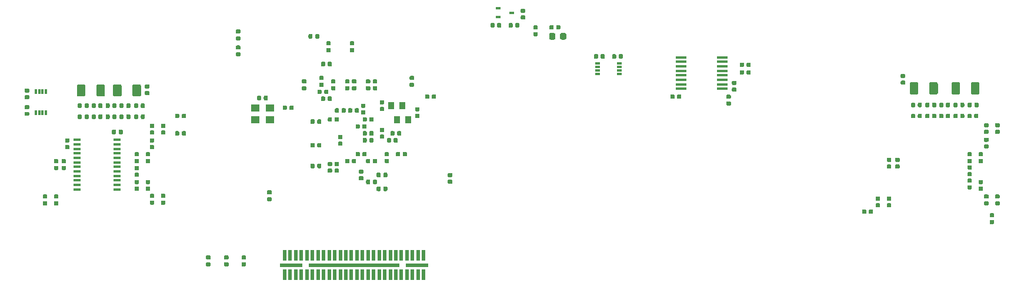
<source format=gbp>
G04 #@! TF.GenerationSoftware,KiCad,Pcbnew,6.0.0-rc1-unknown-8ecdf58~84~ubuntu16.04.1*
G04 #@! TF.CreationDate,2018-10-22T17:09:18+08:00*
G04 #@! TF.ProjectId,ovc2_stereo,6F7663325F73746572656F2E6B696361,rev?*
G04 #@! TF.SameCoordinates,Original*
G04 #@! TF.FileFunction,Paste,Bot*
G04 #@! TF.FilePolarity,Positive*
%FSLAX46Y46*%
G04 Gerber Fmt 4.6, Leading zero omitted, Abs format (unit mm)*
G04 Created by KiCad (PCBNEW 6.0.0-rc1-unknown-8ecdf58~84~ubuntu16.04.1) date Mon 22 Oct 2018 05:09:18 PM +08*
%MOMM*%
%LPD*%
G01*
G04 APERTURE LIST*
%ADD10C,0.100000*%
%ADD11C,1.250000*%
%ADD12C,0.590000*%
%ADD13R,0.800000X0.300000*%
%ADD14R,0.700000X0.450000*%
%ADD15C,0.875000*%
%ADD16R,0.820000X1.000000*%
%ADD17R,1.500000X0.450000*%
%ADD18R,0.300000X0.800000*%
%ADD19R,1.100000X0.400000*%
%ADD20R,0.500000X1.500000*%
%ADD21R,3.275000X0.510000*%
%ADD22R,13.150000X0.510000*%
%ADD23R,1.300000X1.100000*%
G04 APERTURE END LIST*
D10*
G04 #@! TO.C,C111*
G36*
X201499504Y-75126204D02*
X201523773Y-75129804D01*
X201547571Y-75135765D01*
X201570671Y-75144030D01*
X201592849Y-75154520D01*
X201613893Y-75167133D01*
X201633598Y-75181747D01*
X201651777Y-75198223D01*
X201668253Y-75216402D01*
X201682867Y-75236107D01*
X201695480Y-75257151D01*
X201705970Y-75279329D01*
X201714235Y-75302429D01*
X201720196Y-75326227D01*
X201723796Y-75350496D01*
X201725000Y-75375000D01*
X201725000Y-76625000D01*
X201723796Y-76649504D01*
X201720196Y-76673773D01*
X201714235Y-76697571D01*
X201705970Y-76720671D01*
X201695480Y-76742849D01*
X201682867Y-76763893D01*
X201668253Y-76783598D01*
X201651777Y-76801777D01*
X201633598Y-76818253D01*
X201613893Y-76832867D01*
X201592849Y-76845480D01*
X201570671Y-76855970D01*
X201547571Y-76864235D01*
X201523773Y-76870196D01*
X201499504Y-76873796D01*
X201475000Y-76875000D01*
X200725000Y-76875000D01*
X200700496Y-76873796D01*
X200676227Y-76870196D01*
X200652429Y-76864235D01*
X200629329Y-76855970D01*
X200607151Y-76845480D01*
X200586107Y-76832867D01*
X200566402Y-76818253D01*
X200548223Y-76801777D01*
X200531747Y-76783598D01*
X200517133Y-76763893D01*
X200504520Y-76742849D01*
X200494030Y-76720671D01*
X200485765Y-76697571D01*
X200479804Y-76673773D01*
X200476204Y-76649504D01*
X200475000Y-76625000D01*
X200475000Y-75375000D01*
X200476204Y-75350496D01*
X200479804Y-75326227D01*
X200485765Y-75302429D01*
X200494030Y-75279329D01*
X200504520Y-75257151D01*
X200517133Y-75236107D01*
X200531747Y-75216402D01*
X200548223Y-75198223D01*
X200566402Y-75181747D01*
X200586107Y-75167133D01*
X200607151Y-75154520D01*
X200629329Y-75144030D01*
X200652429Y-75135765D01*
X200676227Y-75129804D01*
X200700496Y-75126204D01*
X200725000Y-75125000D01*
X201475000Y-75125000D01*
X201499504Y-75126204D01*
X201499504Y-75126204D01*
G37*
D11*
X201100000Y-76000000D03*
D10*
G36*
X204299504Y-75126204D02*
X204323773Y-75129804D01*
X204347571Y-75135765D01*
X204370671Y-75144030D01*
X204392849Y-75154520D01*
X204413893Y-75167133D01*
X204433598Y-75181747D01*
X204451777Y-75198223D01*
X204468253Y-75216402D01*
X204482867Y-75236107D01*
X204495480Y-75257151D01*
X204505970Y-75279329D01*
X204514235Y-75302429D01*
X204520196Y-75326227D01*
X204523796Y-75350496D01*
X204525000Y-75375000D01*
X204525000Y-76625000D01*
X204523796Y-76649504D01*
X204520196Y-76673773D01*
X204514235Y-76697571D01*
X204505970Y-76720671D01*
X204495480Y-76742849D01*
X204482867Y-76763893D01*
X204468253Y-76783598D01*
X204451777Y-76801777D01*
X204433598Y-76818253D01*
X204413893Y-76832867D01*
X204392849Y-76845480D01*
X204370671Y-76855970D01*
X204347571Y-76864235D01*
X204323773Y-76870196D01*
X204299504Y-76873796D01*
X204275000Y-76875000D01*
X203525000Y-76875000D01*
X203500496Y-76873796D01*
X203476227Y-76870196D01*
X203452429Y-76864235D01*
X203429329Y-76855970D01*
X203407151Y-76845480D01*
X203386107Y-76832867D01*
X203366402Y-76818253D01*
X203348223Y-76801777D01*
X203331747Y-76783598D01*
X203317133Y-76763893D01*
X203304520Y-76742849D01*
X203294030Y-76720671D01*
X203285765Y-76697571D01*
X203279804Y-76673773D01*
X203276204Y-76649504D01*
X203275000Y-76625000D01*
X203275000Y-75375000D01*
X203276204Y-75350496D01*
X203279804Y-75326227D01*
X203285765Y-75302429D01*
X203294030Y-75279329D01*
X203304520Y-75257151D01*
X203317133Y-75236107D01*
X203331747Y-75216402D01*
X203348223Y-75198223D01*
X203366402Y-75181747D01*
X203386107Y-75167133D01*
X203407151Y-75154520D01*
X203429329Y-75144030D01*
X203452429Y-75135765D01*
X203476227Y-75129804D01*
X203500496Y-75126204D01*
X203525000Y-75125000D01*
X204275000Y-75125000D01*
X204299504Y-75126204D01*
X204299504Y-75126204D01*
G37*
D11*
X203900000Y-76000000D03*
G04 #@! TD*
D10*
G04 #@! TO.C,C53*
G36*
X78399504Y-75426204D02*
X78423773Y-75429804D01*
X78447571Y-75435765D01*
X78470671Y-75444030D01*
X78492849Y-75454520D01*
X78513893Y-75467133D01*
X78533598Y-75481747D01*
X78551777Y-75498223D01*
X78568253Y-75516402D01*
X78582867Y-75536107D01*
X78595480Y-75557151D01*
X78605970Y-75579329D01*
X78614235Y-75602429D01*
X78620196Y-75626227D01*
X78623796Y-75650496D01*
X78625000Y-75675000D01*
X78625000Y-76925000D01*
X78623796Y-76949504D01*
X78620196Y-76973773D01*
X78614235Y-76997571D01*
X78605970Y-77020671D01*
X78595480Y-77042849D01*
X78582867Y-77063893D01*
X78568253Y-77083598D01*
X78551777Y-77101777D01*
X78533598Y-77118253D01*
X78513893Y-77132867D01*
X78492849Y-77145480D01*
X78470671Y-77155970D01*
X78447571Y-77164235D01*
X78423773Y-77170196D01*
X78399504Y-77173796D01*
X78375000Y-77175000D01*
X77625000Y-77175000D01*
X77600496Y-77173796D01*
X77576227Y-77170196D01*
X77552429Y-77164235D01*
X77529329Y-77155970D01*
X77507151Y-77145480D01*
X77486107Y-77132867D01*
X77466402Y-77118253D01*
X77448223Y-77101777D01*
X77431747Y-77083598D01*
X77417133Y-77063893D01*
X77404520Y-77042849D01*
X77394030Y-77020671D01*
X77385765Y-76997571D01*
X77379804Y-76973773D01*
X77376204Y-76949504D01*
X77375000Y-76925000D01*
X77375000Y-75675000D01*
X77376204Y-75650496D01*
X77379804Y-75626227D01*
X77385765Y-75602429D01*
X77394030Y-75579329D01*
X77404520Y-75557151D01*
X77417133Y-75536107D01*
X77431747Y-75516402D01*
X77448223Y-75498223D01*
X77466402Y-75481747D01*
X77486107Y-75467133D01*
X77507151Y-75454520D01*
X77529329Y-75444030D01*
X77552429Y-75435765D01*
X77576227Y-75429804D01*
X77600496Y-75426204D01*
X77625000Y-75425000D01*
X78375000Y-75425000D01*
X78399504Y-75426204D01*
X78399504Y-75426204D01*
G37*
D11*
X78000000Y-76300000D03*
D10*
G36*
X75599504Y-75426204D02*
X75623773Y-75429804D01*
X75647571Y-75435765D01*
X75670671Y-75444030D01*
X75692849Y-75454520D01*
X75713893Y-75467133D01*
X75733598Y-75481747D01*
X75751777Y-75498223D01*
X75768253Y-75516402D01*
X75782867Y-75536107D01*
X75795480Y-75557151D01*
X75805970Y-75579329D01*
X75814235Y-75602429D01*
X75820196Y-75626227D01*
X75823796Y-75650496D01*
X75825000Y-75675000D01*
X75825000Y-76925000D01*
X75823796Y-76949504D01*
X75820196Y-76973773D01*
X75814235Y-76997571D01*
X75805970Y-77020671D01*
X75795480Y-77042849D01*
X75782867Y-77063893D01*
X75768253Y-77083598D01*
X75751777Y-77101777D01*
X75733598Y-77118253D01*
X75713893Y-77132867D01*
X75692849Y-77145480D01*
X75670671Y-77155970D01*
X75647571Y-77164235D01*
X75623773Y-77170196D01*
X75599504Y-77173796D01*
X75575000Y-77175000D01*
X74825000Y-77175000D01*
X74800496Y-77173796D01*
X74776227Y-77170196D01*
X74752429Y-77164235D01*
X74729329Y-77155970D01*
X74707151Y-77145480D01*
X74686107Y-77132867D01*
X74666402Y-77118253D01*
X74648223Y-77101777D01*
X74631747Y-77083598D01*
X74617133Y-77063893D01*
X74604520Y-77042849D01*
X74594030Y-77020671D01*
X74585765Y-76997571D01*
X74579804Y-76973773D01*
X74576204Y-76949504D01*
X74575000Y-76925000D01*
X74575000Y-75675000D01*
X74576204Y-75650496D01*
X74579804Y-75626227D01*
X74585765Y-75602429D01*
X74594030Y-75579329D01*
X74604520Y-75557151D01*
X74617133Y-75536107D01*
X74631747Y-75516402D01*
X74648223Y-75498223D01*
X74666402Y-75481747D01*
X74686107Y-75467133D01*
X74707151Y-75454520D01*
X74729329Y-75444030D01*
X74752429Y-75435765D01*
X74776227Y-75429804D01*
X74800496Y-75426204D01*
X74825000Y-75425000D01*
X75575000Y-75425000D01*
X75599504Y-75426204D01*
X75599504Y-75426204D01*
G37*
D11*
X75200000Y-76300000D03*
G04 #@! TD*
D10*
G04 #@! TO.C,C54*
G36*
X80799504Y-75426204D02*
X80823773Y-75429804D01*
X80847571Y-75435765D01*
X80870671Y-75444030D01*
X80892849Y-75454520D01*
X80913893Y-75467133D01*
X80933598Y-75481747D01*
X80951777Y-75498223D01*
X80968253Y-75516402D01*
X80982867Y-75536107D01*
X80995480Y-75557151D01*
X81005970Y-75579329D01*
X81014235Y-75602429D01*
X81020196Y-75626227D01*
X81023796Y-75650496D01*
X81025000Y-75675000D01*
X81025000Y-76925000D01*
X81023796Y-76949504D01*
X81020196Y-76973773D01*
X81014235Y-76997571D01*
X81005970Y-77020671D01*
X80995480Y-77042849D01*
X80982867Y-77063893D01*
X80968253Y-77083598D01*
X80951777Y-77101777D01*
X80933598Y-77118253D01*
X80913893Y-77132867D01*
X80892849Y-77145480D01*
X80870671Y-77155970D01*
X80847571Y-77164235D01*
X80823773Y-77170196D01*
X80799504Y-77173796D01*
X80775000Y-77175000D01*
X80025000Y-77175000D01*
X80000496Y-77173796D01*
X79976227Y-77170196D01*
X79952429Y-77164235D01*
X79929329Y-77155970D01*
X79907151Y-77145480D01*
X79886107Y-77132867D01*
X79866402Y-77118253D01*
X79848223Y-77101777D01*
X79831747Y-77083598D01*
X79817133Y-77063893D01*
X79804520Y-77042849D01*
X79794030Y-77020671D01*
X79785765Y-76997571D01*
X79779804Y-76973773D01*
X79776204Y-76949504D01*
X79775000Y-76925000D01*
X79775000Y-75675000D01*
X79776204Y-75650496D01*
X79779804Y-75626227D01*
X79785765Y-75602429D01*
X79794030Y-75579329D01*
X79804520Y-75557151D01*
X79817133Y-75536107D01*
X79831747Y-75516402D01*
X79848223Y-75498223D01*
X79866402Y-75481747D01*
X79886107Y-75467133D01*
X79907151Y-75454520D01*
X79929329Y-75444030D01*
X79952429Y-75435765D01*
X79976227Y-75429804D01*
X80000496Y-75426204D01*
X80025000Y-75425000D01*
X80775000Y-75425000D01*
X80799504Y-75426204D01*
X80799504Y-75426204D01*
G37*
D11*
X80400000Y-76300000D03*
D10*
G36*
X83599504Y-75426204D02*
X83623773Y-75429804D01*
X83647571Y-75435765D01*
X83670671Y-75444030D01*
X83692849Y-75454520D01*
X83713893Y-75467133D01*
X83733598Y-75481747D01*
X83751777Y-75498223D01*
X83768253Y-75516402D01*
X83782867Y-75536107D01*
X83795480Y-75557151D01*
X83805970Y-75579329D01*
X83814235Y-75602429D01*
X83820196Y-75626227D01*
X83823796Y-75650496D01*
X83825000Y-75675000D01*
X83825000Y-76925000D01*
X83823796Y-76949504D01*
X83820196Y-76973773D01*
X83814235Y-76997571D01*
X83805970Y-77020671D01*
X83795480Y-77042849D01*
X83782867Y-77063893D01*
X83768253Y-77083598D01*
X83751777Y-77101777D01*
X83733598Y-77118253D01*
X83713893Y-77132867D01*
X83692849Y-77145480D01*
X83670671Y-77155970D01*
X83647571Y-77164235D01*
X83623773Y-77170196D01*
X83599504Y-77173796D01*
X83575000Y-77175000D01*
X82825000Y-77175000D01*
X82800496Y-77173796D01*
X82776227Y-77170196D01*
X82752429Y-77164235D01*
X82729329Y-77155970D01*
X82707151Y-77145480D01*
X82686107Y-77132867D01*
X82666402Y-77118253D01*
X82648223Y-77101777D01*
X82631747Y-77083598D01*
X82617133Y-77063893D01*
X82604520Y-77042849D01*
X82594030Y-77020671D01*
X82585765Y-76997571D01*
X82579804Y-76973773D01*
X82576204Y-76949504D01*
X82575000Y-76925000D01*
X82575000Y-75675000D01*
X82576204Y-75650496D01*
X82579804Y-75626227D01*
X82585765Y-75602429D01*
X82594030Y-75579329D01*
X82604520Y-75557151D01*
X82617133Y-75536107D01*
X82631747Y-75516402D01*
X82648223Y-75498223D01*
X82666402Y-75481747D01*
X82686107Y-75467133D01*
X82707151Y-75454520D01*
X82729329Y-75444030D01*
X82752429Y-75435765D01*
X82776227Y-75429804D01*
X82800496Y-75426204D01*
X82825000Y-75425000D01*
X83575000Y-75425000D01*
X83599504Y-75426204D01*
X83599504Y-75426204D01*
G37*
D11*
X83200000Y-76300000D03*
G04 #@! TD*
D10*
G04 #@! TO.C,C114*
G36*
X198299504Y-75126204D02*
X198323773Y-75129804D01*
X198347571Y-75135765D01*
X198370671Y-75144030D01*
X198392849Y-75154520D01*
X198413893Y-75167133D01*
X198433598Y-75181747D01*
X198451777Y-75198223D01*
X198468253Y-75216402D01*
X198482867Y-75236107D01*
X198495480Y-75257151D01*
X198505970Y-75279329D01*
X198514235Y-75302429D01*
X198520196Y-75326227D01*
X198523796Y-75350496D01*
X198525000Y-75375000D01*
X198525000Y-76625000D01*
X198523796Y-76649504D01*
X198520196Y-76673773D01*
X198514235Y-76697571D01*
X198505970Y-76720671D01*
X198495480Y-76742849D01*
X198482867Y-76763893D01*
X198468253Y-76783598D01*
X198451777Y-76801777D01*
X198433598Y-76818253D01*
X198413893Y-76832867D01*
X198392849Y-76845480D01*
X198370671Y-76855970D01*
X198347571Y-76864235D01*
X198323773Y-76870196D01*
X198299504Y-76873796D01*
X198275000Y-76875000D01*
X197525000Y-76875000D01*
X197500496Y-76873796D01*
X197476227Y-76870196D01*
X197452429Y-76864235D01*
X197429329Y-76855970D01*
X197407151Y-76845480D01*
X197386107Y-76832867D01*
X197366402Y-76818253D01*
X197348223Y-76801777D01*
X197331747Y-76783598D01*
X197317133Y-76763893D01*
X197304520Y-76742849D01*
X197294030Y-76720671D01*
X197285765Y-76697571D01*
X197279804Y-76673773D01*
X197276204Y-76649504D01*
X197275000Y-76625000D01*
X197275000Y-75375000D01*
X197276204Y-75350496D01*
X197279804Y-75326227D01*
X197285765Y-75302429D01*
X197294030Y-75279329D01*
X197304520Y-75257151D01*
X197317133Y-75236107D01*
X197331747Y-75216402D01*
X197348223Y-75198223D01*
X197366402Y-75181747D01*
X197386107Y-75167133D01*
X197407151Y-75154520D01*
X197429329Y-75144030D01*
X197452429Y-75135765D01*
X197476227Y-75129804D01*
X197500496Y-75126204D01*
X197525000Y-75125000D01*
X198275000Y-75125000D01*
X198299504Y-75126204D01*
X198299504Y-75126204D01*
G37*
D11*
X197900000Y-76000000D03*
D10*
G36*
X195499504Y-75126204D02*
X195523773Y-75129804D01*
X195547571Y-75135765D01*
X195570671Y-75144030D01*
X195592849Y-75154520D01*
X195613893Y-75167133D01*
X195633598Y-75181747D01*
X195651777Y-75198223D01*
X195668253Y-75216402D01*
X195682867Y-75236107D01*
X195695480Y-75257151D01*
X195705970Y-75279329D01*
X195714235Y-75302429D01*
X195720196Y-75326227D01*
X195723796Y-75350496D01*
X195725000Y-75375000D01*
X195725000Y-76625000D01*
X195723796Y-76649504D01*
X195720196Y-76673773D01*
X195714235Y-76697571D01*
X195705970Y-76720671D01*
X195695480Y-76742849D01*
X195682867Y-76763893D01*
X195668253Y-76783598D01*
X195651777Y-76801777D01*
X195633598Y-76818253D01*
X195613893Y-76832867D01*
X195592849Y-76845480D01*
X195570671Y-76855970D01*
X195547571Y-76864235D01*
X195523773Y-76870196D01*
X195499504Y-76873796D01*
X195475000Y-76875000D01*
X194725000Y-76875000D01*
X194700496Y-76873796D01*
X194676227Y-76870196D01*
X194652429Y-76864235D01*
X194629329Y-76855970D01*
X194607151Y-76845480D01*
X194586107Y-76832867D01*
X194566402Y-76818253D01*
X194548223Y-76801777D01*
X194531747Y-76783598D01*
X194517133Y-76763893D01*
X194504520Y-76742849D01*
X194494030Y-76720671D01*
X194485765Y-76697571D01*
X194479804Y-76673773D01*
X194476204Y-76649504D01*
X194475000Y-76625000D01*
X194475000Y-75375000D01*
X194476204Y-75350496D01*
X194479804Y-75326227D01*
X194485765Y-75302429D01*
X194494030Y-75279329D01*
X194504520Y-75257151D01*
X194517133Y-75236107D01*
X194531747Y-75216402D01*
X194548223Y-75198223D01*
X194566402Y-75181747D01*
X194586107Y-75167133D01*
X194607151Y-75154520D01*
X194629329Y-75144030D01*
X194652429Y-75135765D01*
X194676227Y-75129804D01*
X194700496Y-75126204D01*
X194725000Y-75125000D01*
X195475000Y-75125000D01*
X195499504Y-75126204D01*
X195499504Y-75126204D01*
G37*
D11*
X195100000Y-76000000D03*
G04 #@! TD*
D10*
G04 #@! TO.C,R61*
G36*
X203286958Y-87120710D02*
X203301276Y-87122834D01*
X203315317Y-87126351D01*
X203328946Y-87131228D01*
X203342031Y-87137417D01*
X203354447Y-87144858D01*
X203366073Y-87153481D01*
X203376798Y-87163202D01*
X203386519Y-87173927D01*
X203395142Y-87185553D01*
X203402583Y-87197969D01*
X203408772Y-87211054D01*
X203413649Y-87224683D01*
X203417166Y-87238724D01*
X203419290Y-87253042D01*
X203420000Y-87267500D01*
X203420000Y-87562500D01*
X203419290Y-87576958D01*
X203417166Y-87591276D01*
X203413649Y-87605317D01*
X203408772Y-87618946D01*
X203402583Y-87632031D01*
X203395142Y-87644447D01*
X203386519Y-87656073D01*
X203376798Y-87666798D01*
X203366073Y-87676519D01*
X203354447Y-87685142D01*
X203342031Y-87692583D01*
X203328946Y-87698772D01*
X203315317Y-87703649D01*
X203301276Y-87707166D01*
X203286958Y-87709290D01*
X203272500Y-87710000D01*
X202927500Y-87710000D01*
X202913042Y-87709290D01*
X202898724Y-87707166D01*
X202884683Y-87703649D01*
X202871054Y-87698772D01*
X202857969Y-87692583D01*
X202845553Y-87685142D01*
X202833927Y-87676519D01*
X202823202Y-87666798D01*
X202813481Y-87656073D01*
X202804858Y-87644447D01*
X202797417Y-87632031D01*
X202791228Y-87618946D01*
X202786351Y-87605317D01*
X202782834Y-87591276D01*
X202780710Y-87576958D01*
X202780000Y-87562500D01*
X202780000Y-87267500D01*
X202780710Y-87253042D01*
X202782834Y-87238724D01*
X202786351Y-87224683D01*
X202791228Y-87211054D01*
X202797417Y-87197969D01*
X202804858Y-87185553D01*
X202813481Y-87173927D01*
X202823202Y-87163202D01*
X202833927Y-87153481D01*
X202845553Y-87144858D01*
X202857969Y-87137417D01*
X202871054Y-87131228D01*
X202884683Y-87126351D01*
X202898724Y-87122834D01*
X202913042Y-87120710D01*
X202927500Y-87120000D01*
X203272500Y-87120000D01*
X203286958Y-87120710D01*
X203286958Y-87120710D01*
G37*
D12*
X203100000Y-87415000D03*
D10*
G36*
X203286958Y-88090710D02*
X203301276Y-88092834D01*
X203315317Y-88096351D01*
X203328946Y-88101228D01*
X203342031Y-88107417D01*
X203354447Y-88114858D01*
X203366073Y-88123481D01*
X203376798Y-88133202D01*
X203386519Y-88143927D01*
X203395142Y-88155553D01*
X203402583Y-88167969D01*
X203408772Y-88181054D01*
X203413649Y-88194683D01*
X203417166Y-88208724D01*
X203419290Y-88223042D01*
X203420000Y-88237500D01*
X203420000Y-88532500D01*
X203419290Y-88546958D01*
X203417166Y-88561276D01*
X203413649Y-88575317D01*
X203408772Y-88588946D01*
X203402583Y-88602031D01*
X203395142Y-88614447D01*
X203386519Y-88626073D01*
X203376798Y-88636798D01*
X203366073Y-88646519D01*
X203354447Y-88655142D01*
X203342031Y-88662583D01*
X203328946Y-88668772D01*
X203315317Y-88673649D01*
X203301276Y-88677166D01*
X203286958Y-88679290D01*
X203272500Y-88680000D01*
X202927500Y-88680000D01*
X202913042Y-88679290D01*
X202898724Y-88677166D01*
X202884683Y-88673649D01*
X202871054Y-88668772D01*
X202857969Y-88662583D01*
X202845553Y-88655142D01*
X202833927Y-88646519D01*
X202823202Y-88636798D01*
X202813481Y-88626073D01*
X202804858Y-88614447D01*
X202797417Y-88602031D01*
X202791228Y-88588946D01*
X202786351Y-88575317D01*
X202782834Y-88561276D01*
X202780710Y-88546958D01*
X202780000Y-88532500D01*
X202780000Y-88237500D01*
X202780710Y-88223042D01*
X202782834Y-88208724D01*
X202786351Y-88194683D01*
X202791228Y-88181054D01*
X202797417Y-88167969D01*
X202804858Y-88155553D01*
X202813481Y-88143927D01*
X202823202Y-88133202D01*
X202833927Y-88123481D01*
X202845553Y-88114858D01*
X202857969Y-88107417D01*
X202871054Y-88101228D01*
X202884683Y-88096351D01*
X202898724Y-88092834D01*
X202913042Y-88090710D01*
X202927500Y-88090000D01*
X203272500Y-88090000D01*
X203286958Y-88090710D01*
X203286958Y-88090710D01*
G37*
D12*
X203100000Y-88385000D03*
G04 #@! TD*
D10*
G04 #@! TO.C,R27*
G36*
X138146958Y-66580710D02*
X138161276Y-66582834D01*
X138175317Y-66586351D01*
X138188946Y-66591228D01*
X138202031Y-66597417D01*
X138214447Y-66604858D01*
X138226073Y-66613481D01*
X138236798Y-66623202D01*
X138246519Y-66633927D01*
X138255142Y-66645553D01*
X138262583Y-66657969D01*
X138268772Y-66671054D01*
X138273649Y-66684683D01*
X138277166Y-66698724D01*
X138279290Y-66713042D01*
X138280000Y-66727500D01*
X138280000Y-67072500D01*
X138279290Y-67086958D01*
X138277166Y-67101276D01*
X138273649Y-67115317D01*
X138268772Y-67128946D01*
X138262583Y-67142031D01*
X138255142Y-67154447D01*
X138246519Y-67166073D01*
X138236798Y-67176798D01*
X138226073Y-67186519D01*
X138214447Y-67195142D01*
X138202031Y-67202583D01*
X138188946Y-67208772D01*
X138175317Y-67213649D01*
X138161276Y-67217166D01*
X138146958Y-67219290D01*
X138132500Y-67220000D01*
X137837500Y-67220000D01*
X137823042Y-67219290D01*
X137808724Y-67217166D01*
X137794683Y-67213649D01*
X137781054Y-67208772D01*
X137767969Y-67202583D01*
X137755553Y-67195142D01*
X137743927Y-67186519D01*
X137733202Y-67176798D01*
X137723481Y-67166073D01*
X137714858Y-67154447D01*
X137707417Y-67142031D01*
X137701228Y-67128946D01*
X137696351Y-67115317D01*
X137692834Y-67101276D01*
X137690710Y-67086958D01*
X137690000Y-67072500D01*
X137690000Y-66727500D01*
X137690710Y-66713042D01*
X137692834Y-66698724D01*
X137696351Y-66684683D01*
X137701228Y-66671054D01*
X137707417Y-66657969D01*
X137714858Y-66645553D01*
X137723481Y-66633927D01*
X137733202Y-66623202D01*
X137743927Y-66613481D01*
X137755553Y-66604858D01*
X137767969Y-66597417D01*
X137781054Y-66591228D01*
X137794683Y-66586351D01*
X137808724Y-66582834D01*
X137823042Y-66580710D01*
X137837500Y-66580000D01*
X138132500Y-66580000D01*
X138146958Y-66580710D01*
X138146958Y-66580710D01*
G37*
D12*
X137985000Y-66900000D03*
D10*
G36*
X137176958Y-66580710D02*
X137191276Y-66582834D01*
X137205317Y-66586351D01*
X137218946Y-66591228D01*
X137232031Y-66597417D01*
X137244447Y-66604858D01*
X137256073Y-66613481D01*
X137266798Y-66623202D01*
X137276519Y-66633927D01*
X137285142Y-66645553D01*
X137292583Y-66657969D01*
X137298772Y-66671054D01*
X137303649Y-66684683D01*
X137307166Y-66698724D01*
X137309290Y-66713042D01*
X137310000Y-66727500D01*
X137310000Y-67072500D01*
X137309290Y-67086958D01*
X137307166Y-67101276D01*
X137303649Y-67115317D01*
X137298772Y-67128946D01*
X137292583Y-67142031D01*
X137285142Y-67154447D01*
X137276519Y-67166073D01*
X137266798Y-67176798D01*
X137256073Y-67186519D01*
X137244447Y-67195142D01*
X137232031Y-67202583D01*
X137218946Y-67208772D01*
X137205317Y-67213649D01*
X137191276Y-67217166D01*
X137176958Y-67219290D01*
X137162500Y-67220000D01*
X136867500Y-67220000D01*
X136853042Y-67219290D01*
X136838724Y-67217166D01*
X136824683Y-67213649D01*
X136811054Y-67208772D01*
X136797969Y-67202583D01*
X136785553Y-67195142D01*
X136773927Y-67186519D01*
X136763202Y-67176798D01*
X136753481Y-67166073D01*
X136744858Y-67154447D01*
X136737417Y-67142031D01*
X136731228Y-67128946D01*
X136726351Y-67115317D01*
X136722834Y-67101276D01*
X136720710Y-67086958D01*
X136720000Y-67072500D01*
X136720000Y-66727500D01*
X136720710Y-66713042D01*
X136722834Y-66698724D01*
X136726351Y-66684683D01*
X136731228Y-66671054D01*
X136737417Y-66657969D01*
X136744858Y-66645553D01*
X136753481Y-66633927D01*
X136763202Y-66623202D01*
X136773927Y-66613481D01*
X136785553Y-66604858D01*
X136797969Y-66597417D01*
X136811054Y-66591228D01*
X136824683Y-66586351D01*
X136838724Y-66582834D01*
X136853042Y-66580710D01*
X136867500Y-66580000D01*
X137162500Y-66580000D01*
X137176958Y-66580710D01*
X137176958Y-66580710D01*
G37*
D12*
X137015000Y-66900000D03*
G04 #@! TD*
D10*
G04 #@! TO.C,R26*
G36*
X134576958Y-66580710D02*
X134591276Y-66582834D01*
X134605317Y-66586351D01*
X134618946Y-66591228D01*
X134632031Y-66597417D01*
X134644447Y-66604858D01*
X134656073Y-66613481D01*
X134666798Y-66623202D01*
X134676519Y-66633927D01*
X134685142Y-66645553D01*
X134692583Y-66657969D01*
X134698772Y-66671054D01*
X134703649Y-66684683D01*
X134707166Y-66698724D01*
X134709290Y-66713042D01*
X134710000Y-66727500D01*
X134710000Y-67072500D01*
X134709290Y-67086958D01*
X134707166Y-67101276D01*
X134703649Y-67115317D01*
X134698772Y-67128946D01*
X134692583Y-67142031D01*
X134685142Y-67154447D01*
X134676519Y-67166073D01*
X134666798Y-67176798D01*
X134656073Y-67186519D01*
X134644447Y-67195142D01*
X134632031Y-67202583D01*
X134618946Y-67208772D01*
X134605317Y-67213649D01*
X134591276Y-67217166D01*
X134576958Y-67219290D01*
X134562500Y-67220000D01*
X134267500Y-67220000D01*
X134253042Y-67219290D01*
X134238724Y-67217166D01*
X134224683Y-67213649D01*
X134211054Y-67208772D01*
X134197969Y-67202583D01*
X134185553Y-67195142D01*
X134173927Y-67186519D01*
X134163202Y-67176798D01*
X134153481Y-67166073D01*
X134144858Y-67154447D01*
X134137417Y-67142031D01*
X134131228Y-67128946D01*
X134126351Y-67115317D01*
X134122834Y-67101276D01*
X134120710Y-67086958D01*
X134120000Y-67072500D01*
X134120000Y-66727500D01*
X134120710Y-66713042D01*
X134122834Y-66698724D01*
X134126351Y-66684683D01*
X134131228Y-66671054D01*
X134137417Y-66657969D01*
X134144858Y-66645553D01*
X134153481Y-66633927D01*
X134163202Y-66623202D01*
X134173927Y-66613481D01*
X134185553Y-66604858D01*
X134197969Y-66597417D01*
X134211054Y-66591228D01*
X134224683Y-66586351D01*
X134238724Y-66582834D01*
X134253042Y-66580710D01*
X134267500Y-66580000D01*
X134562500Y-66580000D01*
X134576958Y-66580710D01*
X134576958Y-66580710D01*
G37*
D12*
X134415000Y-66900000D03*
D10*
G36*
X135546958Y-66580710D02*
X135561276Y-66582834D01*
X135575317Y-66586351D01*
X135588946Y-66591228D01*
X135602031Y-66597417D01*
X135614447Y-66604858D01*
X135626073Y-66613481D01*
X135636798Y-66623202D01*
X135646519Y-66633927D01*
X135655142Y-66645553D01*
X135662583Y-66657969D01*
X135668772Y-66671054D01*
X135673649Y-66684683D01*
X135677166Y-66698724D01*
X135679290Y-66713042D01*
X135680000Y-66727500D01*
X135680000Y-67072500D01*
X135679290Y-67086958D01*
X135677166Y-67101276D01*
X135673649Y-67115317D01*
X135668772Y-67128946D01*
X135662583Y-67142031D01*
X135655142Y-67154447D01*
X135646519Y-67166073D01*
X135636798Y-67176798D01*
X135626073Y-67186519D01*
X135614447Y-67195142D01*
X135602031Y-67202583D01*
X135588946Y-67208772D01*
X135575317Y-67213649D01*
X135561276Y-67217166D01*
X135546958Y-67219290D01*
X135532500Y-67220000D01*
X135237500Y-67220000D01*
X135223042Y-67219290D01*
X135208724Y-67217166D01*
X135194683Y-67213649D01*
X135181054Y-67208772D01*
X135167969Y-67202583D01*
X135155553Y-67195142D01*
X135143927Y-67186519D01*
X135133202Y-67176798D01*
X135123481Y-67166073D01*
X135114858Y-67154447D01*
X135107417Y-67142031D01*
X135101228Y-67128946D01*
X135096351Y-67115317D01*
X135092834Y-67101276D01*
X135090710Y-67086958D01*
X135090000Y-67072500D01*
X135090000Y-66727500D01*
X135090710Y-66713042D01*
X135092834Y-66698724D01*
X135096351Y-66684683D01*
X135101228Y-66671054D01*
X135107417Y-66657969D01*
X135114858Y-66645553D01*
X135123481Y-66633927D01*
X135133202Y-66623202D01*
X135143927Y-66613481D01*
X135155553Y-66604858D01*
X135167969Y-66597417D01*
X135181054Y-66591228D01*
X135194683Y-66586351D01*
X135208724Y-66582834D01*
X135223042Y-66580710D01*
X135237500Y-66580000D01*
X135532500Y-66580000D01*
X135546958Y-66580710D01*
X135546958Y-66580710D01*
G37*
D12*
X135385000Y-66900000D03*
G04 #@! TD*
D10*
G04 #@! TO.C,R25*
G36*
X138986958Y-64520710D02*
X139001276Y-64522834D01*
X139015317Y-64526351D01*
X139028946Y-64531228D01*
X139042031Y-64537417D01*
X139054447Y-64544858D01*
X139066073Y-64553481D01*
X139076798Y-64563202D01*
X139086519Y-64573927D01*
X139095142Y-64585553D01*
X139102583Y-64597969D01*
X139108772Y-64611054D01*
X139113649Y-64624683D01*
X139117166Y-64638724D01*
X139119290Y-64653042D01*
X139120000Y-64667500D01*
X139120000Y-64962500D01*
X139119290Y-64976958D01*
X139117166Y-64991276D01*
X139113649Y-65005317D01*
X139108772Y-65018946D01*
X139102583Y-65032031D01*
X139095142Y-65044447D01*
X139086519Y-65056073D01*
X139076798Y-65066798D01*
X139066073Y-65076519D01*
X139054447Y-65085142D01*
X139042031Y-65092583D01*
X139028946Y-65098772D01*
X139015317Y-65103649D01*
X139001276Y-65107166D01*
X138986958Y-65109290D01*
X138972500Y-65110000D01*
X138627500Y-65110000D01*
X138613042Y-65109290D01*
X138598724Y-65107166D01*
X138584683Y-65103649D01*
X138571054Y-65098772D01*
X138557969Y-65092583D01*
X138545553Y-65085142D01*
X138533927Y-65076519D01*
X138523202Y-65066798D01*
X138513481Y-65056073D01*
X138504858Y-65044447D01*
X138497417Y-65032031D01*
X138491228Y-65018946D01*
X138486351Y-65005317D01*
X138482834Y-64991276D01*
X138480710Y-64976958D01*
X138480000Y-64962500D01*
X138480000Y-64667500D01*
X138480710Y-64653042D01*
X138482834Y-64638724D01*
X138486351Y-64624683D01*
X138491228Y-64611054D01*
X138497417Y-64597969D01*
X138504858Y-64585553D01*
X138513481Y-64573927D01*
X138523202Y-64563202D01*
X138533927Y-64553481D01*
X138545553Y-64544858D01*
X138557969Y-64537417D01*
X138571054Y-64531228D01*
X138584683Y-64526351D01*
X138598724Y-64522834D01*
X138613042Y-64520710D01*
X138627500Y-64520000D01*
X138972500Y-64520000D01*
X138986958Y-64520710D01*
X138986958Y-64520710D01*
G37*
D12*
X138800000Y-64815000D03*
D10*
G36*
X138986958Y-65490710D02*
X139001276Y-65492834D01*
X139015317Y-65496351D01*
X139028946Y-65501228D01*
X139042031Y-65507417D01*
X139054447Y-65514858D01*
X139066073Y-65523481D01*
X139076798Y-65533202D01*
X139086519Y-65543927D01*
X139095142Y-65555553D01*
X139102583Y-65567969D01*
X139108772Y-65581054D01*
X139113649Y-65594683D01*
X139117166Y-65608724D01*
X139119290Y-65623042D01*
X139120000Y-65637500D01*
X139120000Y-65932500D01*
X139119290Y-65946958D01*
X139117166Y-65961276D01*
X139113649Y-65975317D01*
X139108772Y-65988946D01*
X139102583Y-66002031D01*
X139095142Y-66014447D01*
X139086519Y-66026073D01*
X139076798Y-66036798D01*
X139066073Y-66046519D01*
X139054447Y-66055142D01*
X139042031Y-66062583D01*
X139028946Y-66068772D01*
X139015317Y-66073649D01*
X139001276Y-66077166D01*
X138986958Y-66079290D01*
X138972500Y-66080000D01*
X138627500Y-66080000D01*
X138613042Y-66079290D01*
X138598724Y-66077166D01*
X138584683Y-66073649D01*
X138571054Y-66068772D01*
X138557969Y-66062583D01*
X138545553Y-66055142D01*
X138533927Y-66046519D01*
X138523202Y-66036798D01*
X138513481Y-66026073D01*
X138504858Y-66014447D01*
X138497417Y-66002031D01*
X138491228Y-65988946D01*
X138486351Y-65975317D01*
X138482834Y-65961276D01*
X138480710Y-65946958D01*
X138480000Y-65932500D01*
X138480000Y-65637500D01*
X138480710Y-65623042D01*
X138482834Y-65608724D01*
X138486351Y-65594683D01*
X138491228Y-65581054D01*
X138497417Y-65567969D01*
X138504858Y-65555553D01*
X138513481Y-65543927D01*
X138523202Y-65533202D01*
X138533927Y-65523481D01*
X138545553Y-65514858D01*
X138557969Y-65507417D01*
X138571054Y-65501228D01*
X138584683Y-65496351D01*
X138598724Y-65492834D01*
X138613042Y-65490710D01*
X138627500Y-65490000D01*
X138972500Y-65490000D01*
X138986958Y-65490710D01*
X138986958Y-65490710D01*
G37*
D12*
X138800000Y-65785000D03*
G04 #@! TD*
D10*
G04 #@! TO.C,R22*
G36*
X170476958Y-73380710D02*
X170491276Y-73382834D01*
X170505317Y-73386351D01*
X170518946Y-73391228D01*
X170532031Y-73397417D01*
X170544447Y-73404858D01*
X170556073Y-73413481D01*
X170566798Y-73423202D01*
X170576519Y-73433927D01*
X170585142Y-73445553D01*
X170592583Y-73457969D01*
X170598772Y-73471054D01*
X170603649Y-73484683D01*
X170607166Y-73498724D01*
X170609290Y-73513042D01*
X170610000Y-73527500D01*
X170610000Y-73872500D01*
X170609290Y-73886958D01*
X170607166Y-73901276D01*
X170603649Y-73915317D01*
X170598772Y-73928946D01*
X170592583Y-73942031D01*
X170585142Y-73954447D01*
X170576519Y-73966073D01*
X170566798Y-73976798D01*
X170556073Y-73986519D01*
X170544447Y-73995142D01*
X170532031Y-74002583D01*
X170518946Y-74008772D01*
X170505317Y-74013649D01*
X170491276Y-74017166D01*
X170476958Y-74019290D01*
X170462500Y-74020000D01*
X170167500Y-74020000D01*
X170153042Y-74019290D01*
X170138724Y-74017166D01*
X170124683Y-74013649D01*
X170111054Y-74008772D01*
X170097969Y-74002583D01*
X170085553Y-73995142D01*
X170073927Y-73986519D01*
X170063202Y-73976798D01*
X170053481Y-73966073D01*
X170044858Y-73954447D01*
X170037417Y-73942031D01*
X170031228Y-73928946D01*
X170026351Y-73915317D01*
X170022834Y-73901276D01*
X170020710Y-73886958D01*
X170020000Y-73872500D01*
X170020000Y-73527500D01*
X170020710Y-73513042D01*
X170022834Y-73498724D01*
X170026351Y-73484683D01*
X170031228Y-73471054D01*
X170037417Y-73457969D01*
X170044858Y-73445553D01*
X170053481Y-73433927D01*
X170063202Y-73423202D01*
X170073927Y-73413481D01*
X170085553Y-73404858D01*
X170097969Y-73397417D01*
X170111054Y-73391228D01*
X170124683Y-73386351D01*
X170138724Y-73382834D01*
X170153042Y-73380710D01*
X170167500Y-73380000D01*
X170462500Y-73380000D01*
X170476958Y-73380710D01*
X170476958Y-73380710D01*
G37*
D12*
X170315000Y-73700000D03*
D10*
G36*
X171446958Y-73380710D02*
X171461276Y-73382834D01*
X171475317Y-73386351D01*
X171488946Y-73391228D01*
X171502031Y-73397417D01*
X171514447Y-73404858D01*
X171526073Y-73413481D01*
X171536798Y-73423202D01*
X171546519Y-73433927D01*
X171555142Y-73445553D01*
X171562583Y-73457969D01*
X171568772Y-73471054D01*
X171573649Y-73484683D01*
X171577166Y-73498724D01*
X171579290Y-73513042D01*
X171580000Y-73527500D01*
X171580000Y-73872500D01*
X171579290Y-73886958D01*
X171577166Y-73901276D01*
X171573649Y-73915317D01*
X171568772Y-73928946D01*
X171562583Y-73942031D01*
X171555142Y-73954447D01*
X171546519Y-73966073D01*
X171536798Y-73976798D01*
X171526073Y-73986519D01*
X171514447Y-73995142D01*
X171502031Y-74002583D01*
X171488946Y-74008772D01*
X171475317Y-74013649D01*
X171461276Y-74017166D01*
X171446958Y-74019290D01*
X171432500Y-74020000D01*
X171137500Y-74020000D01*
X171123042Y-74019290D01*
X171108724Y-74017166D01*
X171094683Y-74013649D01*
X171081054Y-74008772D01*
X171067969Y-74002583D01*
X171055553Y-73995142D01*
X171043927Y-73986519D01*
X171033202Y-73976798D01*
X171023481Y-73966073D01*
X171014858Y-73954447D01*
X171007417Y-73942031D01*
X171001228Y-73928946D01*
X170996351Y-73915317D01*
X170992834Y-73901276D01*
X170990710Y-73886958D01*
X170990000Y-73872500D01*
X170990000Y-73527500D01*
X170990710Y-73513042D01*
X170992834Y-73498724D01*
X170996351Y-73484683D01*
X171001228Y-73471054D01*
X171007417Y-73457969D01*
X171014858Y-73445553D01*
X171023481Y-73433927D01*
X171033202Y-73423202D01*
X171043927Y-73413481D01*
X171055553Y-73404858D01*
X171067969Y-73397417D01*
X171081054Y-73391228D01*
X171094683Y-73386351D01*
X171108724Y-73382834D01*
X171123042Y-73380710D01*
X171137500Y-73380000D01*
X171432500Y-73380000D01*
X171446958Y-73380710D01*
X171446958Y-73380710D01*
G37*
D12*
X171285000Y-73700000D03*
G04 #@! TD*
D10*
G04 #@! TO.C,R24*
G36*
X168586958Y-77890710D02*
X168601276Y-77892834D01*
X168615317Y-77896351D01*
X168628946Y-77901228D01*
X168642031Y-77907417D01*
X168654447Y-77914858D01*
X168666073Y-77923481D01*
X168676798Y-77933202D01*
X168686519Y-77943927D01*
X168695142Y-77955553D01*
X168702583Y-77967969D01*
X168708772Y-77981054D01*
X168713649Y-77994683D01*
X168717166Y-78008724D01*
X168719290Y-78023042D01*
X168720000Y-78037500D01*
X168720000Y-78332500D01*
X168719290Y-78346958D01*
X168717166Y-78361276D01*
X168713649Y-78375317D01*
X168708772Y-78388946D01*
X168702583Y-78402031D01*
X168695142Y-78414447D01*
X168686519Y-78426073D01*
X168676798Y-78436798D01*
X168666073Y-78446519D01*
X168654447Y-78455142D01*
X168642031Y-78462583D01*
X168628946Y-78468772D01*
X168615317Y-78473649D01*
X168601276Y-78477166D01*
X168586958Y-78479290D01*
X168572500Y-78480000D01*
X168227500Y-78480000D01*
X168213042Y-78479290D01*
X168198724Y-78477166D01*
X168184683Y-78473649D01*
X168171054Y-78468772D01*
X168157969Y-78462583D01*
X168145553Y-78455142D01*
X168133927Y-78446519D01*
X168123202Y-78436798D01*
X168113481Y-78426073D01*
X168104858Y-78414447D01*
X168097417Y-78402031D01*
X168091228Y-78388946D01*
X168086351Y-78375317D01*
X168082834Y-78361276D01*
X168080710Y-78346958D01*
X168080000Y-78332500D01*
X168080000Y-78037500D01*
X168080710Y-78023042D01*
X168082834Y-78008724D01*
X168086351Y-77994683D01*
X168091228Y-77981054D01*
X168097417Y-77967969D01*
X168104858Y-77955553D01*
X168113481Y-77943927D01*
X168123202Y-77933202D01*
X168133927Y-77923481D01*
X168145553Y-77914858D01*
X168157969Y-77907417D01*
X168171054Y-77901228D01*
X168184683Y-77896351D01*
X168198724Y-77892834D01*
X168213042Y-77890710D01*
X168227500Y-77890000D01*
X168572500Y-77890000D01*
X168586958Y-77890710D01*
X168586958Y-77890710D01*
G37*
D12*
X168400000Y-78185000D03*
D10*
G36*
X168586958Y-76920710D02*
X168601276Y-76922834D01*
X168615317Y-76926351D01*
X168628946Y-76931228D01*
X168642031Y-76937417D01*
X168654447Y-76944858D01*
X168666073Y-76953481D01*
X168676798Y-76963202D01*
X168686519Y-76973927D01*
X168695142Y-76985553D01*
X168702583Y-76997969D01*
X168708772Y-77011054D01*
X168713649Y-77024683D01*
X168717166Y-77038724D01*
X168719290Y-77053042D01*
X168720000Y-77067500D01*
X168720000Y-77362500D01*
X168719290Y-77376958D01*
X168717166Y-77391276D01*
X168713649Y-77405317D01*
X168708772Y-77418946D01*
X168702583Y-77432031D01*
X168695142Y-77444447D01*
X168686519Y-77456073D01*
X168676798Y-77466798D01*
X168666073Y-77476519D01*
X168654447Y-77485142D01*
X168642031Y-77492583D01*
X168628946Y-77498772D01*
X168615317Y-77503649D01*
X168601276Y-77507166D01*
X168586958Y-77509290D01*
X168572500Y-77510000D01*
X168227500Y-77510000D01*
X168213042Y-77509290D01*
X168198724Y-77507166D01*
X168184683Y-77503649D01*
X168171054Y-77498772D01*
X168157969Y-77492583D01*
X168145553Y-77485142D01*
X168133927Y-77476519D01*
X168123202Y-77466798D01*
X168113481Y-77456073D01*
X168104858Y-77444447D01*
X168097417Y-77432031D01*
X168091228Y-77418946D01*
X168086351Y-77405317D01*
X168082834Y-77391276D01*
X168080710Y-77376958D01*
X168080000Y-77362500D01*
X168080000Y-77067500D01*
X168080710Y-77053042D01*
X168082834Y-77038724D01*
X168086351Y-77024683D01*
X168091228Y-77011054D01*
X168097417Y-76997969D01*
X168104858Y-76985553D01*
X168113481Y-76973927D01*
X168123202Y-76963202D01*
X168133927Y-76953481D01*
X168145553Y-76944858D01*
X168157969Y-76937417D01*
X168171054Y-76931228D01*
X168184683Y-76926351D01*
X168198724Y-76922834D01*
X168213042Y-76920710D01*
X168227500Y-76920000D01*
X168572500Y-76920000D01*
X168586958Y-76920710D01*
X168586958Y-76920710D01*
G37*
D12*
X168400000Y-77215000D03*
G04 #@! TD*
D10*
G04 #@! TO.C,R23*
G36*
X170476958Y-72280710D02*
X170491276Y-72282834D01*
X170505317Y-72286351D01*
X170518946Y-72291228D01*
X170532031Y-72297417D01*
X170544447Y-72304858D01*
X170556073Y-72313481D01*
X170566798Y-72323202D01*
X170576519Y-72333927D01*
X170585142Y-72345553D01*
X170592583Y-72357969D01*
X170598772Y-72371054D01*
X170603649Y-72384683D01*
X170607166Y-72398724D01*
X170609290Y-72413042D01*
X170610000Y-72427500D01*
X170610000Y-72772500D01*
X170609290Y-72786958D01*
X170607166Y-72801276D01*
X170603649Y-72815317D01*
X170598772Y-72828946D01*
X170592583Y-72842031D01*
X170585142Y-72854447D01*
X170576519Y-72866073D01*
X170566798Y-72876798D01*
X170556073Y-72886519D01*
X170544447Y-72895142D01*
X170532031Y-72902583D01*
X170518946Y-72908772D01*
X170505317Y-72913649D01*
X170491276Y-72917166D01*
X170476958Y-72919290D01*
X170462500Y-72920000D01*
X170167500Y-72920000D01*
X170153042Y-72919290D01*
X170138724Y-72917166D01*
X170124683Y-72913649D01*
X170111054Y-72908772D01*
X170097969Y-72902583D01*
X170085553Y-72895142D01*
X170073927Y-72886519D01*
X170063202Y-72876798D01*
X170053481Y-72866073D01*
X170044858Y-72854447D01*
X170037417Y-72842031D01*
X170031228Y-72828946D01*
X170026351Y-72815317D01*
X170022834Y-72801276D01*
X170020710Y-72786958D01*
X170020000Y-72772500D01*
X170020000Y-72427500D01*
X170020710Y-72413042D01*
X170022834Y-72398724D01*
X170026351Y-72384683D01*
X170031228Y-72371054D01*
X170037417Y-72357969D01*
X170044858Y-72345553D01*
X170053481Y-72333927D01*
X170063202Y-72323202D01*
X170073927Y-72313481D01*
X170085553Y-72304858D01*
X170097969Y-72297417D01*
X170111054Y-72291228D01*
X170124683Y-72286351D01*
X170138724Y-72282834D01*
X170153042Y-72280710D01*
X170167500Y-72280000D01*
X170462500Y-72280000D01*
X170476958Y-72280710D01*
X170476958Y-72280710D01*
G37*
D12*
X170315000Y-72600000D03*
D10*
G36*
X171446958Y-72280710D02*
X171461276Y-72282834D01*
X171475317Y-72286351D01*
X171488946Y-72291228D01*
X171502031Y-72297417D01*
X171514447Y-72304858D01*
X171526073Y-72313481D01*
X171536798Y-72323202D01*
X171546519Y-72333927D01*
X171555142Y-72345553D01*
X171562583Y-72357969D01*
X171568772Y-72371054D01*
X171573649Y-72384683D01*
X171577166Y-72398724D01*
X171579290Y-72413042D01*
X171580000Y-72427500D01*
X171580000Y-72772500D01*
X171579290Y-72786958D01*
X171577166Y-72801276D01*
X171573649Y-72815317D01*
X171568772Y-72828946D01*
X171562583Y-72842031D01*
X171555142Y-72854447D01*
X171546519Y-72866073D01*
X171536798Y-72876798D01*
X171526073Y-72886519D01*
X171514447Y-72895142D01*
X171502031Y-72902583D01*
X171488946Y-72908772D01*
X171475317Y-72913649D01*
X171461276Y-72917166D01*
X171446958Y-72919290D01*
X171432500Y-72920000D01*
X171137500Y-72920000D01*
X171123042Y-72919290D01*
X171108724Y-72917166D01*
X171094683Y-72913649D01*
X171081054Y-72908772D01*
X171067969Y-72902583D01*
X171055553Y-72895142D01*
X171043927Y-72886519D01*
X171033202Y-72876798D01*
X171023481Y-72866073D01*
X171014858Y-72854447D01*
X171007417Y-72842031D01*
X171001228Y-72828946D01*
X170996351Y-72815317D01*
X170992834Y-72801276D01*
X170990710Y-72786958D01*
X170990000Y-72772500D01*
X170990000Y-72427500D01*
X170990710Y-72413042D01*
X170992834Y-72398724D01*
X170996351Y-72384683D01*
X171001228Y-72371054D01*
X171007417Y-72357969D01*
X171014858Y-72345553D01*
X171023481Y-72333927D01*
X171033202Y-72323202D01*
X171043927Y-72313481D01*
X171055553Y-72304858D01*
X171067969Y-72297417D01*
X171081054Y-72291228D01*
X171094683Y-72286351D01*
X171108724Y-72282834D01*
X171123042Y-72280710D01*
X171137500Y-72280000D01*
X171432500Y-72280000D01*
X171446958Y-72280710D01*
X171446958Y-72280710D01*
G37*
D12*
X171285000Y-72600000D03*
G04 #@! TD*
D10*
G04 #@! TO.C,R31*
G36*
X102486958Y-91690710D02*
X102501276Y-91692834D01*
X102515317Y-91696351D01*
X102528946Y-91701228D01*
X102542031Y-91707417D01*
X102554447Y-91714858D01*
X102566073Y-91723481D01*
X102576798Y-91733202D01*
X102586519Y-91743927D01*
X102595142Y-91755553D01*
X102602583Y-91767969D01*
X102608772Y-91781054D01*
X102613649Y-91794683D01*
X102617166Y-91808724D01*
X102619290Y-91823042D01*
X102620000Y-91837500D01*
X102620000Y-92132500D01*
X102619290Y-92146958D01*
X102617166Y-92161276D01*
X102613649Y-92175317D01*
X102608772Y-92188946D01*
X102602583Y-92202031D01*
X102595142Y-92214447D01*
X102586519Y-92226073D01*
X102576798Y-92236798D01*
X102566073Y-92246519D01*
X102554447Y-92255142D01*
X102542031Y-92262583D01*
X102528946Y-92268772D01*
X102515317Y-92273649D01*
X102501276Y-92277166D01*
X102486958Y-92279290D01*
X102472500Y-92280000D01*
X102127500Y-92280000D01*
X102113042Y-92279290D01*
X102098724Y-92277166D01*
X102084683Y-92273649D01*
X102071054Y-92268772D01*
X102057969Y-92262583D01*
X102045553Y-92255142D01*
X102033927Y-92246519D01*
X102023202Y-92236798D01*
X102013481Y-92226073D01*
X102004858Y-92214447D01*
X101997417Y-92202031D01*
X101991228Y-92188946D01*
X101986351Y-92175317D01*
X101982834Y-92161276D01*
X101980710Y-92146958D01*
X101980000Y-92132500D01*
X101980000Y-91837500D01*
X101980710Y-91823042D01*
X101982834Y-91808724D01*
X101986351Y-91794683D01*
X101991228Y-91781054D01*
X101997417Y-91767969D01*
X102004858Y-91755553D01*
X102013481Y-91743927D01*
X102023202Y-91733202D01*
X102033927Y-91723481D01*
X102045553Y-91714858D01*
X102057969Y-91707417D01*
X102071054Y-91701228D01*
X102084683Y-91696351D01*
X102098724Y-91692834D01*
X102113042Y-91690710D01*
X102127500Y-91690000D01*
X102472500Y-91690000D01*
X102486958Y-91690710D01*
X102486958Y-91690710D01*
G37*
D12*
X102300000Y-91985000D03*
D10*
G36*
X102486958Y-90720710D02*
X102501276Y-90722834D01*
X102515317Y-90726351D01*
X102528946Y-90731228D01*
X102542031Y-90737417D01*
X102554447Y-90744858D01*
X102566073Y-90753481D01*
X102576798Y-90763202D01*
X102586519Y-90773927D01*
X102595142Y-90785553D01*
X102602583Y-90797969D01*
X102608772Y-90811054D01*
X102613649Y-90824683D01*
X102617166Y-90838724D01*
X102619290Y-90853042D01*
X102620000Y-90867500D01*
X102620000Y-91162500D01*
X102619290Y-91176958D01*
X102617166Y-91191276D01*
X102613649Y-91205317D01*
X102608772Y-91218946D01*
X102602583Y-91232031D01*
X102595142Y-91244447D01*
X102586519Y-91256073D01*
X102576798Y-91266798D01*
X102566073Y-91276519D01*
X102554447Y-91285142D01*
X102542031Y-91292583D01*
X102528946Y-91298772D01*
X102515317Y-91303649D01*
X102501276Y-91307166D01*
X102486958Y-91309290D01*
X102472500Y-91310000D01*
X102127500Y-91310000D01*
X102113042Y-91309290D01*
X102098724Y-91307166D01*
X102084683Y-91303649D01*
X102071054Y-91298772D01*
X102057969Y-91292583D01*
X102045553Y-91285142D01*
X102033927Y-91276519D01*
X102023202Y-91266798D01*
X102013481Y-91256073D01*
X102004858Y-91244447D01*
X101997417Y-91232031D01*
X101991228Y-91218946D01*
X101986351Y-91205317D01*
X101982834Y-91191276D01*
X101980710Y-91176958D01*
X101980000Y-91162500D01*
X101980000Y-90867500D01*
X101980710Y-90853042D01*
X101982834Y-90838724D01*
X101986351Y-90824683D01*
X101991228Y-90811054D01*
X101997417Y-90797969D01*
X102004858Y-90785553D01*
X102013481Y-90773927D01*
X102023202Y-90763202D01*
X102033927Y-90753481D01*
X102045553Y-90744858D01*
X102057969Y-90737417D01*
X102071054Y-90731228D01*
X102084683Y-90726351D01*
X102098724Y-90722834D01*
X102113042Y-90720710D01*
X102127500Y-90720000D01*
X102472500Y-90720000D01*
X102486958Y-90720710D01*
X102486958Y-90720710D01*
G37*
D12*
X102300000Y-91015000D03*
G04 #@! TD*
D10*
G04 #@! TO.C,FB25*
G36*
X121146958Y-82180710D02*
X121161276Y-82182834D01*
X121175317Y-82186351D01*
X121188946Y-82191228D01*
X121202031Y-82197417D01*
X121214447Y-82204858D01*
X121226073Y-82213481D01*
X121236798Y-82223202D01*
X121246519Y-82233927D01*
X121255142Y-82245553D01*
X121262583Y-82257969D01*
X121268772Y-82271054D01*
X121273649Y-82284683D01*
X121277166Y-82298724D01*
X121279290Y-82313042D01*
X121280000Y-82327500D01*
X121280000Y-82672500D01*
X121279290Y-82686958D01*
X121277166Y-82701276D01*
X121273649Y-82715317D01*
X121268772Y-82728946D01*
X121262583Y-82742031D01*
X121255142Y-82754447D01*
X121246519Y-82766073D01*
X121236798Y-82776798D01*
X121226073Y-82786519D01*
X121214447Y-82795142D01*
X121202031Y-82802583D01*
X121188946Y-82808772D01*
X121175317Y-82813649D01*
X121161276Y-82817166D01*
X121146958Y-82819290D01*
X121132500Y-82820000D01*
X120837500Y-82820000D01*
X120823042Y-82819290D01*
X120808724Y-82817166D01*
X120794683Y-82813649D01*
X120781054Y-82808772D01*
X120767969Y-82802583D01*
X120755553Y-82795142D01*
X120743927Y-82786519D01*
X120733202Y-82776798D01*
X120723481Y-82766073D01*
X120714858Y-82754447D01*
X120707417Y-82742031D01*
X120701228Y-82728946D01*
X120696351Y-82715317D01*
X120692834Y-82701276D01*
X120690710Y-82686958D01*
X120690000Y-82672500D01*
X120690000Y-82327500D01*
X120690710Y-82313042D01*
X120692834Y-82298724D01*
X120696351Y-82284683D01*
X120701228Y-82271054D01*
X120707417Y-82257969D01*
X120714858Y-82245553D01*
X120723481Y-82233927D01*
X120733202Y-82223202D01*
X120743927Y-82213481D01*
X120755553Y-82204858D01*
X120767969Y-82197417D01*
X120781054Y-82191228D01*
X120794683Y-82186351D01*
X120808724Y-82182834D01*
X120823042Y-82180710D01*
X120837500Y-82180000D01*
X121132500Y-82180000D01*
X121146958Y-82180710D01*
X121146958Y-82180710D01*
G37*
D12*
X120985000Y-82500000D03*
D10*
G36*
X120176958Y-82180710D02*
X120191276Y-82182834D01*
X120205317Y-82186351D01*
X120218946Y-82191228D01*
X120232031Y-82197417D01*
X120244447Y-82204858D01*
X120256073Y-82213481D01*
X120266798Y-82223202D01*
X120276519Y-82233927D01*
X120285142Y-82245553D01*
X120292583Y-82257969D01*
X120298772Y-82271054D01*
X120303649Y-82284683D01*
X120307166Y-82298724D01*
X120309290Y-82313042D01*
X120310000Y-82327500D01*
X120310000Y-82672500D01*
X120309290Y-82686958D01*
X120307166Y-82701276D01*
X120303649Y-82715317D01*
X120298772Y-82728946D01*
X120292583Y-82742031D01*
X120285142Y-82754447D01*
X120276519Y-82766073D01*
X120266798Y-82776798D01*
X120256073Y-82786519D01*
X120244447Y-82795142D01*
X120232031Y-82802583D01*
X120218946Y-82808772D01*
X120205317Y-82813649D01*
X120191276Y-82817166D01*
X120176958Y-82819290D01*
X120162500Y-82820000D01*
X119867500Y-82820000D01*
X119853042Y-82819290D01*
X119838724Y-82817166D01*
X119824683Y-82813649D01*
X119811054Y-82808772D01*
X119797969Y-82802583D01*
X119785553Y-82795142D01*
X119773927Y-82786519D01*
X119763202Y-82776798D01*
X119753481Y-82766073D01*
X119744858Y-82754447D01*
X119737417Y-82742031D01*
X119731228Y-82728946D01*
X119726351Y-82715317D01*
X119722834Y-82701276D01*
X119720710Y-82686958D01*
X119720000Y-82672500D01*
X119720000Y-82327500D01*
X119720710Y-82313042D01*
X119722834Y-82298724D01*
X119726351Y-82284683D01*
X119731228Y-82271054D01*
X119737417Y-82257969D01*
X119744858Y-82245553D01*
X119753481Y-82233927D01*
X119763202Y-82223202D01*
X119773927Y-82213481D01*
X119785553Y-82204858D01*
X119797969Y-82197417D01*
X119811054Y-82191228D01*
X119824683Y-82186351D01*
X119838724Y-82182834D01*
X119853042Y-82180710D01*
X119867500Y-82180000D01*
X120162500Y-82180000D01*
X120176958Y-82180710D01*
X120176958Y-82180710D01*
G37*
D12*
X120015000Y-82500000D03*
G04 #@! TD*
D10*
G04 #@! TO.C,FB13*
G36*
X90146958Y-79680710D02*
X90161276Y-79682834D01*
X90175317Y-79686351D01*
X90188946Y-79691228D01*
X90202031Y-79697417D01*
X90214447Y-79704858D01*
X90226073Y-79713481D01*
X90236798Y-79723202D01*
X90246519Y-79733927D01*
X90255142Y-79745553D01*
X90262583Y-79757969D01*
X90268772Y-79771054D01*
X90273649Y-79784683D01*
X90277166Y-79798724D01*
X90279290Y-79813042D01*
X90280000Y-79827500D01*
X90280000Y-80172500D01*
X90279290Y-80186958D01*
X90277166Y-80201276D01*
X90273649Y-80215317D01*
X90268772Y-80228946D01*
X90262583Y-80242031D01*
X90255142Y-80254447D01*
X90246519Y-80266073D01*
X90236798Y-80276798D01*
X90226073Y-80286519D01*
X90214447Y-80295142D01*
X90202031Y-80302583D01*
X90188946Y-80308772D01*
X90175317Y-80313649D01*
X90161276Y-80317166D01*
X90146958Y-80319290D01*
X90132500Y-80320000D01*
X89837500Y-80320000D01*
X89823042Y-80319290D01*
X89808724Y-80317166D01*
X89794683Y-80313649D01*
X89781054Y-80308772D01*
X89767969Y-80302583D01*
X89755553Y-80295142D01*
X89743927Y-80286519D01*
X89733202Y-80276798D01*
X89723481Y-80266073D01*
X89714858Y-80254447D01*
X89707417Y-80242031D01*
X89701228Y-80228946D01*
X89696351Y-80215317D01*
X89692834Y-80201276D01*
X89690710Y-80186958D01*
X89690000Y-80172500D01*
X89690000Y-79827500D01*
X89690710Y-79813042D01*
X89692834Y-79798724D01*
X89696351Y-79784683D01*
X89701228Y-79771054D01*
X89707417Y-79757969D01*
X89714858Y-79745553D01*
X89723481Y-79733927D01*
X89733202Y-79723202D01*
X89743927Y-79713481D01*
X89755553Y-79704858D01*
X89767969Y-79697417D01*
X89781054Y-79691228D01*
X89794683Y-79686351D01*
X89808724Y-79682834D01*
X89823042Y-79680710D01*
X89837500Y-79680000D01*
X90132500Y-79680000D01*
X90146958Y-79680710D01*
X90146958Y-79680710D01*
G37*
D12*
X89985000Y-80000000D03*
D10*
G36*
X89176958Y-79680710D02*
X89191276Y-79682834D01*
X89205317Y-79686351D01*
X89218946Y-79691228D01*
X89232031Y-79697417D01*
X89244447Y-79704858D01*
X89256073Y-79713481D01*
X89266798Y-79723202D01*
X89276519Y-79733927D01*
X89285142Y-79745553D01*
X89292583Y-79757969D01*
X89298772Y-79771054D01*
X89303649Y-79784683D01*
X89307166Y-79798724D01*
X89309290Y-79813042D01*
X89310000Y-79827500D01*
X89310000Y-80172500D01*
X89309290Y-80186958D01*
X89307166Y-80201276D01*
X89303649Y-80215317D01*
X89298772Y-80228946D01*
X89292583Y-80242031D01*
X89285142Y-80254447D01*
X89276519Y-80266073D01*
X89266798Y-80276798D01*
X89256073Y-80286519D01*
X89244447Y-80295142D01*
X89232031Y-80302583D01*
X89218946Y-80308772D01*
X89205317Y-80313649D01*
X89191276Y-80317166D01*
X89176958Y-80319290D01*
X89162500Y-80320000D01*
X88867500Y-80320000D01*
X88853042Y-80319290D01*
X88838724Y-80317166D01*
X88824683Y-80313649D01*
X88811054Y-80308772D01*
X88797969Y-80302583D01*
X88785553Y-80295142D01*
X88773927Y-80286519D01*
X88763202Y-80276798D01*
X88753481Y-80266073D01*
X88744858Y-80254447D01*
X88737417Y-80242031D01*
X88731228Y-80228946D01*
X88726351Y-80215317D01*
X88722834Y-80201276D01*
X88720710Y-80186958D01*
X88720000Y-80172500D01*
X88720000Y-79827500D01*
X88720710Y-79813042D01*
X88722834Y-79798724D01*
X88726351Y-79784683D01*
X88731228Y-79771054D01*
X88737417Y-79757969D01*
X88744858Y-79745553D01*
X88753481Y-79733927D01*
X88763202Y-79723202D01*
X88773927Y-79713481D01*
X88785553Y-79704858D01*
X88797969Y-79697417D01*
X88811054Y-79691228D01*
X88824683Y-79686351D01*
X88838724Y-79682834D01*
X88853042Y-79680710D01*
X88867500Y-79680000D01*
X89162500Y-79680000D01*
X89176958Y-79680710D01*
X89176958Y-79680710D01*
G37*
D12*
X89015000Y-80000000D03*
G04 #@! TD*
D10*
G04 #@! TO.C,FB11*
G36*
X90146958Y-82180710D02*
X90161276Y-82182834D01*
X90175317Y-82186351D01*
X90188946Y-82191228D01*
X90202031Y-82197417D01*
X90214447Y-82204858D01*
X90226073Y-82213481D01*
X90236798Y-82223202D01*
X90246519Y-82233927D01*
X90255142Y-82245553D01*
X90262583Y-82257969D01*
X90268772Y-82271054D01*
X90273649Y-82284683D01*
X90277166Y-82298724D01*
X90279290Y-82313042D01*
X90280000Y-82327500D01*
X90280000Y-82672500D01*
X90279290Y-82686958D01*
X90277166Y-82701276D01*
X90273649Y-82715317D01*
X90268772Y-82728946D01*
X90262583Y-82742031D01*
X90255142Y-82754447D01*
X90246519Y-82766073D01*
X90236798Y-82776798D01*
X90226073Y-82786519D01*
X90214447Y-82795142D01*
X90202031Y-82802583D01*
X90188946Y-82808772D01*
X90175317Y-82813649D01*
X90161276Y-82817166D01*
X90146958Y-82819290D01*
X90132500Y-82820000D01*
X89837500Y-82820000D01*
X89823042Y-82819290D01*
X89808724Y-82817166D01*
X89794683Y-82813649D01*
X89781054Y-82808772D01*
X89767969Y-82802583D01*
X89755553Y-82795142D01*
X89743927Y-82786519D01*
X89733202Y-82776798D01*
X89723481Y-82766073D01*
X89714858Y-82754447D01*
X89707417Y-82742031D01*
X89701228Y-82728946D01*
X89696351Y-82715317D01*
X89692834Y-82701276D01*
X89690710Y-82686958D01*
X89690000Y-82672500D01*
X89690000Y-82327500D01*
X89690710Y-82313042D01*
X89692834Y-82298724D01*
X89696351Y-82284683D01*
X89701228Y-82271054D01*
X89707417Y-82257969D01*
X89714858Y-82245553D01*
X89723481Y-82233927D01*
X89733202Y-82223202D01*
X89743927Y-82213481D01*
X89755553Y-82204858D01*
X89767969Y-82197417D01*
X89781054Y-82191228D01*
X89794683Y-82186351D01*
X89808724Y-82182834D01*
X89823042Y-82180710D01*
X89837500Y-82180000D01*
X90132500Y-82180000D01*
X90146958Y-82180710D01*
X90146958Y-82180710D01*
G37*
D12*
X89985000Y-82500000D03*
D10*
G36*
X89176958Y-82180710D02*
X89191276Y-82182834D01*
X89205317Y-82186351D01*
X89218946Y-82191228D01*
X89232031Y-82197417D01*
X89244447Y-82204858D01*
X89256073Y-82213481D01*
X89266798Y-82223202D01*
X89276519Y-82233927D01*
X89285142Y-82245553D01*
X89292583Y-82257969D01*
X89298772Y-82271054D01*
X89303649Y-82284683D01*
X89307166Y-82298724D01*
X89309290Y-82313042D01*
X89310000Y-82327500D01*
X89310000Y-82672500D01*
X89309290Y-82686958D01*
X89307166Y-82701276D01*
X89303649Y-82715317D01*
X89298772Y-82728946D01*
X89292583Y-82742031D01*
X89285142Y-82754447D01*
X89276519Y-82766073D01*
X89266798Y-82776798D01*
X89256073Y-82786519D01*
X89244447Y-82795142D01*
X89232031Y-82802583D01*
X89218946Y-82808772D01*
X89205317Y-82813649D01*
X89191276Y-82817166D01*
X89176958Y-82819290D01*
X89162500Y-82820000D01*
X88867500Y-82820000D01*
X88853042Y-82819290D01*
X88838724Y-82817166D01*
X88824683Y-82813649D01*
X88811054Y-82808772D01*
X88797969Y-82802583D01*
X88785553Y-82795142D01*
X88773927Y-82786519D01*
X88763202Y-82776798D01*
X88753481Y-82766073D01*
X88744858Y-82754447D01*
X88737417Y-82742031D01*
X88731228Y-82728946D01*
X88726351Y-82715317D01*
X88722834Y-82701276D01*
X88720710Y-82686958D01*
X88720000Y-82672500D01*
X88720000Y-82327500D01*
X88720710Y-82313042D01*
X88722834Y-82298724D01*
X88726351Y-82284683D01*
X88731228Y-82271054D01*
X88737417Y-82257969D01*
X88744858Y-82245553D01*
X88753481Y-82233927D01*
X88763202Y-82223202D01*
X88773927Y-82213481D01*
X88785553Y-82204858D01*
X88797969Y-82197417D01*
X88811054Y-82191228D01*
X88824683Y-82186351D01*
X88838724Y-82182834D01*
X88853042Y-82180710D01*
X88867500Y-82180000D01*
X89162500Y-82180000D01*
X89176958Y-82180710D01*
X89176958Y-82180710D01*
G37*
D12*
X89015000Y-82500000D03*
G04 #@! TD*
D10*
G04 #@! TO.C,FB2*
G36*
X84886958Y-75420710D02*
X84901276Y-75422834D01*
X84915317Y-75426351D01*
X84928946Y-75431228D01*
X84942031Y-75437417D01*
X84954447Y-75444858D01*
X84966073Y-75453481D01*
X84976798Y-75463202D01*
X84986519Y-75473927D01*
X84995142Y-75485553D01*
X85002583Y-75497969D01*
X85008772Y-75511054D01*
X85013649Y-75524683D01*
X85017166Y-75538724D01*
X85019290Y-75553042D01*
X85020000Y-75567500D01*
X85020000Y-75862500D01*
X85019290Y-75876958D01*
X85017166Y-75891276D01*
X85013649Y-75905317D01*
X85008772Y-75918946D01*
X85002583Y-75932031D01*
X84995142Y-75944447D01*
X84986519Y-75956073D01*
X84976798Y-75966798D01*
X84966073Y-75976519D01*
X84954447Y-75985142D01*
X84942031Y-75992583D01*
X84928946Y-75998772D01*
X84915317Y-76003649D01*
X84901276Y-76007166D01*
X84886958Y-76009290D01*
X84872500Y-76010000D01*
X84527500Y-76010000D01*
X84513042Y-76009290D01*
X84498724Y-76007166D01*
X84484683Y-76003649D01*
X84471054Y-75998772D01*
X84457969Y-75992583D01*
X84445553Y-75985142D01*
X84433927Y-75976519D01*
X84423202Y-75966798D01*
X84413481Y-75956073D01*
X84404858Y-75944447D01*
X84397417Y-75932031D01*
X84391228Y-75918946D01*
X84386351Y-75905317D01*
X84382834Y-75891276D01*
X84380710Y-75876958D01*
X84380000Y-75862500D01*
X84380000Y-75567500D01*
X84380710Y-75553042D01*
X84382834Y-75538724D01*
X84386351Y-75524683D01*
X84391228Y-75511054D01*
X84397417Y-75497969D01*
X84404858Y-75485553D01*
X84413481Y-75473927D01*
X84423202Y-75463202D01*
X84433927Y-75453481D01*
X84445553Y-75444858D01*
X84457969Y-75437417D01*
X84471054Y-75431228D01*
X84484683Y-75426351D01*
X84498724Y-75422834D01*
X84513042Y-75420710D01*
X84527500Y-75420000D01*
X84872500Y-75420000D01*
X84886958Y-75420710D01*
X84886958Y-75420710D01*
G37*
D12*
X84700000Y-75715000D03*
D10*
G36*
X84886958Y-76390710D02*
X84901276Y-76392834D01*
X84915317Y-76396351D01*
X84928946Y-76401228D01*
X84942031Y-76407417D01*
X84954447Y-76414858D01*
X84966073Y-76423481D01*
X84976798Y-76433202D01*
X84986519Y-76443927D01*
X84995142Y-76455553D01*
X85002583Y-76467969D01*
X85008772Y-76481054D01*
X85013649Y-76494683D01*
X85017166Y-76508724D01*
X85019290Y-76523042D01*
X85020000Y-76537500D01*
X85020000Y-76832500D01*
X85019290Y-76846958D01*
X85017166Y-76861276D01*
X85013649Y-76875317D01*
X85008772Y-76888946D01*
X85002583Y-76902031D01*
X84995142Y-76914447D01*
X84986519Y-76926073D01*
X84976798Y-76936798D01*
X84966073Y-76946519D01*
X84954447Y-76955142D01*
X84942031Y-76962583D01*
X84928946Y-76968772D01*
X84915317Y-76973649D01*
X84901276Y-76977166D01*
X84886958Y-76979290D01*
X84872500Y-76980000D01*
X84527500Y-76980000D01*
X84513042Y-76979290D01*
X84498724Y-76977166D01*
X84484683Y-76973649D01*
X84471054Y-76968772D01*
X84457969Y-76962583D01*
X84445553Y-76955142D01*
X84433927Y-76946519D01*
X84423202Y-76936798D01*
X84413481Y-76926073D01*
X84404858Y-76914447D01*
X84397417Y-76902031D01*
X84391228Y-76888946D01*
X84386351Y-76875317D01*
X84382834Y-76861276D01*
X84380710Y-76846958D01*
X84380000Y-76832500D01*
X84380000Y-76537500D01*
X84380710Y-76523042D01*
X84382834Y-76508724D01*
X84386351Y-76494683D01*
X84391228Y-76481054D01*
X84397417Y-76467969D01*
X84404858Y-76455553D01*
X84413481Y-76443927D01*
X84423202Y-76433202D01*
X84433927Y-76423481D01*
X84445553Y-76414858D01*
X84457969Y-76407417D01*
X84471054Y-76401228D01*
X84484683Y-76396351D01*
X84498724Y-76392834D01*
X84513042Y-76390710D01*
X84527500Y-76390000D01*
X84872500Y-76390000D01*
X84886958Y-76390710D01*
X84886958Y-76390710D01*
G37*
D12*
X84700000Y-76685000D03*
G04 #@! TD*
D10*
G04 #@! TO.C,R62*
G36*
X205686958Y-84090710D02*
X205701276Y-84092834D01*
X205715317Y-84096351D01*
X205728946Y-84101228D01*
X205742031Y-84107417D01*
X205754447Y-84114858D01*
X205766073Y-84123481D01*
X205776798Y-84133202D01*
X205786519Y-84143927D01*
X205795142Y-84155553D01*
X205802583Y-84167969D01*
X205808772Y-84181054D01*
X205813649Y-84194683D01*
X205817166Y-84208724D01*
X205819290Y-84223042D01*
X205820000Y-84237500D01*
X205820000Y-84532500D01*
X205819290Y-84546958D01*
X205817166Y-84561276D01*
X205813649Y-84575317D01*
X205808772Y-84588946D01*
X205802583Y-84602031D01*
X205795142Y-84614447D01*
X205786519Y-84626073D01*
X205776798Y-84636798D01*
X205766073Y-84646519D01*
X205754447Y-84655142D01*
X205742031Y-84662583D01*
X205728946Y-84668772D01*
X205715317Y-84673649D01*
X205701276Y-84677166D01*
X205686958Y-84679290D01*
X205672500Y-84680000D01*
X205327500Y-84680000D01*
X205313042Y-84679290D01*
X205298724Y-84677166D01*
X205284683Y-84673649D01*
X205271054Y-84668772D01*
X205257969Y-84662583D01*
X205245553Y-84655142D01*
X205233927Y-84646519D01*
X205223202Y-84636798D01*
X205213481Y-84626073D01*
X205204858Y-84614447D01*
X205197417Y-84602031D01*
X205191228Y-84588946D01*
X205186351Y-84575317D01*
X205182834Y-84561276D01*
X205180710Y-84546958D01*
X205180000Y-84532500D01*
X205180000Y-84237500D01*
X205180710Y-84223042D01*
X205182834Y-84208724D01*
X205186351Y-84194683D01*
X205191228Y-84181054D01*
X205197417Y-84167969D01*
X205204858Y-84155553D01*
X205213481Y-84143927D01*
X205223202Y-84133202D01*
X205233927Y-84123481D01*
X205245553Y-84114858D01*
X205257969Y-84107417D01*
X205271054Y-84101228D01*
X205284683Y-84096351D01*
X205298724Y-84092834D01*
X205313042Y-84090710D01*
X205327500Y-84090000D01*
X205672500Y-84090000D01*
X205686958Y-84090710D01*
X205686958Y-84090710D01*
G37*
D12*
X205500000Y-84385000D03*
D10*
G36*
X205686958Y-83120710D02*
X205701276Y-83122834D01*
X205715317Y-83126351D01*
X205728946Y-83131228D01*
X205742031Y-83137417D01*
X205754447Y-83144858D01*
X205766073Y-83153481D01*
X205776798Y-83163202D01*
X205786519Y-83173927D01*
X205795142Y-83185553D01*
X205802583Y-83197969D01*
X205808772Y-83211054D01*
X205813649Y-83224683D01*
X205817166Y-83238724D01*
X205819290Y-83253042D01*
X205820000Y-83267500D01*
X205820000Y-83562500D01*
X205819290Y-83576958D01*
X205817166Y-83591276D01*
X205813649Y-83605317D01*
X205808772Y-83618946D01*
X205802583Y-83632031D01*
X205795142Y-83644447D01*
X205786519Y-83656073D01*
X205776798Y-83666798D01*
X205766073Y-83676519D01*
X205754447Y-83685142D01*
X205742031Y-83692583D01*
X205728946Y-83698772D01*
X205715317Y-83703649D01*
X205701276Y-83707166D01*
X205686958Y-83709290D01*
X205672500Y-83710000D01*
X205327500Y-83710000D01*
X205313042Y-83709290D01*
X205298724Y-83707166D01*
X205284683Y-83703649D01*
X205271054Y-83698772D01*
X205257969Y-83692583D01*
X205245553Y-83685142D01*
X205233927Y-83676519D01*
X205223202Y-83666798D01*
X205213481Y-83656073D01*
X205204858Y-83644447D01*
X205197417Y-83632031D01*
X205191228Y-83618946D01*
X205186351Y-83605317D01*
X205182834Y-83591276D01*
X205180710Y-83576958D01*
X205180000Y-83562500D01*
X205180000Y-83267500D01*
X205180710Y-83253042D01*
X205182834Y-83238724D01*
X205186351Y-83224683D01*
X205191228Y-83211054D01*
X205197417Y-83197969D01*
X205204858Y-83185553D01*
X205213481Y-83173927D01*
X205223202Y-83163202D01*
X205233927Y-83153481D01*
X205245553Y-83144858D01*
X205257969Y-83137417D01*
X205271054Y-83131228D01*
X205284683Y-83126351D01*
X205298724Y-83122834D01*
X205313042Y-83120710D01*
X205327500Y-83120000D01*
X205672500Y-83120000D01*
X205686958Y-83120710D01*
X205686958Y-83120710D01*
G37*
D12*
X205500000Y-83415000D03*
G04 #@! TD*
D10*
G04 #@! TO.C,R39*
G36*
X128486958Y-89190710D02*
X128501276Y-89192834D01*
X128515317Y-89196351D01*
X128528946Y-89201228D01*
X128542031Y-89207417D01*
X128554447Y-89214858D01*
X128566073Y-89223481D01*
X128576798Y-89233202D01*
X128586519Y-89243927D01*
X128595142Y-89255553D01*
X128602583Y-89267969D01*
X128608772Y-89281054D01*
X128613649Y-89294683D01*
X128617166Y-89308724D01*
X128619290Y-89323042D01*
X128620000Y-89337500D01*
X128620000Y-89632500D01*
X128619290Y-89646958D01*
X128617166Y-89661276D01*
X128613649Y-89675317D01*
X128608772Y-89688946D01*
X128602583Y-89702031D01*
X128595142Y-89714447D01*
X128586519Y-89726073D01*
X128576798Y-89736798D01*
X128566073Y-89746519D01*
X128554447Y-89755142D01*
X128542031Y-89762583D01*
X128528946Y-89768772D01*
X128515317Y-89773649D01*
X128501276Y-89777166D01*
X128486958Y-89779290D01*
X128472500Y-89780000D01*
X128127500Y-89780000D01*
X128113042Y-89779290D01*
X128098724Y-89777166D01*
X128084683Y-89773649D01*
X128071054Y-89768772D01*
X128057969Y-89762583D01*
X128045553Y-89755142D01*
X128033927Y-89746519D01*
X128023202Y-89736798D01*
X128013481Y-89726073D01*
X128004858Y-89714447D01*
X127997417Y-89702031D01*
X127991228Y-89688946D01*
X127986351Y-89675317D01*
X127982834Y-89661276D01*
X127980710Y-89646958D01*
X127980000Y-89632500D01*
X127980000Y-89337500D01*
X127980710Y-89323042D01*
X127982834Y-89308724D01*
X127986351Y-89294683D01*
X127991228Y-89281054D01*
X127997417Y-89267969D01*
X128004858Y-89255553D01*
X128013481Y-89243927D01*
X128023202Y-89233202D01*
X128033927Y-89223481D01*
X128045553Y-89214858D01*
X128057969Y-89207417D01*
X128071054Y-89201228D01*
X128084683Y-89196351D01*
X128098724Y-89192834D01*
X128113042Y-89190710D01*
X128127500Y-89190000D01*
X128472500Y-89190000D01*
X128486958Y-89190710D01*
X128486958Y-89190710D01*
G37*
D12*
X128300000Y-89485000D03*
D10*
G36*
X128486958Y-88220710D02*
X128501276Y-88222834D01*
X128515317Y-88226351D01*
X128528946Y-88231228D01*
X128542031Y-88237417D01*
X128554447Y-88244858D01*
X128566073Y-88253481D01*
X128576798Y-88263202D01*
X128586519Y-88273927D01*
X128595142Y-88285553D01*
X128602583Y-88297969D01*
X128608772Y-88311054D01*
X128613649Y-88324683D01*
X128617166Y-88338724D01*
X128619290Y-88353042D01*
X128620000Y-88367500D01*
X128620000Y-88662500D01*
X128619290Y-88676958D01*
X128617166Y-88691276D01*
X128613649Y-88705317D01*
X128608772Y-88718946D01*
X128602583Y-88732031D01*
X128595142Y-88744447D01*
X128586519Y-88756073D01*
X128576798Y-88766798D01*
X128566073Y-88776519D01*
X128554447Y-88785142D01*
X128542031Y-88792583D01*
X128528946Y-88798772D01*
X128515317Y-88803649D01*
X128501276Y-88807166D01*
X128486958Y-88809290D01*
X128472500Y-88810000D01*
X128127500Y-88810000D01*
X128113042Y-88809290D01*
X128098724Y-88807166D01*
X128084683Y-88803649D01*
X128071054Y-88798772D01*
X128057969Y-88792583D01*
X128045553Y-88785142D01*
X128033927Y-88776519D01*
X128023202Y-88766798D01*
X128013481Y-88756073D01*
X128004858Y-88744447D01*
X127997417Y-88732031D01*
X127991228Y-88718946D01*
X127986351Y-88705317D01*
X127982834Y-88691276D01*
X127980710Y-88676958D01*
X127980000Y-88662500D01*
X127980000Y-88367500D01*
X127980710Y-88353042D01*
X127982834Y-88338724D01*
X127986351Y-88324683D01*
X127991228Y-88311054D01*
X127997417Y-88297969D01*
X128004858Y-88285553D01*
X128013481Y-88273927D01*
X128023202Y-88263202D01*
X128033927Y-88253481D01*
X128045553Y-88244858D01*
X128057969Y-88237417D01*
X128071054Y-88231228D01*
X128084683Y-88226351D01*
X128098724Y-88222834D01*
X128113042Y-88220710D01*
X128127500Y-88220000D01*
X128472500Y-88220000D01*
X128486958Y-88220710D01*
X128486958Y-88220710D01*
G37*
D12*
X128300000Y-88515000D03*
G04 #@! TD*
D10*
G04 #@! TO.C,R36*
G36*
X109346958Y-68180710D02*
X109361276Y-68182834D01*
X109375317Y-68186351D01*
X109388946Y-68191228D01*
X109402031Y-68197417D01*
X109414447Y-68204858D01*
X109426073Y-68213481D01*
X109436798Y-68223202D01*
X109446519Y-68233927D01*
X109455142Y-68245553D01*
X109462583Y-68257969D01*
X109468772Y-68271054D01*
X109473649Y-68284683D01*
X109477166Y-68298724D01*
X109479290Y-68313042D01*
X109480000Y-68327500D01*
X109480000Y-68672500D01*
X109479290Y-68686958D01*
X109477166Y-68701276D01*
X109473649Y-68715317D01*
X109468772Y-68728946D01*
X109462583Y-68742031D01*
X109455142Y-68754447D01*
X109446519Y-68766073D01*
X109436798Y-68776798D01*
X109426073Y-68786519D01*
X109414447Y-68795142D01*
X109402031Y-68802583D01*
X109388946Y-68808772D01*
X109375317Y-68813649D01*
X109361276Y-68817166D01*
X109346958Y-68819290D01*
X109332500Y-68820000D01*
X109037500Y-68820000D01*
X109023042Y-68819290D01*
X109008724Y-68817166D01*
X108994683Y-68813649D01*
X108981054Y-68808772D01*
X108967969Y-68802583D01*
X108955553Y-68795142D01*
X108943927Y-68786519D01*
X108933202Y-68776798D01*
X108923481Y-68766073D01*
X108914858Y-68754447D01*
X108907417Y-68742031D01*
X108901228Y-68728946D01*
X108896351Y-68715317D01*
X108892834Y-68701276D01*
X108890710Y-68686958D01*
X108890000Y-68672500D01*
X108890000Y-68327500D01*
X108890710Y-68313042D01*
X108892834Y-68298724D01*
X108896351Y-68284683D01*
X108901228Y-68271054D01*
X108907417Y-68257969D01*
X108914858Y-68245553D01*
X108923481Y-68233927D01*
X108933202Y-68223202D01*
X108943927Y-68213481D01*
X108955553Y-68204858D01*
X108967969Y-68197417D01*
X108981054Y-68191228D01*
X108994683Y-68186351D01*
X109008724Y-68182834D01*
X109023042Y-68180710D01*
X109037500Y-68180000D01*
X109332500Y-68180000D01*
X109346958Y-68180710D01*
X109346958Y-68180710D01*
G37*
D12*
X109185000Y-68500000D03*
D10*
G36*
X108376958Y-68180710D02*
X108391276Y-68182834D01*
X108405317Y-68186351D01*
X108418946Y-68191228D01*
X108432031Y-68197417D01*
X108444447Y-68204858D01*
X108456073Y-68213481D01*
X108466798Y-68223202D01*
X108476519Y-68233927D01*
X108485142Y-68245553D01*
X108492583Y-68257969D01*
X108498772Y-68271054D01*
X108503649Y-68284683D01*
X108507166Y-68298724D01*
X108509290Y-68313042D01*
X108510000Y-68327500D01*
X108510000Y-68672500D01*
X108509290Y-68686958D01*
X108507166Y-68701276D01*
X108503649Y-68715317D01*
X108498772Y-68728946D01*
X108492583Y-68742031D01*
X108485142Y-68754447D01*
X108476519Y-68766073D01*
X108466798Y-68776798D01*
X108456073Y-68786519D01*
X108444447Y-68795142D01*
X108432031Y-68802583D01*
X108418946Y-68808772D01*
X108405317Y-68813649D01*
X108391276Y-68817166D01*
X108376958Y-68819290D01*
X108362500Y-68820000D01*
X108067500Y-68820000D01*
X108053042Y-68819290D01*
X108038724Y-68817166D01*
X108024683Y-68813649D01*
X108011054Y-68808772D01*
X107997969Y-68802583D01*
X107985553Y-68795142D01*
X107973927Y-68786519D01*
X107963202Y-68776798D01*
X107953481Y-68766073D01*
X107944858Y-68754447D01*
X107937417Y-68742031D01*
X107931228Y-68728946D01*
X107926351Y-68715317D01*
X107922834Y-68701276D01*
X107920710Y-68686958D01*
X107920000Y-68672500D01*
X107920000Y-68327500D01*
X107920710Y-68313042D01*
X107922834Y-68298724D01*
X107926351Y-68284683D01*
X107931228Y-68271054D01*
X107937417Y-68257969D01*
X107944858Y-68245553D01*
X107953481Y-68233927D01*
X107963202Y-68223202D01*
X107973927Y-68213481D01*
X107985553Y-68204858D01*
X107997969Y-68197417D01*
X108011054Y-68191228D01*
X108024683Y-68186351D01*
X108038724Y-68182834D01*
X108053042Y-68180710D01*
X108067500Y-68180000D01*
X108362500Y-68180000D01*
X108376958Y-68180710D01*
X108376958Y-68180710D01*
G37*
D12*
X108215000Y-68500000D03*
G04 #@! TD*
D10*
G04 #@! TO.C,R35*
G36*
X85586958Y-84190710D02*
X85601276Y-84192834D01*
X85615317Y-84196351D01*
X85628946Y-84201228D01*
X85642031Y-84207417D01*
X85654447Y-84214858D01*
X85666073Y-84223481D01*
X85676798Y-84233202D01*
X85686519Y-84243927D01*
X85695142Y-84255553D01*
X85702583Y-84267969D01*
X85708772Y-84281054D01*
X85713649Y-84294683D01*
X85717166Y-84308724D01*
X85719290Y-84323042D01*
X85720000Y-84337500D01*
X85720000Y-84632500D01*
X85719290Y-84646958D01*
X85717166Y-84661276D01*
X85713649Y-84675317D01*
X85708772Y-84688946D01*
X85702583Y-84702031D01*
X85695142Y-84714447D01*
X85686519Y-84726073D01*
X85676798Y-84736798D01*
X85666073Y-84746519D01*
X85654447Y-84755142D01*
X85642031Y-84762583D01*
X85628946Y-84768772D01*
X85615317Y-84773649D01*
X85601276Y-84777166D01*
X85586958Y-84779290D01*
X85572500Y-84780000D01*
X85227500Y-84780000D01*
X85213042Y-84779290D01*
X85198724Y-84777166D01*
X85184683Y-84773649D01*
X85171054Y-84768772D01*
X85157969Y-84762583D01*
X85145553Y-84755142D01*
X85133927Y-84746519D01*
X85123202Y-84736798D01*
X85113481Y-84726073D01*
X85104858Y-84714447D01*
X85097417Y-84702031D01*
X85091228Y-84688946D01*
X85086351Y-84675317D01*
X85082834Y-84661276D01*
X85080710Y-84646958D01*
X85080000Y-84632500D01*
X85080000Y-84337500D01*
X85080710Y-84323042D01*
X85082834Y-84308724D01*
X85086351Y-84294683D01*
X85091228Y-84281054D01*
X85097417Y-84267969D01*
X85104858Y-84255553D01*
X85113481Y-84243927D01*
X85123202Y-84233202D01*
X85133927Y-84223481D01*
X85145553Y-84214858D01*
X85157969Y-84207417D01*
X85171054Y-84201228D01*
X85184683Y-84196351D01*
X85198724Y-84192834D01*
X85213042Y-84190710D01*
X85227500Y-84190000D01*
X85572500Y-84190000D01*
X85586958Y-84190710D01*
X85586958Y-84190710D01*
G37*
D12*
X85400000Y-84485000D03*
D10*
G36*
X85586958Y-83220710D02*
X85601276Y-83222834D01*
X85615317Y-83226351D01*
X85628946Y-83231228D01*
X85642031Y-83237417D01*
X85654447Y-83244858D01*
X85666073Y-83253481D01*
X85676798Y-83263202D01*
X85686519Y-83273927D01*
X85695142Y-83285553D01*
X85702583Y-83297969D01*
X85708772Y-83311054D01*
X85713649Y-83324683D01*
X85717166Y-83338724D01*
X85719290Y-83353042D01*
X85720000Y-83367500D01*
X85720000Y-83662500D01*
X85719290Y-83676958D01*
X85717166Y-83691276D01*
X85713649Y-83705317D01*
X85708772Y-83718946D01*
X85702583Y-83732031D01*
X85695142Y-83744447D01*
X85686519Y-83756073D01*
X85676798Y-83766798D01*
X85666073Y-83776519D01*
X85654447Y-83785142D01*
X85642031Y-83792583D01*
X85628946Y-83798772D01*
X85615317Y-83803649D01*
X85601276Y-83807166D01*
X85586958Y-83809290D01*
X85572500Y-83810000D01*
X85227500Y-83810000D01*
X85213042Y-83809290D01*
X85198724Y-83807166D01*
X85184683Y-83803649D01*
X85171054Y-83798772D01*
X85157969Y-83792583D01*
X85145553Y-83785142D01*
X85133927Y-83776519D01*
X85123202Y-83766798D01*
X85113481Y-83756073D01*
X85104858Y-83744447D01*
X85097417Y-83732031D01*
X85091228Y-83718946D01*
X85086351Y-83705317D01*
X85082834Y-83691276D01*
X85080710Y-83676958D01*
X85080000Y-83662500D01*
X85080000Y-83367500D01*
X85080710Y-83353042D01*
X85082834Y-83338724D01*
X85086351Y-83324683D01*
X85091228Y-83311054D01*
X85097417Y-83297969D01*
X85104858Y-83285553D01*
X85113481Y-83273927D01*
X85123202Y-83263202D01*
X85133927Y-83253481D01*
X85145553Y-83244858D01*
X85157969Y-83237417D01*
X85171054Y-83231228D01*
X85184683Y-83226351D01*
X85198724Y-83222834D01*
X85213042Y-83220710D01*
X85227500Y-83220000D01*
X85572500Y-83220000D01*
X85586958Y-83220710D01*
X85586958Y-83220710D01*
G37*
D12*
X85400000Y-83515000D03*
G04 #@! TD*
D10*
G04 #@! TO.C,R34*
G36*
X107486958Y-74720710D02*
X107501276Y-74722834D01*
X107515317Y-74726351D01*
X107528946Y-74731228D01*
X107542031Y-74737417D01*
X107554447Y-74744858D01*
X107566073Y-74753481D01*
X107576798Y-74763202D01*
X107586519Y-74773927D01*
X107595142Y-74785553D01*
X107602583Y-74797969D01*
X107608772Y-74811054D01*
X107613649Y-74824683D01*
X107617166Y-74838724D01*
X107619290Y-74853042D01*
X107620000Y-74867500D01*
X107620000Y-75162500D01*
X107619290Y-75176958D01*
X107617166Y-75191276D01*
X107613649Y-75205317D01*
X107608772Y-75218946D01*
X107602583Y-75232031D01*
X107595142Y-75244447D01*
X107586519Y-75256073D01*
X107576798Y-75266798D01*
X107566073Y-75276519D01*
X107554447Y-75285142D01*
X107542031Y-75292583D01*
X107528946Y-75298772D01*
X107515317Y-75303649D01*
X107501276Y-75307166D01*
X107486958Y-75309290D01*
X107472500Y-75310000D01*
X107127500Y-75310000D01*
X107113042Y-75309290D01*
X107098724Y-75307166D01*
X107084683Y-75303649D01*
X107071054Y-75298772D01*
X107057969Y-75292583D01*
X107045553Y-75285142D01*
X107033927Y-75276519D01*
X107023202Y-75266798D01*
X107013481Y-75256073D01*
X107004858Y-75244447D01*
X106997417Y-75232031D01*
X106991228Y-75218946D01*
X106986351Y-75205317D01*
X106982834Y-75191276D01*
X106980710Y-75176958D01*
X106980000Y-75162500D01*
X106980000Y-74867500D01*
X106980710Y-74853042D01*
X106982834Y-74838724D01*
X106986351Y-74824683D01*
X106991228Y-74811054D01*
X106997417Y-74797969D01*
X107004858Y-74785553D01*
X107013481Y-74773927D01*
X107023202Y-74763202D01*
X107033927Y-74753481D01*
X107045553Y-74744858D01*
X107057969Y-74737417D01*
X107071054Y-74731228D01*
X107084683Y-74726351D01*
X107098724Y-74722834D01*
X107113042Y-74720710D01*
X107127500Y-74720000D01*
X107472500Y-74720000D01*
X107486958Y-74720710D01*
X107486958Y-74720710D01*
G37*
D12*
X107300000Y-75015000D03*
D10*
G36*
X107486958Y-75690710D02*
X107501276Y-75692834D01*
X107515317Y-75696351D01*
X107528946Y-75701228D01*
X107542031Y-75707417D01*
X107554447Y-75714858D01*
X107566073Y-75723481D01*
X107576798Y-75733202D01*
X107586519Y-75743927D01*
X107595142Y-75755553D01*
X107602583Y-75767969D01*
X107608772Y-75781054D01*
X107613649Y-75794683D01*
X107617166Y-75808724D01*
X107619290Y-75823042D01*
X107620000Y-75837500D01*
X107620000Y-76132500D01*
X107619290Y-76146958D01*
X107617166Y-76161276D01*
X107613649Y-76175317D01*
X107608772Y-76188946D01*
X107602583Y-76202031D01*
X107595142Y-76214447D01*
X107586519Y-76226073D01*
X107576798Y-76236798D01*
X107566073Y-76246519D01*
X107554447Y-76255142D01*
X107542031Y-76262583D01*
X107528946Y-76268772D01*
X107515317Y-76273649D01*
X107501276Y-76277166D01*
X107486958Y-76279290D01*
X107472500Y-76280000D01*
X107127500Y-76280000D01*
X107113042Y-76279290D01*
X107098724Y-76277166D01*
X107084683Y-76273649D01*
X107071054Y-76268772D01*
X107057969Y-76262583D01*
X107045553Y-76255142D01*
X107033927Y-76246519D01*
X107023202Y-76236798D01*
X107013481Y-76226073D01*
X107004858Y-76214447D01*
X106997417Y-76202031D01*
X106991228Y-76188946D01*
X106986351Y-76175317D01*
X106982834Y-76161276D01*
X106980710Y-76146958D01*
X106980000Y-76132500D01*
X106980000Y-75837500D01*
X106980710Y-75823042D01*
X106982834Y-75808724D01*
X106986351Y-75794683D01*
X106991228Y-75781054D01*
X106997417Y-75767969D01*
X107004858Y-75755553D01*
X107013481Y-75743927D01*
X107023202Y-75733202D01*
X107033927Y-75723481D01*
X107045553Y-75714858D01*
X107057969Y-75707417D01*
X107071054Y-75701228D01*
X107084683Y-75696351D01*
X107098724Y-75692834D01*
X107113042Y-75690710D01*
X107127500Y-75690000D01*
X107472500Y-75690000D01*
X107486958Y-75690710D01*
X107486958Y-75690710D01*
G37*
D12*
X107300000Y-75985000D03*
G04 #@! TD*
D10*
G04 #@! TO.C,FB22*
G36*
X206486958Y-94990710D02*
X206501276Y-94992834D01*
X206515317Y-94996351D01*
X206528946Y-95001228D01*
X206542031Y-95007417D01*
X206554447Y-95014858D01*
X206566073Y-95023481D01*
X206576798Y-95033202D01*
X206586519Y-95043927D01*
X206595142Y-95055553D01*
X206602583Y-95067969D01*
X206608772Y-95081054D01*
X206613649Y-95094683D01*
X206617166Y-95108724D01*
X206619290Y-95123042D01*
X206620000Y-95137500D01*
X206620000Y-95432500D01*
X206619290Y-95446958D01*
X206617166Y-95461276D01*
X206613649Y-95475317D01*
X206608772Y-95488946D01*
X206602583Y-95502031D01*
X206595142Y-95514447D01*
X206586519Y-95526073D01*
X206576798Y-95536798D01*
X206566073Y-95546519D01*
X206554447Y-95555142D01*
X206542031Y-95562583D01*
X206528946Y-95568772D01*
X206515317Y-95573649D01*
X206501276Y-95577166D01*
X206486958Y-95579290D01*
X206472500Y-95580000D01*
X206127500Y-95580000D01*
X206113042Y-95579290D01*
X206098724Y-95577166D01*
X206084683Y-95573649D01*
X206071054Y-95568772D01*
X206057969Y-95562583D01*
X206045553Y-95555142D01*
X206033927Y-95546519D01*
X206023202Y-95536798D01*
X206013481Y-95526073D01*
X206004858Y-95514447D01*
X205997417Y-95502031D01*
X205991228Y-95488946D01*
X205986351Y-95475317D01*
X205982834Y-95461276D01*
X205980710Y-95446958D01*
X205980000Y-95432500D01*
X205980000Y-95137500D01*
X205980710Y-95123042D01*
X205982834Y-95108724D01*
X205986351Y-95094683D01*
X205991228Y-95081054D01*
X205997417Y-95067969D01*
X206004858Y-95055553D01*
X206013481Y-95043927D01*
X206023202Y-95033202D01*
X206033927Y-95023481D01*
X206045553Y-95014858D01*
X206057969Y-95007417D01*
X206071054Y-95001228D01*
X206084683Y-94996351D01*
X206098724Y-94992834D01*
X206113042Y-94990710D01*
X206127500Y-94990000D01*
X206472500Y-94990000D01*
X206486958Y-94990710D01*
X206486958Y-94990710D01*
G37*
D12*
X206300000Y-95285000D03*
D10*
G36*
X206486958Y-94020710D02*
X206501276Y-94022834D01*
X206515317Y-94026351D01*
X206528946Y-94031228D01*
X206542031Y-94037417D01*
X206554447Y-94044858D01*
X206566073Y-94053481D01*
X206576798Y-94063202D01*
X206586519Y-94073927D01*
X206595142Y-94085553D01*
X206602583Y-94097969D01*
X206608772Y-94111054D01*
X206613649Y-94124683D01*
X206617166Y-94138724D01*
X206619290Y-94153042D01*
X206620000Y-94167500D01*
X206620000Y-94462500D01*
X206619290Y-94476958D01*
X206617166Y-94491276D01*
X206613649Y-94505317D01*
X206608772Y-94518946D01*
X206602583Y-94532031D01*
X206595142Y-94544447D01*
X206586519Y-94556073D01*
X206576798Y-94566798D01*
X206566073Y-94576519D01*
X206554447Y-94585142D01*
X206542031Y-94592583D01*
X206528946Y-94598772D01*
X206515317Y-94603649D01*
X206501276Y-94607166D01*
X206486958Y-94609290D01*
X206472500Y-94610000D01*
X206127500Y-94610000D01*
X206113042Y-94609290D01*
X206098724Y-94607166D01*
X206084683Y-94603649D01*
X206071054Y-94598772D01*
X206057969Y-94592583D01*
X206045553Y-94585142D01*
X206033927Y-94576519D01*
X206023202Y-94566798D01*
X206013481Y-94556073D01*
X206004858Y-94544447D01*
X205997417Y-94532031D01*
X205991228Y-94518946D01*
X205986351Y-94505317D01*
X205982834Y-94491276D01*
X205980710Y-94476958D01*
X205980000Y-94462500D01*
X205980000Y-94167500D01*
X205980710Y-94153042D01*
X205982834Y-94138724D01*
X205986351Y-94124683D01*
X205991228Y-94111054D01*
X205997417Y-94097969D01*
X206004858Y-94085553D01*
X206013481Y-94073927D01*
X206023202Y-94063202D01*
X206033927Y-94053481D01*
X206045553Y-94044858D01*
X206057969Y-94037417D01*
X206071054Y-94031228D01*
X206084683Y-94026351D01*
X206098724Y-94022834D01*
X206113042Y-94020710D01*
X206127500Y-94020000D01*
X206472500Y-94020000D01*
X206486958Y-94020710D01*
X206486958Y-94020710D01*
G37*
D12*
X206300000Y-94315000D03*
G04 #@! TD*
D10*
G04 #@! TO.C,FB23*
G36*
X193686958Y-73920710D02*
X193701276Y-73922834D01*
X193715317Y-73926351D01*
X193728946Y-73931228D01*
X193742031Y-73937417D01*
X193754447Y-73944858D01*
X193766073Y-73953481D01*
X193776798Y-73963202D01*
X193786519Y-73973927D01*
X193795142Y-73985553D01*
X193802583Y-73997969D01*
X193808772Y-74011054D01*
X193813649Y-74024683D01*
X193817166Y-74038724D01*
X193819290Y-74053042D01*
X193820000Y-74067500D01*
X193820000Y-74362500D01*
X193819290Y-74376958D01*
X193817166Y-74391276D01*
X193813649Y-74405317D01*
X193808772Y-74418946D01*
X193802583Y-74432031D01*
X193795142Y-74444447D01*
X193786519Y-74456073D01*
X193776798Y-74466798D01*
X193766073Y-74476519D01*
X193754447Y-74485142D01*
X193742031Y-74492583D01*
X193728946Y-74498772D01*
X193715317Y-74503649D01*
X193701276Y-74507166D01*
X193686958Y-74509290D01*
X193672500Y-74510000D01*
X193327500Y-74510000D01*
X193313042Y-74509290D01*
X193298724Y-74507166D01*
X193284683Y-74503649D01*
X193271054Y-74498772D01*
X193257969Y-74492583D01*
X193245553Y-74485142D01*
X193233927Y-74476519D01*
X193223202Y-74466798D01*
X193213481Y-74456073D01*
X193204858Y-74444447D01*
X193197417Y-74432031D01*
X193191228Y-74418946D01*
X193186351Y-74405317D01*
X193182834Y-74391276D01*
X193180710Y-74376958D01*
X193180000Y-74362500D01*
X193180000Y-74067500D01*
X193180710Y-74053042D01*
X193182834Y-74038724D01*
X193186351Y-74024683D01*
X193191228Y-74011054D01*
X193197417Y-73997969D01*
X193204858Y-73985553D01*
X193213481Y-73973927D01*
X193223202Y-73963202D01*
X193233927Y-73953481D01*
X193245553Y-73944858D01*
X193257969Y-73937417D01*
X193271054Y-73931228D01*
X193284683Y-73926351D01*
X193298724Y-73922834D01*
X193313042Y-73920710D01*
X193327500Y-73920000D01*
X193672500Y-73920000D01*
X193686958Y-73920710D01*
X193686958Y-73920710D01*
G37*
D12*
X193500000Y-74215000D03*
D10*
G36*
X193686958Y-74890710D02*
X193701276Y-74892834D01*
X193715317Y-74896351D01*
X193728946Y-74901228D01*
X193742031Y-74907417D01*
X193754447Y-74914858D01*
X193766073Y-74923481D01*
X193776798Y-74933202D01*
X193786519Y-74943927D01*
X193795142Y-74955553D01*
X193802583Y-74967969D01*
X193808772Y-74981054D01*
X193813649Y-74994683D01*
X193817166Y-75008724D01*
X193819290Y-75023042D01*
X193820000Y-75037500D01*
X193820000Y-75332500D01*
X193819290Y-75346958D01*
X193817166Y-75361276D01*
X193813649Y-75375317D01*
X193808772Y-75388946D01*
X193802583Y-75402031D01*
X193795142Y-75414447D01*
X193786519Y-75426073D01*
X193776798Y-75436798D01*
X193766073Y-75446519D01*
X193754447Y-75455142D01*
X193742031Y-75462583D01*
X193728946Y-75468772D01*
X193715317Y-75473649D01*
X193701276Y-75477166D01*
X193686958Y-75479290D01*
X193672500Y-75480000D01*
X193327500Y-75480000D01*
X193313042Y-75479290D01*
X193298724Y-75477166D01*
X193284683Y-75473649D01*
X193271054Y-75468772D01*
X193257969Y-75462583D01*
X193245553Y-75455142D01*
X193233927Y-75446519D01*
X193223202Y-75436798D01*
X193213481Y-75426073D01*
X193204858Y-75414447D01*
X193197417Y-75402031D01*
X193191228Y-75388946D01*
X193186351Y-75375317D01*
X193182834Y-75361276D01*
X193180710Y-75346958D01*
X193180000Y-75332500D01*
X193180000Y-75037500D01*
X193180710Y-75023042D01*
X193182834Y-75008724D01*
X193186351Y-74994683D01*
X193191228Y-74981054D01*
X193197417Y-74967969D01*
X193204858Y-74955553D01*
X193213481Y-74943927D01*
X193223202Y-74933202D01*
X193233927Y-74923481D01*
X193245553Y-74914858D01*
X193257969Y-74907417D01*
X193271054Y-74901228D01*
X193284683Y-74896351D01*
X193298724Y-74892834D01*
X193313042Y-74890710D01*
X193327500Y-74890000D01*
X193672500Y-74890000D01*
X193686958Y-74890710D01*
X193686958Y-74890710D01*
G37*
D12*
X193500000Y-75185000D03*
G04 #@! TD*
D10*
G04 #@! TO.C,R32*
G36*
X83386958Y-87220710D02*
X83401276Y-87222834D01*
X83415317Y-87226351D01*
X83428946Y-87231228D01*
X83442031Y-87237417D01*
X83454447Y-87244858D01*
X83466073Y-87253481D01*
X83476798Y-87263202D01*
X83486519Y-87273927D01*
X83495142Y-87285553D01*
X83502583Y-87297969D01*
X83508772Y-87311054D01*
X83513649Y-87324683D01*
X83517166Y-87338724D01*
X83519290Y-87353042D01*
X83520000Y-87367500D01*
X83520000Y-87662500D01*
X83519290Y-87676958D01*
X83517166Y-87691276D01*
X83513649Y-87705317D01*
X83508772Y-87718946D01*
X83502583Y-87732031D01*
X83495142Y-87744447D01*
X83486519Y-87756073D01*
X83476798Y-87766798D01*
X83466073Y-87776519D01*
X83454447Y-87785142D01*
X83442031Y-87792583D01*
X83428946Y-87798772D01*
X83415317Y-87803649D01*
X83401276Y-87807166D01*
X83386958Y-87809290D01*
X83372500Y-87810000D01*
X83027500Y-87810000D01*
X83013042Y-87809290D01*
X82998724Y-87807166D01*
X82984683Y-87803649D01*
X82971054Y-87798772D01*
X82957969Y-87792583D01*
X82945553Y-87785142D01*
X82933927Y-87776519D01*
X82923202Y-87766798D01*
X82913481Y-87756073D01*
X82904858Y-87744447D01*
X82897417Y-87732031D01*
X82891228Y-87718946D01*
X82886351Y-87705317D01*
X82882834Y-87691276D01*
X82880710Y-87676958D01*
X82880000Y-87662500D01*
X82880000Y-87367500D01*
X82880710Y-87353042D01*
X82882834Y-87338724D01*
X82886351Y-87324683D01*
X82891228Y-87311054D01*
X82897417Y-87297969D01*
X82904858Y-87285553D01*
X82913481Y-87273927D01*
X82923202Y-87263202D01*
X82933927Y-87253481D01*
X82945553Y-87244858D01*
X82957969Y-87237417D01*
X82971054Y-87231228D01*
X82984683Y-87226351D01*
X82998724Y-87222834D01*
X83013042Y-87220710D01*
X83027500Y-87220000D01*
X83372500Y-87220000D01*
X83386958Y-87220710D01*
X83386958Y-87220710D01*
G37*
D12*
X83200000Y-87515000D03*
D10*
G36*
X83386958Y-88190710D02*
X83401276Y-88192834D01*
X83415317Y-88196351D01*
X83428946Y-88201228D01*
X83442031Y-88207417D01*
X83454447Y-88214858D01*
X83466073Y-88223481D01*
X83476798Y-88233202D01*
X83486519Y-88243927D01*
X83495142Y-88255553D01*
X83502583Y-88267969D01*
X83508772Y-88281054D01*
X83513649Y-88294683D01*
X83517166Y-88308724D01*
X83519290Y-88323042D01*
X83520000Y-88337500D01*
X83520000Y-88632500D01*
X83519290Y-88646958D01*
X83517166Y-88661276D01*
X83513649Y-88675317D01*
X83508772Y-88688946D01*
X83502583Y-88702031D01*
X83495142Y-88714447D01*
X83486519Y-88726073D01*
X83476798Y-88736798D01*
X83466073Y-88746519D01*
X83454447Y-88755142D01*
X83442031Y-88762583D01*
X83428946Y-88768772D01*
X83415317Y-88773649D01*
X83401276Y-88777166D01*
X83386958Y-88779290D01*
X83372500Y-88780000D01*
X83027500Y-88780000D01*
X83013042Y-88779290D01*
X82998724Y-88777166D01*
X82984683Y-88773649D01*
X82971054Y-88768772D01*
X82957969Y-88762583D01*
X82945553Y-88755142D01*
X82933927Y-88746519D01*
X82923202Y-88736798D01*
X82913481Y-88726073D01*
X82904858Y-88714447D01*
X82897417Y-88702031D01*
X82891228Y-88688946D01*
X82886351Y-88675317D01*
X82882834Y-88661276D01*
X82880710Y-88646958D01*
X82880000Y-88632500D01*
X82880000Y-88337500D01*
X82880710Y-88323042D01*
X82882834Y-88308724D01*
X82886351Y-88294683D01*
X82891228Y-88281054D01*
X82897417Y-88267969D01*
X82904858Y-88255553D01*
X82913481Y-88243927D01*
X82923202Y-88233202D01*
X82933927Y-88223481D01*
X82945553Y-88214858D01*
X82957969Y-88207417D01*
X82971054Y-88201228D01*
X82984683Y-88196351D01*
X82998724Y-88192834D01*
X83013042Y-88190710D01*
X83027500Y-88190000D01*
X83372500Y-88190000D01*
X83386958Y-88190710D01*
X83386958Y-88190710D01*
G37*
D12*
X83200000Y-88485000D03*
G04 #@! TD*
D10*
G04 #@! TO.C,R2*
G36*
X96286958Y-101090710D02*
X96301276Y-101092834D01*
X96315317Y-101096351D01*
X96328946Y-101101228D01*
X96342031Y-101107417D01*
X96354447Y-101114858D01*
X96366073Y-101123481D01*
X96376798Y-101133202D01*
X96386519Y-101143927D01*
X96395142Y-101155553D01*
X96402583Y-101167969D01*
X96408772Y-101181054D01*
X96413649Y-101194683D01*
X96417166Y-101208724D01*
X96419290Y-101223042D01*
X96420000Y-101237500D01*
X96420000Y-101532500D01*
X96419290Y-101546958D01*
X96417166Y-101561276D01*
X96413649Y-101575317D01*
X96408772Y-101588946D01*
X96402583Y-101602031D01*
X96395142Y-101614447D01*
X96386519Y-101626073D01*
X96376798Y-101636798D01*
X96366073Y-101646519D01*
X96354447Y-101655142D01*
X96342031Y-101662583D01*
X96328946Y-101668772D01*
X96315317Y-101673649D01*
X96301276Y-101677166D01*
X96286958Y-101679290D01*
X96272500Y-101680000D01*
X95927500Y-101680000D01*
X95913042Y-101679290D01*
X95898724Y-101677166D01*
X95884683Y-101673649D01*
X95871054Y-101668772D01*
X95857969Y-101662583D01*
X95845553Y-101655142D01*
X95833927Y-101646519D01*
X95823202Y-101636798D01*
X95813481Y-101626073D01*
X95804858Y-101614447D01*
X95797417Y-101602031D01*
X95791228Y-101588946D01*
X95786351Y-101575317D01*
X95782834Y-101561276D01*
X95780710Y-101546958D01*
X95780000Y-101532500D01*
X95780000Y-101237500D01*
X95780710Y-101223042D01*
X95782834Y-101208724D01*
X95786351Y-101194683D01*
X95791228Y-101181054D01*
X95797417Y-101167969D01*
X95804858Y-101155553D01*
X95813481Y-101143927D01*
X95823202Y-101133202D01*
X95833927Y-101123481D01*
X95845553Y-101114858D01*
X95857969Y-101107417D01*
X95871054Y-101101228D01*
X95884683Y-101096351D01*
X95898724Y-101092834D01*
X95913042Y-101090710D01*
X95927500Y-101090000D01*
X96272500Y-101090000D01*
X96286958Y-101090710D01*
X96286958Y-101090710D01*
G37*
D12*
X96100000Y-101385000D03*
D10*
G36*
X96286958Y-100120710D02*
X96301276Y-100122834D01*
X96315317Y-100126351D01*
X96328946Y-100131228D01*
X96342031Y-100137417D01*
X96354447Y-100144858D01*
X96366073Y-100153481D01*
X96376798Y-100163202D01*
X96386519Y-100173927D01*
X96395142Y-100185553D01*
X96402583Y-100197969D01*
X96408772Y-100211054D01*
X96413649Y-100224683D01*
X96417166Y-100238724D01*
X96419290Y-100253042D01*
X96420000Y-100267500D01*
X96420000Y-100562500D01*
X96419290Y-100576958D01*
X96417166Y-100591276D01*
X96413649Y-100605317D01*
X96408772Y-100618946D01*
X96402583Y-100632031D01*
X96395142Y-100644447D01*
X96386519Y-100656073D01*
X96376798Y-100666798D01*
X96366073Y-100676519D01*
X96354447Y-100685142D01*
X96342031Y-100692583D01*
X96328946Y-100698772D01*
X96315317Y-100703649D01*
X96301276Y-100707166D01*
X96286958Y-100709290D01*
X96272500Y-100710000D01*
X95927500Y-100710000D01*
X95913042Y-100709290D01*
X95898724Y-100707166D01*
X95884683Y-100703649D01*
X95871054Y-100698772D01*
X95857969Y-100692583D01*
X95845553Y-100685142D01*
X95833927Y-100676519D01*
X95823202Y-100666798D01*
X95813481Y-100656073D01*
X95804858Y-100644447D01*
X95797417Y-100632031D01*
X95791228Y-100618946D01*
X95786351Y-100605317D01*
X95782834Y-100591276D01*
X95780710Y-100576958D01*
X95780000Y-100562500D01*
X95780000Y-100267500D01*
X95780710Y-100253042D01*
X95782834Y-100238724D01*
X95786351Y-100224683D01*
X95791228Y-100211054D01*
X95797417Y-100197969D01*
X95804858Y-100185553D01*
X95813481Y-100173927D01*
X95823202Y-100163202D01*
X95833927Y-100153481D01*
X95845553Y-100144858D01*
X95857969Y-100137417D01*
X95871054Y-100131228D01*
X95884683Y-100126351D01*
X95898724Y-100122834D01*
X95913042Y-100120710D01*
X95927500Y-100120000D01*
X96272500Y-100120000D01*
X96286958Y-100120710D01*
X96286958Y-100120710D01*
G37*
D12*
X96100000Y-100415000D03*
G04 #@! TD*
D10*
G04 #@! TO.C,R3*
G36*
X93686958Y-101090710D02*
X93701276Y-101092834D01*
X93715317Y-101096351D01*
X93728946Y-101101228D01*
X93742031Y-101107417D01*
X93754447Y-101114858D01*
X93766073Y-101123481D01*
X93776798Y-101133202D01*
X93786519Y-101143927D01*
X93795142Y-101155553D01*
X93802583Y-101167969D01*
X93808772Y-101181054D01*
X93813649Y-101194683D01*
X93817166Y-101208724D01*
X93819290Y-101223042D01*
X93820000Y-101237500D01*
X93820000Y-101532500D01*
X93819290Y-101546958D01*
X93817166Y-101561276D01*
X93813649Y-101575317D01*
X93808772Y-101588946D01*
X93802583Y-101602031D01*
X93795142Y-101614447D01*
X93786519Y-101626073D01*
X93776798Y-101636798D01*
X93766073Y-101646519D01*
X93754447Y-101655142D01*
X93742031Y-101662583D01*
X93728946Y-101668772D01*
X93715317Y-101673649D01*
X93701276Y-101677166D01*
X93686958Y-101679290D01*
X93672500Y-101680000D01*
X93327500Y-101680000D01*
X93313042Y-101679290D01*
X93298724Y-101677166D01*
X93284683Y-101673649D01*
X93271054Y-101668772D01*
X93257969Y-101662583D01*
X93245553Y-101655142D01*
X93233927Y-101646519D01*
X93223202Y-101636798D01*
X93213481Y-101626073D01*
X93204858Y-101614447D01*
X93197417Y-101602031D01*
X93191228Y-101588946D01*
X93186351Y-101575317D01*
X93182834Y-101561276D01*
X93180710Y-101546958D01*
X93180000Y-101532500D01*
X93180000Y-101237500D01*
X93180710Y-101223042D01*
X93182834Y-101208724D01*
X93186351Y-101194683D01*
X93191228Y-101181054D01*
X93197417Y-101167969D01*
X93204858Y-101155553D01*
X93213481Y-101143927D01*
X93223202Y-101133202D01*
X93233927Y-101123481D01*
X93245553Y-101114858D01*
X93257969Y-101107417D01*
X93271054Y-101101228D01*
X93284683Y-101096351D01*
X93298724Y-101092834D01*
X93313042Y-101090710D01*
X93327500Y-101090000D01*
X93672500Y-101090000D01*
X93686958Y-101090710D01*
X93686958Y-101090710D01*
G37*
D12*
X93500000Y-101385000D03*
D10*
G36*
X93686958Y-100120710D02*
X93701276Y-100122834D01*
X93715317Y-100126351D01*
X93728946Y-100131228D01*
X93742031Y-100137417D01*
X93754447Y-100144858D01*
X93766073Y-100153481D01*
X93776798Y-100163202D01*
X93786519Y-100173927D01*
X93795142Y-100185553D01*
X93802583Y-100197969D01*
X93808772Y-100211054D01*
X93813649Y-100224683D01*
X93817166Y-100238724D01*
X93819290Y-100253042D01*
X93820000Y-100267500D01*
X93820000Y-100562500D01*
X93819290Y-100576958D01*
X93817166Y-100591276D01*
X93813649Y-100605317D01*
X93808772Y-100618946D01*
X93802583Y-100632031D01*
X93795142Y-100644447D01*
X93786519Y-100656073D01*
X93776798Y-100666798D01*
X93766073Y-100676519D01*
X93754447Y-100685142D01*
X93742031Y-100692583D01*
X93728946Y-100698772D01*
X93715317Y-100703649D01*
X93701276Y-100707166D01*
X93686958Y-100709290D01*
X93672500Y-100710000D01*
X93327500Y-100710000D01*
X93313042Y-100709290D01*
X93298724Y-100707166D01*
X93284683Y-100703649D01*
X93271054Y-100698772D01*
X93257969Y-100692583D01*
X93245553Y-100685142D01*
X93233927Y-100676519D01*
X93223202Y-100666798D01*
X93213481Y-100656073D01*
X93204858Y-100644447D01*
X93197417Y-100632031D01*
X93191228Y-100618946D01*
X93186351Y-100605317D01*
X93182834Y-100591276D01*
X93180710Y-100576958D01*
X93180000Y-100562500D01*
X93180000Y-100267500D01*
X93180710Y-100253042D01*
X93182834Y-100238724D01*
X93186351Y-100224683D01*
X93191228Y-100211054D01*
X93197417Y-100197969D01*
X93204858Y-100185553D01*
X93213481Y-100173927D01*
X93223202Y-100163202D01*
X93233927Y-100153481D01*
X93245553Y-100144858D01*
X93257969Y-100137417D01*
X93271054Y-100131228D01*
X93284683Y-100126351D01*
X93298724Y-100122834D01*
X93313042Y-100120710D01*
X93327500Y-100120000D01*
X93672500Y-100120000D01*
X93686958Y-100120710D01*
X93686958Y-100120710D01*
G37*
D12*
X93500000Y-100415000D03*
G04 #@! TD*
D10*
G04 #@! TO.C,R4*
G36*
X97986958Y-69820710D02*
X98001276Y-69822834D01*
X98015317Y-69826351D01*
X98028946Y-69831228D01*
X98042031Y-69837417D01*
X98054447Y-69844858D01*
X98066073Y-69853481D01*
X98076798Y-69863202D01*
X98086519Y-69873927D01*
X98095142Y-69885553D01*
X98102583Y-69897969D01*
X98108772Y-69911054D01*
X98113649Y-69924683D01*
X98117166Y-69938724D01*
X98119290Y-69953042D01*
X98120000Y-69967500D01*
X98120000Y-70262500D01*
X98119290Y-70276958D01*
X98117166Y-70291276D01*
X98113649Y-70305317D01*
X98108772Y-70318946D01*
X98102583Y-70332031D01*
X98095142Y-70344447D01*
X98086519Y-70356073D01*
X98076798Y-70366798D01*
X98066073Y-70376519D01*
X98054447Y-70385142D01*
X98042031Y-70392583D01*
X98028946Y-70398772D01*
X98015317Y-70403649D01*
X98001276Y-70407166D01*
X97986958Y-70409290D01*
X97972500Y-70410000D01*
X97627500Y-70410000D01*
X97613042Y-70409290D01*
X97598724Y-70407166D01*
X97584683Y-70403649D01*
X97571054Y-70398772D01*
X97557969Y-70392583D01*
X97545553Y-70385142D01*
X97533927Y-70376519D01*
X97523202Y-70366798D01*
X97513481Y-70356073D01*
X97504858Y-70344447D01*
X97497417Y-70332031D01*
X97491228Y-70318946D01*
X97486351Y-70305317D01*
X97482834Y-70291276D01*
X97480710Y-70276958D01*
X97480000Y-70262500D01*
X97480000Y-69967500D01*
X97480710Y-69953042D01*
X97482834Y-69938724D01*
X97486351Y-69924683D01*
X97491228Y-69911054D01*
X97497417Y-69897969D01*
X97504858Y-69885553D01*
X97513481Y-69873927D01*
X97523202Y-69863202D01*
X97533927Y-69853481D01*
X97545553Y-69844858D01*
X97557969Y-69837417D01*
X97571054Y-69831228D01*
X97584683Y-69826351D01*
X97598724Y-69822834D01*
X97613042Y-69820710D01*
X97627500Y-69820000D01*
X97972500Y-69820000D01*
X97986958Y-69820710D01*
X97986958Y-69820710D01*
G37*
D12*
X97800000Y-70115000D03*
D10*
G36*
X97986958Y-70790710D02*
X98001276Y-70792834D01*
X98015317Y-70796351D01*
X98028946Y-70801228D01*
X98042031Y-70807417D01*
X98054447Y-70814858D01*
X98066073Y-70823481D01*
X98076798Y-70833202D01*
X98086519Y-70843927D01*
X98095142Y-70855553D01*
X98102583Y-70867969D01*
X98108772Y-70881054D01*
X98113649Y-70894683D01*
X98117166Y-70908724D01*
X98119290Y-70923042D01*
X98120000Y-70937500D01*
X98120000Y-71232500D01*
X98119290Y-71246958D01*
X98117166Y-71261276D01*
X98113649Y-71275317D01*
X98108772Y-71288946D01*
X98102583Y-71302031D01*
X98095142Y-71314447D01*
X98086519Y-71326073D01*
X98076798Y-71336798D01*
X98066073Y-71346519D01*
X98054447Y-71355142D01*
X98042031Y-71362583D01*
X98028946Y-71368772D01*
X98015317Y-71373649D01*
X98001276Y-71377166D01*
X97986958Y-71379290D01*
X97972500Y-71380000D01*
X97627500Y-71380000D01*
X97613042Y-71379290D01*
X97598724Y-71377166D01*
X97584683Y-71373649D01*
X97571054Y-71368772D01*
X97557969Y-71362583D01*
X97545553Y-71355142D01*
X97533927Y-71346519D01*
X97523202Y-71336798D01*
X97513481Y-71326073D01*
X97504858Y-71314447D01*
X97497417Y-71302031D01*
X97491228Y-71288946D01*
X97486351Y-71275317D01*
X97482834Y-71261276D01*
X97480710Y-71246958D01*
X97480000Y-71232500D01*
X97480000Y-70937500D01*
X97480710Y-70923042D01*
X97482834Y-70908724D01*
X97486351Y-70894683D01*
X97491228Y-70881054D01*
X97497417Y-70867969D01*
X97504858Y-70855553D01*
X97513481Y-70843927D01*
X97523202Y-70833202D01*
X97533927Y-70823481D01*
X97545553Y-70814858D01*
X97557969Y-70807417D01*
X97571054Y-70801228D01*
X97584683Y-70796351D01*
X97598724Y-70792834D01*
X97613042Y-70790710D01*
X97627500Y-70790000D01*
X97972500Y-70790000D01*
X97986958Y-70790710D01*
X97986958Y-70790710D01*
G37*
D12*
X97800000Y-71085000D03*
G04 #@! TD*
D10*
G04 #@! TO.C,R5*
G36*
X98786958Y-101090710D02*
X98801276Y-101092834D01*
X98815317Y-101096351D01*
X98828946Y-101101228D01*
X98842031Y-101107417D01*
X98854447Y-101114858D01*
X98866073Y-101123481D01*
X98876798Y-101133202D01*
X98886519Y-101143927D01*
X98895142Y-101155553D01*
X98902583Y-101167969D01*
X98908772Y-101181054D01*
X98913649Y-101194683D01*
X98917166Y-101208724D01*
X98919290Y-101223042D01*
X98920000Y-101237500D01*
X98920000Y-101532500D01*
X98919290Y-101546958D01*
X98917166Y-101561276D01*
X98913649Y-101575317D01*
X98908772Y-101588946D01*
X98902583Y-101602031D01*
X98895142Y-101614447D01*
X98886519Y-101626073D01*
X98876798Y-101636798D01*
X98866073Y-101646519D01*
X98854447Y-101655142D01*
X98842031Y-101662583D01*
X98828946Y-101668772D01*
X98815317Y-101673649D01*
X98801276Y-101677166D01*
X98786958Y-101679290D01*
X98772500Y-101680000D01*
X98427500Y-101680000D01*
X98413042Y-101679290D01*
X98398724Y-101677166D01*
X98384683Y-101673649D01*
X98371054Y-101668772D01*
X98357969Y-101662583D01*
X98345553Y-101655142D01*
X98333927Y-101646519D01*
X98323202Y-101636798D01*
X98313481Y-101626073D01*
X98304858Y-101614447D01*
X98297417Y-101602031D01*
X98291228Y-101588946D01*
X98286351Y-101575317D01*
X98282834Y-101561276D01*
X98280710Y-101546958D01*
X98280000Y-101532500D01*
X98280000Y-101237500D01*
X98280710Y-101223042D01*
X98282834Y-101208724D01*
X98286351Y-101194683D01*
X98291228Y-101181054D01*
X98297417Y-101167969D01*
X98304858Y-101155553D01*
X98313481Y-101143927D01*
X98323202Y-101133202D01*
X98333927Y-101123481D01*
X98345553Y-101114858D01*
X98357969Y-101107417D01*
X98371054Y-101101228D01*
X98384683Y-101096351D01*
X98398724Y-101092834D01*
X98413042Y-101090710D01*
X98427500Y-101090000D01*
X98772500Y-101090000D01*
X98786958Y-101090710D01*
X98786958Y-101090710D01*
G37*
D12*
X98600000Y-101385000D03*
D10*
G36*
X98786958Y-100120710D02*
X98801276Y-100122834D01*
X98815317Y-100126351D01*
X98828946Y-100131228D01*
X98842031Y-100137417D01*
X98854447Y-100144858D01*
X98866073Y-100153481D01*
X98876798Y-100163202D01*
X98886519Y-100173927D01*
X98895142Y-100185553D01*
X98902583Y-100197969D01*
X98908772Y-100211054D01*
X98913649Y-100224683D01*
X98917166Y-100238724D01*
X98919290Y-100253042D01*
X98920000Y-100267500D01*
X98920000Y-100562500D01*
X98919290Y-100576958D01*
X98917166Y-100591276D01*
X98913649Y-100605317D01*
X98908772Y-100618946D01*
X98902583Y-100632031D01*
X98895142Y-100644447D01*
X98886519Y-100656073D01*
X98876798Y-100666798D01*
X98866073Y-100676519D01*
X98854447Y-100685142D01*
X98842031Y-100692583D01*
X98828946Y-100698772D01*
X98815317Y-100703649D01*
X98801276Y-100707166D01*
X98786958Y-100709290D01*
X98772500Y-100710000D01*
X98427500Y-100710000D01*
X98413042Y-100709290D01*
X98398724Y-100707166D01*
X98384683Y-100703649D01*
X98371054Y-100698772D01*
X98357969Y-100692583D01*
X98345553Y-100685142D01*
X98333927Y-100676519D01*
X98323202Y-100666798D01*
X98313481Y-100656073D01*
X98304858Y-100644447D01*
X98297417Y-100632031D01*
X98291228Y-100618946D01*
X98286351Y-100605317D01*
X98282834Y-100591276D01*
X98280710Y-100576958D01*
X98280000Y-100562500D01*
X98280000Y-100267500D01*
X98280710Y-100253042D01*
X98282834Y-100238724D01*
X98286351Y-100224683D01*
X98291228Y-100211054D01*
X98297417Y-100197969D01*
X98304858Y-100185553D01*
X98313481Y-100173927D01*
X98323202Y-100163202D01*
X98333927Y-100153481D01*
X98345553Y-100144858D01*
X98357969Y-100137417D01*
X98371054Y-100131228D01*
X98384683Y-100126351D01*
X98398724Y-100122834D01*
X98413042Y-100120710D01*
X98427500Y-100120000D01*
X98772500Y-100120000D01*
X98786958Y-100120710D01*
X98786958Y-100120710D01*
G37*
D12*
X98600000Y-100415000D03*
G04 #@! TD*
D10*
G04 #@! TO.C,FB24*
G36*
X188076958Y-93480710D02*
X188091276Y-93482834D01*
X188105317Y-93486351D01*
X188118946Y-93491228D01*
X188132031Y-93497417D01*
X188144447Y-93504858D01*
X188156073Y-93513481D01*
X188166798Y-93523202D01*
X188176519Y-93533927D01*
X188185142Y-93545553D01*
X188192583Y-93557969D01*
X188198772Y-93571054D01*
X188203649Y-93584683D01*
X188207166Y-93598724D01*
X188209290Y-93613042D01*
X188210000Y-93627500D01*
X188210000Y-93972500D01*
X188209290Y-93986958D01*
X188207166Y-94001276D01*
X188203649Y-94015317D01*
X188198772Y-94028946D01*
X188192583Y-94042031D01*
X188185142Y-94054447D01*
X188176519Y-94066073D01*
X188166798Y-94076798D01*
X188156073Y-94086519D01*
X188144447Y-94095142D01*
X188132031Y-94102583D01*
X188118946Y-94108772D01*
X188105317Y-94113649D01*
X188091276Y-94117166D01*
X188076958Y-94119290D01*
X188062500Y-94120000D01*
X187767500Y-94120000D01*
X187753042Y-94119290D01*
X187738724Y-94117166D01*
X187724683Y-94113649D01*
X187711054Y-94108772D01*
X187697969Y-94102583D01*
X187685553Y-94095142D01*
X187673927Y-94086519D01*
X187663202Y-94076798D01*
X187653481Y-94066073D01*
X187644858Y-94054447D01*
X187637417Y-94042031D01*
X187631228Y-94028946D01*
X187626351Y-94015317D01*
X187622834Y-94001276D01*
X187620710Y-93986958D01*
X187620000Y-93972500D01*
X187620000Y-93627500D01*
X187620710Y-93613042D01*
X187622834Y-93598724D01*
X187626351Y-93584683D01*
X187631228Y-93571054D01*
X187637417Y-93557969D01*
X187644858Y-93545553D01*
X187653481Y-93533927D01*
X187663202Y-93523202D01*
X187673927Y-93513481D01*
X187685553Y-93504858D01*
X187697969Y-93497417D01*
X187711054Y-93491228D01*
X187724683Y-93486351D01*
X187738724Y-93482834D01*
X187753042Y-93480710D01*
X187767500Y-93480000D01*
X188062500Y-93480000D01*
X188076958Y-93480710D01*
X188076958Y-93480710D01*
G37*
D12*
X187915000Y-93800000D03*
D10*
G36*
X189046958Y-93480710D02*
X189061276Y-93482834D01*
X189075317Y-93486351D01*
X189088946Y-93491228D01*
X189102031Y-93497417D01*
X189114447Y-93504858D01*
X189126073Y-93513481D01*
X189136798Y-93523202D01*
X189146519Y-93533927D01*
X189155142Y-93545553D01*
X189162583Y-93557969D01*
X189168772Y-93571054D01*
X189173649Y-93584683D01*
X189177166Y-93598724D01*
X189179290Y-93613042D01*
X189180000Y-93627500D01*
X189180000Y-93972500D01*
X189179290Y-93986958D01*
X189177166Y-94001276D01*
X189173649Y-94015317D01*
X189168772Y-94028946D01*
X189162583Y-94042031D01*
X189155142Y-94054447D01*
X189146519Y-94066073D01*
X189136798Y-94076798D01*
X189126073Y-94086519D01*
X189114447Y-94095142D01*
X189102031Y-94102583D01*
X189088946Y-94108772D01*
X189075317Y-94113649D01*
X189061276Y-94117166D01*
X189046958Y-94119290D01*
X189032500Y-94120000D01*
X188737500Y-94120000D01*
X188723042Y-94119290D01*
X188708724Y-94117166D01*
X188694683Y-94113649D01*
X188681054Y-94108772D01*
X188667969Y-94102583D01*
X188655553Y-94095142D01*
X188643927Y-94086519D01*
X188633202Y-94076798D01*
X188623481Y-94066073D01*
X188614858Y-94054447D01*
X188607417Y-94042031D01*
X188601228Y-94028946D01*
X188596351Y-94015317D01*
X188592834Y-94001276D01*
X188590710Y-93986958D01*
X188590000Y-93972500D01*
X188590000Y-93627500D01*
X188590710Y-93613042D01*
X188592834Y-93598724D01*
X188596351Y-93584683D01*
X188601228Y-93571054D01*
X188607417Y-93557969D01*
X188614858Y-93545553D01*
X188623481Y-93533927D01*
X188633202Y-93523202D01*
X188643927Y-93513481D01*
X188655553Y-93504858D01*
X188667969Y-93497417D01*
X188681054Y-93491228D01*
X188694683Y-93486351D01*
X188708724Y-93482834D01*
X188723042Y-93480710D01*
X188737500Y-93480000D01*
X189032500Y-93480000D01*
X189046958Y-93480710D01*
X189046958Y-93480710D01*
G37*
D12*
X188885000Y-93800000D03*
G04 #@! TD*
D10*
G04 #@! TO.C,R6*
G36*
X97986958Y-67520710D02*
X98001276Y-67522834D01*
X98015317Y-67526351D01*
X98028946Y-67531228D01*
X98042031Y-67537417D01*
X98054447Y-67544858D01*
X98066073Y-67553481D01*
X98076798Y-67563202D01*
X98086519Y-67573927D01*
X98095142Y-67585553D01*
X98102583Y-67597969D01*
X98108772Y-67611054D01*
X98113649Y-67624683D01*
X98117166Y-67638724D01*
X98119290Y-67653042D01*
X98120000Y-67667500D01*
X98120000Y-67962500D01*
X98119290Y-67976958D01*
X98117166Y-67991276D01*
X98113649Y-68005317D01*
X98108772Y-68018946D01*
X98102583Y-68032031D01*
X98095142Y-68044447D01*
X98086519Y-68056073D01*
X98076798Y-68066798D01*
X98066073Y-68076519D01*
X98054447Y-68085142D01*
X98042031Y-68092583D01*
X98028946Y-68098772D01*
X98015317Y-68103649D01*
X98001276Y-68107166D01*
X97986958Y-68109290D01*
X97972500Y-68110000D01*
X97627500Y-68110000D01*
X97613042Y-68109290D01*
X97598724Y-68107166D01*
X97584683Y-68103649D01*
X97571054Y-68098772D01*
X97557969Y-68092583D01*
X97545553Y-68085142D01*
X97533927Y-68076519D01*
X97523202Y-68066798D01*
X97513481Y-68056073D01*
X97504858Y-68044447D01*
X97497417Y-68032031D01*
X97491228Y-68018946D01*
X97486351Y-68005317D01*
X97482834Y-67991276D01*
X97480710Y-67976958D01*
X97480000Y-67962500D01*
X97480000Y-67667500D01*
X97480710Y-67653042D01*
X97482834Y-67638724D01*
X97486351Y-67624683D01*
X97491228Y-67611054D01*
X97497417Y-67597969D01*
X97504858Y-67585553D01*
X97513481Y-67573927D01*
X97523202Y-67563202D01*
X97533927Y-67553481D01*
X97545553Y-67544858D01*
X97557969Y-67537417D01*
X97571054Y-67531228D01*
X97584683Y-67526351D01*
X97598724Y-67522834D01*
X97613042Y-67520710D01*
X97627500Y-67520000D01*
X97972500Y-67520000D01*
X97986958Y-67520710D01*
X97986958Y-67520710D01*
G37*
D12*
X97800000Y-67815000D03*
D10*
G36*
X97986958Y-68490710D02*
X98001276Y-68492834D01*
X98015317Y-68496351D01*
X98028946Y-68501228D01*
X98042031Y-68507417D01*
X98054447Y-68514858D01*
X98066073Y-68523481D01*
X98076798Y-68533202D01*
X98086519Y-68543927D01*
X98095142Y-68555553D01*
X98102583Y-68567969D01*
X98108772Y-68581054D01*
X98113649Y-68594683D01*
X98117166Y-68608724D01*
X98119290Y-68623042D01*
X98120000Y-68637500D01*
X98120000Y-68932500D01*
X98119290Y-68946958D01*
X98117166Y-68961276D01*
X98113649Y-68975317D01*
X98108772Y-68988946D01*
X98102583Y-69002031D01*
X98095142Y-69014447D01*
X98086519Y-69026073D01*
X98076798Y-69036798D01*
X98066073Y-69046519D01*
X98054447Y-69055142D01*
X98042031Y-69062583D01*
X98028946Y-69068772D01*
X98015317Y-69073649D01*
X98001276Y-69077166D01*
X97986958Y-69079290D01*
X97972500Y-69080000D01*
X97627500Y-69080000D01*
X97613042Y-69079290D01*
X97598724Y-69077166D01*
X97584683Y-69073649D01*
X97571054Y-69068772D01*
X97557969Y-69062583D01*
X97545553Y-69055142D01*
X97533927Y-69046519D01*
X97523202Y-69036798D01*
X97513481Y-69026073D01*
X97504858Y-69014447D01*
X97497417Y-69002031D01*
X97491228Y-68988946D01*
X97486351Y-68975317D01*
X97482834Y-68961276D01*
X97480710Y-68946958D01*
X97480000Y-68932500D01*
X97480000Y-68637500D01*
X97480710Y-68623042D01*
X97482834Y-68608724D01*
X97486351Y-68594683D01*
X97491228Y-68581054D01*
X97497417Y-68567969D01*
X97504858Y-68555553D01*
X97513481Y-68543927D01*
X97523202Y-68533202D01*
X97533927Y-68523481D01*
X97545553Y-68514858D01*
X97557969Y-68507417D01*
X97571054Y-68501228D01*
X97584683Y-68496351D01*
X97598724Y-68492834D01*
X97613042Y-68490710D01*
X97627500Y-68490000D01*
X97972500Y-68490000D01*
X97986958Y-68490710D01*
X97986958Y-68490710D01*
G37*
D12*
X97800000Y-68785000D03*
G04 #@! TD*
D10*
G04 #@! TO.C,C118*
G36*
X204886958Y-86190710D02*
X204901276Y-86192834D01*
X204915317Y-86196351D01*
X204928946Y-86201228D01*
X204942031Y-86207417D01*
X204954447Y-86214858D01*
X204966073Y-86223481D01*
X204976798Y-86233202D01*
X204986519Y-86243927D01*
X204995142Y-86255553D01*
X205002583Y-86267969D01*
X205008772Y-86281054D01*
X205013649Y-86294683D01*
X205017166Y-86308724D01*
X205019290Y-86323042D01*
X205020000Y-86337500D01*
X205020000Y-86632500D01*
X205019290Y-86646958D01*
X205017166Y-86661276D01*
X205013649Y-86675317D01*
X205008772Y-86688946D01*
X205002583Y-86702031D01*
X204995142Y-86714447D01*
X204986519Y-86726073D01*
X204976798Y-86736798D01*
X204966073Y-86746519D01*
X204954447Y-86755142D01*
X204942031Y-86762583D01*
X204928946Y-86768772D01*
X204915317Y-86773649D01*
X204901276Y-86777166D01*
X204886958Y-86779290D01*
X204872500Y-86780000D01*
X204527500Y-86780000D01*
X204513042Y-86779290D01*
X204498724Y-86777166D01*
X204484683Y-86773649D01*
X204471054Y-86768772D01*
X204457969Y-86762583D01*
X204445553Y-86755142D01*
X204433927Y-86746519D01*
X204423202Y-86736798D01*
X204413481Y-86726073D01*
X204404858Y-86714447D01*
X204397417Y-86702031D01*
X204391228Y-86688946D01*
X204386351Y-86675317D01*
X204382834Y-86661276D01*
X204380710Y-86646958D01*
X204380000Y-86632500D01*
X204380000Y-86337500D01*
X204380710Y-86323042D01*
X204382834Y-86308724D01*
X204386351Y-86294683D01*
X204391228Y-86281054D01*
X204397417Y-86267969D01*
X204404858Y-86255553D01*
X204413481Y-86243927D01*
X204423202Y-86233202D01*
X204433927Y-86223481D01*
X204445553Y-86214858D01*
X204457969Y-86207417D01*
X204471054Y-86201228D01*
X204484683Y-86196351D01*
X204498724Y-86192834D01*
X204513042Y-86190710D01*
X204527500Y-86190000D01*
X204872500Y-86190000D01*
X204886958Y-86190710D01*
X204886958Y-86190710D01*
G37*
D12*
X204700000Y-86485000D03*
D10*
G36*
X204886958Y-85220710D02*
X204901276Y-85222834D01*
X204915317Y-85226351D01*
X204928946Y-85231228D01*
X204942031Y-85237417D01*
X204954447Y-85244858D01*
X204966073Y-85253481D01*
X204976798Y-85263202D01*
X204986519Y-85273927D01*
X204995142Y-85285553D01*
X205002583Y-85297969D01*
X205008772Y-85311054D01*
X205013649Y-85324683D01*
X205017166Y-85338724D01*
X205019290Y-85353042D01*
X205020000Y-85367500D01*
X205020000Y-85662500D01*
X205019290Y-85676958D01*
X205017166Y-85691276D01*
X205013649Y-85705317D01*
X205008772Y-85718946D01*
X205002583Y-85732031D01*
X204995142Y-85744447D01*
X204986519Y-85756073D01*
X204976798Y-85766798D01*
X204966073Y-85776519D01*
X204954447Y-85785142D01*
X204942031Y-85792583D01*
X204928946Y-85798772D01*
X204915317Y-85803649D01*
X204901276Y-85807166D01*
X204886958Y-85809290D01*
X204872500Y-85810000D01*
X204527500Y-85810000D01*
X204513042Y-85809290D01*
X204498724Y-85807166D01*
X204484683Y-85803649D01*
X204471054Y-85798772D01*
X204457969Y-85792583D01*
X204445553Y-85785142D01*
X204433927Y-85776519D01*
X204423202Y-85766798D01*
X204413481Y-85756073D01*
X204404858Y-85744447D01*
X204397417Y-85732031D01*
X204391228Y-85718946D01*
X204386351Y-85705317D01*
X204382834Y-85691276D01*
X204380710Y-85676958D01*
X204380000Y-85662500D01*
X204380000Y-85367500D01*
X204380710Y-85353042D01*
X204382834Y-85338724D01*
X204386351Y-85324683D01*
X204391228Y-85311054D01*
X204397417Y-85297969D01*
X204404858Y-85285553D01*
X204413481Y-85273927D01*
X204423202Y-85263202D01*
X204433927Y-85253481D01*
X204445553Y-85244858D01*
X204457969Y-85237417D01*
X204471054Y-85231228D01*
X204484683Y-85226351D01*
X204498724Y-85222834D01*
X204513042Y-85220710D01*
X204527500Y-85220000D01*
X204872500Y-85220000D01*
X204886958Y-85220710D01*
X204886958Y-85220710D01*
G37*
D12*
X204700000Y-85515000D03*
G04 #@! TD*
D10*
G04 #@! TO.C,C112*
G36*
X203286958Y-86190710D02*
X203301276Y-86192834D01*
X203315317Y-86196351D01*
X203328946Y-86201228D01*
X203342031Y-86207417D01*
X203354447Y-86214858D01*
X203366073Y-86223481D01*
X203376798Y-86233202D01*
X203386519Y-86243927D01*
X203395142Y-86255553D01*
X203402583Y-86267969D01*
X203408772Y-86281054D01*
X203413649Y-86294683D01*
X203417166Y-86308724D01*
X203419290Y-86323042D01*
X203420000Y-86337500D01*
X203420000Y-86632500D01*
X203419290Y-86646958D01*
X203417166Y-86661276D01*
X203413649Y-86675317D01*
X203408772Y-86688946D01*
X203402583Y-86702031D01*
X203395142Y-86714447D01*
X203386519Y-86726073D01*
X203376798Y-86736798D01*
X203366073Y-86746519D01*
X203354447Y-86755142D01*
X203342031Y-86762583D01*
X203328946Y-86768772D01*
X203315317Y-86773649D01*
X203301276Y-86777166D01*
X203286958Y-86779290D01*
X203272500Y-86780000D01*
X202927500Y-86780000D01*
X202913042Y-86779290D01*
X202898724Y-86777166D01*
X202884683Y-86773649D01*
X202871054Y-86768772D01*
X202857969Y-86762583D01*
X202845553Y-86755142D01*
X202833927Y-86746519D01*
X202823202Y-86736798D01*
X202813481Y-86726073D01*
X202804858Y-86714447D01*
X202797417Y-86702031D01*
X202791228Y-86688946D01*
X202786351Y-86675317D01*
X202782834Y-86661276D01*
X202780710Y-86646958D01*
X202780000Y-86632500D01*
X202780000Y-86337500D01*
X202780710Y-86323042D01*
X202782834Y-86308724D01*
X202786351Y-86294683D01*
X202791228Y-86281054D01*
X202797417Y-86267969D01*
X202804858Y-86255553D01*
X202813481Y-86243927D01*
X202823202Y-86233202D01*
X202833927Y-86223481D01*
X202845553Y-86214858D01*
X202857969Y-86207417D01*
X202871054Y-86201228D01*
X202884683Y-86196351D01*
X202898724Y-86192834D01*
X202913042Y-86190710D01*
X202927500Y-86190000D01*
X203272500Y-86190000D01*
X203286958Y-86190710D01*
X203286958Y-86190710D01*
G37*
D12*
X203100000Y-86485000D03*
D10*
G36*
X203286958Y-85220710D02*
X203301276Y-85222834D01*
X203315317Y-85226351D01*
X203328946Y-85231228D01*
X203342031Y-85237417D01*
X203354447Y-85244858D01*
X203366073Y-85253481D01*
X203376798Y-85263202D01*
X203386519Y-85273927D01*
X203395142Y-85285553D01*
X203402583Y-85297969D01*
X203408772Y-85311054D01*
X203413649Y-85324683D01*
X203417166Y-85338724D01*
X203419290Y-85353042D01*
X203420000Y-85367500D01*
X203420000Y-85662500D01*
X203419290Y-85676958D01*
X203417166Y-85691276D01*
X203413649Y-85705317D01*
X203408772Y-85718946D01*
X203402583Y-85732031D01*
X203395142Y-85744447D01*
X203386519Y-85756073D01*
X203376798Y-85766798D01*
X203366073Y-85776519D01*
X203354447Y-85785142D01*
X203342031Y-85792583D01*
X203328946Y-85798772D01*
X203315317Y-85803649D01*
X203301276Y-85807166D01*
X203286958Y-85809290D01*
X203272500Y-85810000D01*
X202927500Y-85810000D01*
X202913042Y-85809290D01*
X202898724Y-85807166D01*
X202884683Y-85803649D01*
X202871054Y-85798772D01*
X202857969Y-85792583D01*
X202845553Y-85785142D01*
X202833927Y-85776519D01*
X202823202Y-85766798D01*
X202813481Y-85756073D01*
X202804858Y-85744447D01*
X202797417Y-85732031D01*
X202791228Y-85718946D01*
X202786351Y-85705317D01*
X202782834Y-85691276D01*
X202780710Y-85676958D01*
X202780000Y-85662500D01*
X202780000Y-85367500D01*
X202780710Y-85353042D01*
X202782834Y-85338724D01*
X202786351Y-85324683D01*
X202791228Y-85311054D01*
X202797417Y-85297969D01*
X202804858Y-85285553D01*
X202813481Y-85273927D01*
X202823202Y-85263202D01*
X202833927Y-85253481D01*
X202845553Y-85244858D01*
X202857969Y-85237417D01*
X202871054Y-85231228D01*
X202884683Y-85226351D01*
X202898724Y-85222834D01*
X202913042Y-85220710D01*
X202927500Y-85220000D01*
X203272500Y-85220000D01*
X203286958Y-85220710D01*
X203286958Y-85220710D01*
G37*
D12*
X203100000Y-85515000D03*
G04 #@! TD*
D10*
G04 #@! TO.C,C121*
G36*
X203286958Y-89990710D02*
X203301276Y-89992834D01*
X203315317Y-89996351D01*
X203328946Y-90001228D01*
X203342031Y-90007417D01*
X203354447Y-90014858D01*
X203366073Y-90023481D01*
X203376798Y-90033202D01*
X203386519Y-90043927D01*
X203395142Y-90055553D01*
X203402583Y-90067969D01*
X203408772Y-90081054D01*
X203413649Y-90094683D01*
X203417166Y-90108724D01*
X203419290Y-90123042D01*
X203420000Y-90137500D01*
X203420000Y-90432500D01*
X203419290Y-90446958D01*
X203417166Y-90461276D01*
X203413649Y-90475317D01*
X203408772Y-90488946D01*
X203402583Y-90502031D01*
X203395142Y-90514447D01*
X203386519Y-90526073D01*
X203376798Y-90536798D01*
X203366073Y-90546519D01*
X203354447Y-90555142D01*
X203342031Y-90562583D01*
X203328946Y-90568772D01*
X203315317Y-90573649D01*
X203301276Y-90577166D01*
X203286958Y-90579290D01*
X203272500Y-90580000D01*
X202927500Y-90580000D01*
X202913042Y-90579290D01*
X202898724Y-90577166D01*
X202884683Y-90573649D01*
X202871054Y-90568772D01*
X202857969Y-90562583D01*
X202845553Y-90555142D01*
X202833927Y-90546519D01*
X202823202Y-90536798D01*
X202813481Y-90526073D01*
X202804858Y-90514447D01*
X202797417Y-90502031D01*
X202791228Y-90488946D01*
X202786351Y-90475317D01*
X202782834Y-90461276D01*
X202780710Y-90446958D01*
X202780000Y-90432500D01*
X202780000Y-90137500D01*
X202780710Y-90123042D01*
X202782834Y-90108724D01*
X202786351Y-90094683D01*
X202791228Y-90081054D01*
X202797417Y-90067969D01*
X202804858Y-90055553D01*
X202813481Y-90043927D01*
X202823202Y-90033202D01*
X202833927Y-90023481D01*
X202845553Y-90014858D01*
X202857969Y-90007417D01*
X202871054Y-90001228D01*
X202884683Y-89996351D01*
X202898724Y-89992834D01*
X202913042Y-89990710D01*
X202927500Y-89990000D01*
X203272500Y-89990000D01*
X203286958Y-89990710D01*
X203286958Y-89990710D01*
G37*
D12*
X203100000Y-90285000D03*
D10*
G36*
X203286958Y-89020710D02*
X203301276Y-89022834D01*
X203315317Y-89026351D01*
X203328946Y-89031228D01*
X203342031Y-89037417D01*
X203354447Y-89044858D01*
X203366073Y-89053481D01*
X203376798Y-89063202D01*
X203386519Y-89073927D01*
X203395142Y-89085553D01*
X203402583Y-89097969D01*
X203408772Y-89111054D01*
X203413649Y-89124683D01*
X203417166Y-89138724D01*
X203419290Y-89153042D01*
X203420000Y-89167500D01*
X203420000Y-89462500D01*
X203419290Y-89476958D01*
X203417166Y-89491276D01*
X203413649Y-89505317D01*
X203408772Y-89518946D01*
X203402583Y-89532031D01*
X203395142Y-89544447D01*
X203386519Y-89556073D01*
X203376798Y-89566798D01*
X203366073Y-89576519D01*
X203354447Y-89585142D01*
X203342031Y-89592583D01*
X203328946Y-89598772D01*
X203315317Y-89603649D01*
X203301276Y-89607166D01*
X203286958Y-89609290D01*
X203272500Y-89610000D01*
X202927500Y-89610000D01*
X202913042Y-89609290D01*
X202898724Y-89607166D01*
X202884683Y-89603649D01*
X202871054Y-89598772D01*
X202857969Y-89592583D01*
X202845553Y-89585142D01*
X202833927Y-89576519D01*
X202823202Y-89566798D01*
X202813481Y-89556073D01*
X202804858Y-89544447D01*
X202797417Y-89532031D01*
X202791228Y-89518946D01*
X202786351Y-89505317D01*
X202782834Y-89491276D01*
X202780710Y-89476958D01*
X202780000Y-89462500D01*
X202780000Y-89167500D01*
X202780710Y-89153042D01*
X202782834Y-89138724D01*
X202786351Y-89124683D01*
X202791228Y-89111054D01*
X202797417Y-89097969D01*
X202804858Y-89085553D01*
X202813481Y-89073927D01*
X202823202Y-89063202D01*
X202833927Y-89053481D01*
X202845553Y-89044858D01*
X202857969Y-89037417D01*
X202871054Y-89031228D01*
X202884683Y-89026351D01*
X202898724Y-89022834D01*
X202913042Y-89020710D01*
X202927500Y-89020000D01*
X203272500Y-89020000D01*
X203286958Y-89020710D01*
X203286958Y-89020710D01*
G37*
D12*
X203100000Y-89315000D03*
G04 #@! TD*
D10*
G04 #@! TO.C,C96*
G36*
X150446958Y-71080710D02*
X150461276Y-71082834D01*
X150475317Y-71086351D01*
X150488946Y-71091228D01*
X150502031Y-71097417D01*
X150514447Y-71104858D01*
X150526073Y-71113481D01*
X150536798Y-71123202D01*
X150546519Y-71133927D01*
X150555142Y-71145553D01*
X150562583Y-71157969D01*
X150568772Y-71171054D01*
X150573649Y-71184683D01*
X150577166Y-71198724D01*
X150579290Y-71213042D01*
X150580000Y-71227500D01*
X150580000Y-71572500D01*
X150579290Y-71586958D01*
X150577166Y-71601276D01*
X150573649Y-71615317D01*
X150568772Y-71628946D01*
X150562583Y-71642031D01*
X150555142Y-71654447D01*
X150546519Y-71666073D01*
X150536798Y-71676798D01*
X150526073Y-71686519D01*
X150514447Y-71695142D01*
X150502031Y-71702583D01*
X150488946Y-71708772D01*
X150475317Y-71713649D01*
X150461276Y-71717166D01*
X150446958Y-71719290D01*
X150432500Y-71720000D01*
X150137500Y-71720000D01*
X150123042Y-71719290D01*
X150108724Y-71717166D01*
X150094683Y-71713649D01*
X150081054Y-71708772D01*
X150067969Y-71702583D01*
X150055553Y-71695142D01*
X150043927Y-71686519D01*
X150033202Y-71676798D01*
X150023481Y-71666073D01*
X150014858Y-71654447D01*
X150007417Y-71642031D01*
X150001228Y-71628946D01*
X149996351Y-71615317D01*
X149992834Y-71601276D01*
X149990710Y-71586958D01*
X149990000Y-71572500D01*
X149990000Y-71227500D01*
X149990710Y-71213042D01*
X149992834Y-71198724D01*
X149996351Y-71184683D01*
X150001228Y-71171054D01*
X150007417Y-71157969D01*
X150014858Y-71145553D01*
X150023481Y-71133927D01*
X150033202Y-71123202D01*
X150043927Y-71113481D01*
X150055553Y-71104858D01*
X150067969Y-71097417D01*
X150081054Y-71091228D01*
X150094683Y-71086351D01*
X150108724Y-71082834D01*
X150123042Y-71080710D01*
X150137500Y-71080000D01*
X150432500Y-71080000D01*
X150446958Y-71080710D01*
X150446958Y-71080710D01*
G37*
D12*
X150285000Y-71400000D03*
D10*
G36*
X149476958Y-71080710D02*
X149491276Y-71082834D01*
X149505317Y-71086351D01*
X149518946Y-71091228D01*
X149532031Y-71097417D01*
X149544447Y-71104858D01*
X149556073Y-71113481D01*
X149566798Y-71123202D01*
X149576519Y-71133927D01*
X149585142Y-71145553D01*
X149592583Y-71157969D01*
X149598772Y-71171054D01*
X149603649Y-71184683D01*
X149607166Y-71198724D01*
X149609290Y-71213042D01*
X149610000Y-71227500D01*
X149610000Y-71572500D01*
X149609290Y-71586958D01*
X149607166Y-71601276D01*
X149603649Y-71615317D01*
X149598772Y-71628946D01*
X149592583Y-71642031D01*
X149585142Y-71654447D01*
X149576519Y-71666073D01*
X149566798Y-71676798D01*
X149556073Y-71686519D01*
X149544447Y-71695142D01*
X149532031Y-71702583D01*
X149518946Y-71708772D01*
X149505317Y-71713649D01*
X149491276Y-71717166D01*
X149476958Y-71719290D01*
X149462500Y-71720000D01*
X149167500Y-71720000D01*
X149153042Y-71719290D01*
X149138724Y-71717166D01*
X149124683Y-71713649D01*
X149111054Y-71708772D01*
X149097969Y-71702583D01*
X149085553Y-71695142D01*
X149073927Y-71686519D01*
X149063202Y-71676798D01*
X149053481Y-71666073D01*
X149044858Y-71654447D01*
X149037417Y-71642031D01*
X149031228Y-71628946D01*
X149026351Y-71615317D01*
X149022834Y-71601276D01*
X149020710Y-71586958D01*
X149020000Y-71572500D01*
X149020000Y-71227500D01*
X149020710Y-71213042D01*
X149022834Y-71198724D01*
X149026351Y-71184683D01*
X149031228Y-71171054D01*
X149037417Y-71157969D01*
X149044858Y-71145553D01*
X149053481Y-71133927D01*
X149063202Y-71123202D01*
X149073927Y-71113481D01*
X149085553Y-71104858D01*
X149097969Y-71097417D01*
X149111054Y-71091228D01*
X149124683Y-71086351D01*
X149138724Y-71082834D01*
X149153042Y-71080710D01*
X149167500Y-71080000D01*
X149462500Y-71080000D01*
X149476958Y-71080710D01*
X149476958Y-71080710D01*
G37*
D12*
X149315000Y-71400000D03*
G04 #@! TD*
D10*
G04 #@! TO.C,C95*
G36*
X152076958Y-71080710D02*
X152091276Y-71082834D01*
X152105317Y-71086351D01*
X152118946Y-71091228D01*
X152132031Y-71097417D01*
X152144447Y-71104858D01*
X152156073Y-71113481D01*
X152166798Y-71123202D01*
X152176519Y-71133927D01*
X152185142Y-71145553D01*
X152192583Y-71157969D01*
X152198772Y-71171054D01*
X152203649Y-71184683D01*
X152207166Y-71198724D01*
X152209290Y-71213042D01*
X152210000Y-71227500D01*
X152210000Y-71572500D01*
X152209290Y-71586958D01*
X152207166Y-71601276D01*
X152203649Y-71615317D01*
X152198772Y-71628946D01*
X152192583Y-71642031D01*
X152185142Y-71654447D01*
X152176519Y-71666073D01*
X152166798Y-71676798D01*
X152156073Y-71686519D01*
X152144447Y-71695142D01*
X152132031Y-71702583D01*
X152118946Y-71708772D01*
X152105317Y-71713649D01*
X152091276Y-71717166D01*
X152076958Y-71719290D01*
X152062500Y-71720000D01*
X151767500Y-71720000D01*
X151753042Y-71719290D01*
X151738724Y-71717166D01*
X151724683Y-71713649D01*
X151711054Y-71708772D01*
X151697969Y-71702583D01*
X151685553Y-71695142D01*
X151673927Y-71686519D01*
X151663202Y-71676798D01*
X151653481Y-71666073D01*
X151644858Y-71654447D01*
X151637417Y-71642031D01*
X151631228Y-71628946D01*
X151626351Y-71615317D01*
X151622834Y-71601276D01*
X151620710Y-71586958D01*
X151620000Y-71572500D01*
X151620000Y-71227500D01*
X151620710Y-71213042D01*
X151622834Y-71198724D01*
X151626351Y-71184683D01*
X151631228Y-71171054D01*
X151637417Y-71157969D01*
X151644858Y-71145553D01*
X151653481Y-71133927D01*
X151663202Y-71123202D01*
X151673927Y-71113481D01*
X151685553Y-71104858D01*
X151697969Y-71097417D01*
X151711054Y-71091228D01*
X151724683Y-71086351D01*
X151738724Y-71082834D01*
X151753042Y-71080710D01*
X151767500Y-71080000D01*
X152062500Y-71080000D01*
X152076958Y-71080710D01*
X152076958Y-71080710D01*
G37*
D12*
X151915000Y-71400000D03*
D10*
G36*
X153046958Y-71080710D02*
X153061276Y-71082834D01*
X153075317Y-71086351D01*
X153088946Y-71091228D01*
X153102031Y-71097417D01*
X153114447Y-71104858D01*
X153126073Y-71113481D01*
X153136798Y-71123202D01*
X153146519Y-71133927D01*
X153155142Y-71145553D01*
X153162583Y-71157969D01*
X153168772Y-71171054D01*
X153173649Y-71184683D01*
X153177166Y-71198724D01*
X153179290Y-71213042D01*
X153180000Y-71227500D01*
X153180000Y-71572500D01*
X153179290Y-71586958D01*
X153177166Y-71601276D01*
X153173649Y-71615317D01*
X153168772Y-71628946D01*
X153162583Y-71642031D01*
X153155142Y-71654447D01*
X153146519Y-71666073D01*
X153136798Y-71676798D01*
X153126073Y-71686519D01*
X153114447Y-71695142D01*
X153102031Y-71702583D01*
X153088946Y-71708772D01*
X153075317Y-71713649D01*
X153061276Y-71717166D01*
X153046958Y-71719290D01*
X153032500Y-71720000D01*
X152737500Y-71720000D01*
X152723042Y-71719290D01*
X152708724Y-71717166D01*
X152694683Y-71713649D01*
X152681054Y-71708772D01*
X152667969Y-71702583D01*
X152655553Y-71695142D01*
X152643927Y-71686519D01*
X152633202Y-71676798D01*
X152623481Y-71666073D01*
X152614858Y-71654447D01*
X152607417Y-71642031D01*
X152601228Y-71628946D01*
X152596351Y-71615317D01*
X152592834Y-71601276D01*
X152590710Y-71586958D01*
X152590000Y-71572500D01*
X152590000Y-71227500D01*
X152590710Y-71213042D01*
X152592834Y-71198724D01*
X152596351Y-71184683D01*
X152601228Y-71171054D01*
X152607417Y-71157969D01*
X152614858Y-71145553D01*
X152623481Y-71133927D01*
X152633202Y-71123202D01*
X152643927Y-71113481D01*
X152655553Y-71104858D01*
X152667969Y-71097417D01*
X152681054Y-71091228D01*
X152694683Y-71086351D01*
X152708724Y-71082834D01*
X152723042Y-71080710D01*
X152737500Y-71080000D01*
X153032500Y-71080000D01*
X153046958Y-71080710D01*
X153046958Y-71080710D01*
G37*
D12*
X152885000Y-71400000D03*
G04 #@! TD*
D10*
G04 #@! TO.C,C49*
G36*
X144046958Y-66880710D02*
X144061276Y-66882834D01*
X144075317Y-66886351D01*
X144088946Y-66891228D01*
X144102031Y-66897417D01*
X144114447Y-66904858D01*
X144126073Y-66913481D01*
X144136798Y-66923202D01*
X144146519Y-66933927D01*
X144155142Y-66945553D01*
X144162583Y-66957969D01*
X144168772Y-66971054D01*
X144173649Y-66984683D01*
X144177166Y-66998724D01*
X144179290Y-67013042D01*
X144180000Y-67027500D01*
X144180000Y-67372500D01*
X144179290Y-67386958D01*
X144177166Y-67401276D01*
X144173649Y-67415317D01*
X144168772Y-67428946D01*
X144162583Y-67442031D01*
X144155142Y-67454447D01*
X144146519Y-67466073D01*
X144136798Y-67476798D01*
X144126073Y-67486519D01*
X144114447Y-67495142D01*
X144102031Y-67502583D01*
X144088946Y-67508772D01*
X144075317Y-67513649D01*
X144061276Y-67517166D01*
X144046958Y-67519290D01*
X144032500Y-67520000D01*
X143737500Y-67520000D01*
X143723042Y-67519290D01*
X143708724Y-67517166D01*
X143694683Y-67513649D01*
X143681054Y-67508772D01*
X143667969Y-67502583D01*
X143655553Y-67495142D01*
X143643927Y-67486519D01*
X143633202Y-67476798D01*
X143623481Y-67466073D01*
X143614858Y-67454447D01*
X143607417Y-67442031D01*
X143601228Y-67428946D01*
X143596351Y-67415317D01*
X143592834Y-67401276D01*
X143590710Y-67386958D01*
X143590000Y-67372500D01*
X143590000Y-67027500D01*
X143590710Y-67013042D01*
X143592834Y-66998724D01*
X143596351Y-66984683D01*
X143601228Y-66971054D01*
X143607417Y-66957969D01*
X143614858Y-66945553D01*
X143623481Y-66933927D01*
X143633202Y-66923202D01*
X143643927Y-66913481D01*
X143655553Y-66904858D01*
X143667969Y-66897417D01*
X143681054Y-66891228D01*
X143694683Y-66886351D01*
X143708724Y-66882834D01*
X143723042Y-66880710D01*
X143737500Y-66880000D01*
X144032500Y-66880000D01*
X144046958Y-66880710D01*
X144046958Y-66880710D01*
G37*
D12*
X143885000Y-67200000D03*
D10*
G36*
X143076958Y-66880710D02*
X143091276Y-66882834D01*
X143105317Y-66886351D01*
X143118946Y-66891228D01*
X143132031Y-66897417D01*
X143144447Y-66904858D01*
X143156073Y-66913481D01*
X143166798Y-66923202D01*
X143176519Y-66933927D01*
X143185142Y-66945553D01*
X143192583Y-66957969D01*
X143198772Y-66971054D01*
X143203649Y-66984683D01*
X143207166Y-66998724D01*
X143209290Y-67013042D01*
X143210000Y-67027500D01*
X143210000Y-67372500D01*
X143209290Y-67386958D01*
X143207166Y-67401276D01*
X143203649Y-67415317D01*
X143198772Y-67428946D01*
X143192583Y-67442031D01*
X143185142Y-67454447D01*
X143176519Y-67466073D01*
X143166798Y-67476798D01*
X143156073Y-67486519D01*
X143144447Y-67495142D01*
X143132031Y-67502583D01*
X143118946Y-67508772D01*
X143105317Y-67513649D01*
X143091276Y-67517166D01*
X143076958Y-67519290D01*
X143062500Y-67520000D01*
X142767500Y-67520000D01*
X142753042Y-67519290D01*
X142738724Y-67517166D01*
X142724683Y-67513649D01*
X142711054Y-67508772D01*
X142697969Y-67502583D01*
X142685553Y-67495142D01*
X142673927Y-67486519D01*
X142663202Y-67476798D01*
X142653481Y-67466073D01*
X142644858Y-67454447D01*
X142637417Y-67442031D01*
X142631228Y-67428946D01*
X142626351Y-67415317D01*
X142622834Y-67401276D01*
X142620710Y-67386958D01*
X142620000Y-67372500D01*
X142620000Y-67027500D01*
X142620710Y-67013042D01*
X142622834Y-66998724D01*
X142626351Y-66984683D01*
X142631228Y-66971054D01*
X142637417Y-66957969D01*
X142644858Y-66945553D01*
X142653481Y-66933927D01*
X142663202Y-66923202D01*
X142673927Y-66913481D01*
X142685553Y-66904858D01*
X142697969Y-66897417D01*
X142711054Y-66891228D01*
X142724683Y-66886351D01*
X142738724Y-66882834D01*
X142753042Y-66880710D01*
X142767500Y-66880000D01*
X143062500Y-66880000D01*
X143076958Y-66880710D01*
X143076958Y-66880710D01*
G37*
D12*
X142915000Y-67200000D03*
G04 #@! TD*
D10*
G04 #@! TO.C,C51*
G36*
X73386958Y-84190710D02*
X73401276Y-84192834D01*
X73415317Y-84196351D01*
X73428946Y-84201228D01*
X73442031Y-84207417D01*
X73454447Y-84214858D01*
X73466073Y-84223481D01*
X73476798Y-84233202D01*
X73486519Y-84243927D01*
X73495142Y-84255553D01*
X73502583Y-84267969D01*
X73508772Y-84281054D01*
X73513649Y-84294683D01*
X73517166Y-84308724D01*
X73519290Y-84323042D01*
X73520000Y-84337500D01*
X73520000Y-84632500D01*
X73519290Y-84646958D01*
X73517166Y-84661276D01*
X73513649Y-84675317D01*
X73508772Y-84688946D01*
X73502583Y-84702031D01*
X73495142Y-84714447D01*
X73486519Y-84726073D01*
X73476798Y-84736798D01*
X73466073Y-84746519D01*
X73454447Y-84755142D01*
X73442031Y-84762583D01*
X73428946Y-84768772D01*
X73415317Y-84773649D01*
X73401276Y-84777166D01*
X73386958Y-84779290D01*
X73372500Y-84780000D01*
X73027500Y-84780000D01*
X73013042Y-84779290D01*
X72998724Y-84777166D01*
X72984683Y-84773649D01*
X72971054Y-84768772D01*
X72957969Y-84762583D01*
X72945553Y-84755142D01*
X72933927Y-84746519D01*
X72923202Y-84736798D01*
X72913481Y-84726073D01*
X72904858Y-84714447D01*
X72897417Y-84702031D01*
X72891228Y-84688946D01*
X72886351Y-84675317D01*
X72882834Y-84661276D01*
X72880710Y-84646958D01*
X72880000Y-84632500D01*
X72880000Y-84337500D01*
X72880710Y-84323042D01*
X72882834Y-84308724D01*
X72886351Y-84294683D01*
X72891228Y-84281054D01*
X72897417Y-84267969D01*
X72904858Y-84255553D01*
X72913481Y-84243927D01*
X72923202Y-84233202D01*
X72933927Y-84223481D01*
X72945553Y-84214858D01*
X72957969Y-84207417D01*
X72971054Y-84201228D01*
X72984683Y-84196351D01*
X72998724Y-84192834D01*
X73013042Y-84190710D01*
X73027500Y-84190000D01*
X73372500Y-84190000D01*
X73386958Y-84190710D01*
X73386958Y-84190710D01*
G37*
D12*
X73200000Y-84485000D03*
D10*
G36*
X73386958Y-83220710D02*
X73401276Y-83222834D01*
X73415317Y-83226351D01*
X73428946Y-83231228D01*
X73442031Y-83237417D01*
X73454447Y-83244858D01*
X73466073Y-83253481D01*
X73476798Y-83263202D01*
X73486519Y-83273927D01*
X73495142Y-83285553D01*
X73502583Y-83297969D01*
X73508772Y-83311054D01*
X73513649Y-83324683D01*
X73517166Y-83338724D01*
X73519290Y-83353042D01*
X73520000Y-83367500D01*
X73520000Y-83662500D01*
X73519290Y-83676958D01*
X73517166Y-83691276D01*
X73513649Y-83705317D01*
X73508772Y-83718946D01*
X73502583Y-83732031D01*
X73495142Y-83744447D01*
X73486519Y-83756073D01*
X73476798Y-83766798D01*
X73466073Y-83776519D01*
X73454447Y-83785142D01*
X73442031Y-83792583D01*
X73428946Y-83798772D01*
X73415317Y-83803649D01*
X73401276Y-83807166D01*
X73386958Y-83809290D01*
X73372500Y-83810000D01*
X73027500Y-83810000D01*
X73013042Y-83809290D01*
X72998724Y-83807166D01*
X72984683Y-83803649D01*
X72971054Y-83798772D01*
X72957969Y-83792583D01*
X72945553Y-83785142D01*
X72933927Y-83776519D01*
X72923202Y-83766798D01*
X72913481Y-83756073D01*
X72904858Y-83744447D01*
X72897417Y-83732031D01*
X72891228Y-83718946D01*
X72886351Y-83705317D01*
X72882834Y-83691276D01*
X72880710Y-83676958D01*
X72880000Y-83662500D01*
X72880000Y-83367500D01*
X72880710Y-83353042D01*
X72882834Y-83338724D01*
X72886351Y-83324683D01*
X72891228Y-83311054D01*
X72897417Y-83297969D01*
X72904858Y-83285553D01*
X72913481Y-83273927D01*
X72923202Y-83263202D01*
X72933927Y-83253481D01*
X72945553Y-83244858D01*
X72957969Y-83237417D01*
X72971054Y-83231228D01*
X72984683Y-83226351D01*
X72998724Y-83222834D01*
X73013042Y-83220710D01*
X73027500Y-83220000D01*
X73372500Y-83220000D01*
X73386958Y-83220710D01*
X73386958Y-83220710D01*
G37*
D12*
X73200000Y-83515000D03*
G04 #@! TD*
D10*
G04 #@! TO.C,C50*
G36*
X80076958Y-81980710D02*
X80091276Y-81982834D01*
X80105317Y-81986351D01*
X80118946Y-81991228D01*
X80132031Y-81997417D01*
X80144447Y-82004858D01*
X80156073Y-82013481D01*
X80166798Y-82023202D01*
X80176519Y-82033927D01*
X80185142Y-82045553D01*
X80192583Y-82057969D01*
X80198772Y-82071054D01*
X80203649Y-82084683D01*
X80207166Y-82098724D01*
X80209290Y-82113042D01*
X80210000Y-82127500D01*
X80210000Y-82472500D01*
X80209290Y-82486958D01*
X80207166Y-82501276D01*
X80203649Y-82515317D01*
X80198772Y-82528946D01*
X80192583Y-82542031D01*
X80185142Y-82554447D01*
X80176519Y-82566073D01*
X80166798Y-82576798D01*
X80156073Y-82586519D01*
X80144447Y-82595142D01*
X80132031Y-82602583D01*
X80118946Y-82608772D01*
X80105317Y-82613649D01*
X80091276Y-82617166D01*
X80076958Y-82619290D01*
X80062500Y-82620000D01*
X79767500Y-82620000D01*
X79753042Y-82619290D01*
X79738724Y-82617166D01*
X79724683Y-82613649D01*
X79711054Y-82608772D01*
X79697969Y-82602583D01*
X79685553Y-82595142D01*
X79673927Y-82586519D01*
X79663202Y-82576798D01*
X79653481Y-82566073D01*
X79644858Y-82554447D01*
X79637417Y-82542031D01*
X79631228Y-82528946D01*
X79626351Y-82515317D01*
X79622834Y-82501276D01*
X79620710Y-82486958D01*
X79620000Y-82472500D01*
X79620000Y-82127500D01*
X79620710Y-82113042D01*
X79622834Y-82098724D01*
X79626351Y-82084683D01*
X79631228Y-82071054D01*
X79637417Y-82057969D01*
X79644858Y-82045553D01*
X79653481Y-82033927D01*
X79663202Y-82023202D01*
X79673927Y-82013481D01*
X79685553Y-82004858D01*
X79697969Y-81997417D01*
X79711054Y-81991228D01*
X79724683Y-81986351D01*
X79738724Y-81982834D01*
X79753042Y-81980710D01*
X79767500Y-81980000D01*
X80062500Y-81980000D01*
X80076958Y-81980710D01*
X80076958Y-81980710D01*
G37*
D12*
X79915000Y-82300000D03*
D10*
G36*
X81046958Y-81980710D02*
X81061276Y-81982834D01*
X81075317Y-81986351D01*
X81088946Y-81991228D01*
X81102031Y-81997417D01*
X81114447Y-82004858D01*
X81126073Y-82013481D01*
X81136798Y-82023202D01*
X81146519Y-82033927D01*
X81155142Y-82045553D01*
X81162583Y-82057969D01*
X81168772Y-82071054D01*
X81173649Y-82084683D01*
X81177166Y-82098724D01*
X81179290Y-82113042D01*
X81180000Y-82127500D01*
X81180000Y-82472500D01*
X81179290Y-82486958D01*
X81177166Y-82501276D01*
X81173649Y-82515317D01*
X81168772Y-82528946D01*
X81162583Y-82542031D01*
X81155142Y-82554447D01*
X81146519Y-82566073D01*
X81136798Y-82576798D01*
X81126073Y-82586519D01*
X81114447Y-82595142D01*
X81102031Y-82602583D01*
X81088946Y-82608772D01*
X81075317Y-82613649D01*
X81061276Y-82617166D01*
X81046958Y-82619290D01*
X81032500Y-82620000D01*
X80737500Y-82620000D01*
X80723042Y-82619290D01*
X80708724Y-82617166D01*
X80694683Y-82613649D01*
X80681054Y-82608772D01*
X80667969Y-82602583D01*
X80655553Y-82595142D01*
X80643927Y-82586519D01*
X80633202Y-82576798D01*
X80623481Y-82566073D01*
X80614858Y-82554447D01*
X80607417Y-82542031D01*
X80601228Y-82528946D01*
X80596351Y-82515317D01*
X80592834Y-82501276D01*
X80590710Y-82486958D01*
X80590000Y-82472500D01*
X80590000Y-82127500D01*
X80590710Y-82113042D01*
X80592834Y-82098724D01*
X80596351Y-82084683D01*
X80601228Y-82071054D01*
X80607417Y-82057969D01*
X80614858Y-82045553D01*
X80623481Y-82033927D01*
X80633202Y-82023202D01*
X80643927Y-82013481D01*
X80655553Y-82004858D01*
X80667969Y-81997417D01*
X80681054Y-81991228D01*
X80694683Y-81986351D01*
X80708724Y-81982834D01*
X80723042Y-81980710D01*
X80737500Y-81980000D01*
X81032500Y-81980000D01*
X81046958Y-81980710D01*
X81046958Y-81980710D01*
G37*
D12*
X80885000Y-82300000D03*
G04 #@! TD*
D10*
G04 #@! TO.C,C48*
G36*
X169386958Y-74920710D02*
X169401276Y-74922834D01*
X169415317Y-74926351D01*
X169428946Y-74931228D01*
X169442031Y-74937417D01*
X169454447Y-74944858D01*
X169466073Y-74953481D01*
X169476798Y-74963202D01*
X169486519Y-74973927D01*
X169495142Y-74985553D01*
X169502583Y-74997969D01*
X169508772Y-75011054D01*
X169513649Y-75024683D01*
X169517166Y-75038724D01*
X169519290Y-75053042D01*
X169520000Y-75067500D01*
X169520000Y-75362500D01*
X169519290Y-75376958D01*
X169517166Y-75391276D01*
X169513649Y-75405317D01*
X169508772Y-75418946D01*
X169502583Y-75432031D01*
X169495142Y-75444447D01*
X169486519Y-75456073D01*
X169476798Y-75466798D01*
X169466073Y-75476519D01*
X169454447Y-75485142D01*
X169442031Y-75492583D01*
X169428946Y-75498772D01*
X169415317Y-75503649D01*
X169401276Y-75507166D01*
X169386958Y-75509290D01*
X169372500Y-75510000D01*
X169027500Y-75510000D01*
X169013042Y-75509290D01*
X168998724Y-75507166D01*
X168984683Y-75503649D01*
X168971054Y-75498772D01*
X168957969Y-75492583D01*
X168945553Y-75485142D01*
X168933927Y-75476519D01*
X168923202Y-75466798D01*
X168913481Y-75456073D01*
X168904858Y-75444447D01*
X168897417Y-75432031D01*
X168891228Y-75418946D01*
X168886351Y-75405317D01*
X168882834Y-75391276D01*
X168880710Y-75376958D01*
X168880000Y-75362500D01*
X168880000Y-75067500D01*
X168880710Y-75053042D01*
X168882834Y-75038724D01*
X168886351Y-75024683D01*
X168891228Y-75011054D01*
X168897417Y-74997969D01*
X168904858Y-74985553D01*
X168913481Y-74973927D01*
X168923202Y-74963202D01*
X168933927Y-74953481D01*
X168945553Y-74944858D01*
X168957969Y-74937417D01*
X168971054Y-74931228D01*
X168984683Y-74926351D01*
X168998724Y-74922834D01*
X169013042Y-74920710D01*
X169027500Y-74920000D01*
X169372500Y-74920000D01*
X169386958Y-74920710D01*
X169386958Y-74920710D01*
G37*
D12*
X169200000Y-75215000D03*
D10*
G36*
X169386958Y-75890710D02*
X169401276Y-75892834D01*
X169415317Y-75896351D01*
X169428946Y-75901228D01*
X169442031Y-75907417D01*
X169454447Y-75914858D01*
X169466073Y-75923481D01*
X169476798Y-75933202D01*
X169486519Y-75943927D01*
X169495142Y-75955553D01*
X169502583Y-75967969D01*
X169508772Y-75981054D01*
X169513649Y-75994683D01*
X169517166Y-76008724D01*
X169519290Y-76023042D01*
X169520000Y-76037500D01*
X169520000Y-76332500D01*
X169519290Y-76346958D01*
X169517166Y-76361276D01*
X169513649Y-76375317D01*
X169508772Y-76388946D01*
X169502583Y-76402031D01*
X169495142Y-76414447D01*
X169486519Y-76426073D01*
X169476798Y-76436798D01*
X169466073Y-76446519D01*
X169454447Y-76455142D01*
X169442031Y-76462583D01*
X169428946Y-76468772D01*
X169415317Y-76473649D01*
X169401276Y-76477166D01*
X169386958Y-76479290D01*
X169372500Y-76480000D01*
X169027500Y-76480000D01*
X169013042Y-76479290D01*
X168998724Y-76477166D01*
X168984683Y-76473649D01*
X168971054Y-76468772D01*
X168957969Y-76462583D01*
X168945553Y-76455142D01*
X168933927Y-76446519D01*
X168923202Y-76436798D01*
X168913481Y-76426073D01*
X168904858Y-76414447D01*
X168897417Y-76402031D01*
X168891228Y-76388946D01*
X168886351Y-76375317D01*
X168882834Y-76361276D01*
X168880710Y-76346958D01*
X168880000Y-76332500D01*
X168880000Y-76037500D01*
X168880710Y-76023042D01*
X168882834Y-76008724D01*
X168886351Y-75994683D01*
X168891228Y-75981054D01*
X168897417Y-75967969D01*
X168904858Y-75955553D01*
X168913481Y-75943927D01*
X168923202Y-75933202D01*
X168933927Y-75923481D01*
X168945553Y-75914858D01*
X168957969Y-75907417D01*
X168971054Y-75901228D01*
X168984683Y-75896351D01*
X168998724Y-75892834D01*
X169013042Y-75890710D01*
X169027500Y-75890000D01*
X169372500Y-75890000D01*
X169386958Y-75890710D01*
X169386958Y-75890710D01*
G37*
D12*
X169200000Y-76185000D03*
G04 #@! TD*
D10*
G04 #@! TO.C,C47*
G36*
X67586958Y-78420710D02*
X67601276Y-78422834D01*
X67615317Y-78426351D01*
X67628946Y-78431228D01*
X67642031Y-78437417D01*
X67654447Y-78444858D01*
X67666073Y-78453481D01*
X67676798Y-78463202D01*
X67686519Y-78473927D01*
X67695142Y-78485553D01*
X67702583Y-78497969D01*
X67708772Y-78511054D01*
X67713649Y-78524683D01*
X67717166Y-78538724D01*
X67719290Y-78553042D01*
X67720000Y-78567500D01*
X67720000Y-78862500D01*
X67719290Y-78876958D01*
X67717166Y-78891276D01*
X67713649Y-78905317D01*
X67708772Y-78918946D01*
X67702583Y-78932031D01*
X67695142Y-78944447D01*
X67686519Y-78956073D01*
X67676798Y-78966798D01*
X67666073Y-78976519D01*
X67654447Y-78985142D01*
X67642031Y-78992583D01*
X67628946Y-78998772D01*
X67615317Y-79003649D01*
X67601276Y-79007166D01*
X67586958Y-79009290D01*
X67572500Y-79010000D01*
X67227500Y-79010000D01*
X67213042Y-79009290D01*
X67198724Y-79007166D01*
X67184683Y-79003649D01*
X67171054Y-78998772D01*
X67157969Y-78992583D01*
X67145553Y-78985142D01*
X67133927Y-78976519D01*
X67123202Y-78966798D01*
X67113481Y-78956073D01*
X67104858Y-78944447D01*
X67097417Y-78932031D01*
X67091228Y-78918946D01*
X67086351Y-78905317D01*
X67082834Y-78891276D01*
X67080710Y-78876958D01*
X67080000Y-78862500D01*
X67080000Y-78567500D01*
X67080710Y-78553042D01*
X67082834Y-78538724D01*
X67086351Y-78524683D01*
X67091228Y-78511054D01*
X67097417Y-78497969D01*
X67104858Y-78485553D01*
X67113481Y-78473927D01*
X67123202Y-78463202D01*
X67133927Y-78453481D01*
X67145553Y-78444858D01*
X67157969Y-78437417D01*
X67171054Y-78431228D01*
X67184683Y-78426351D01*
X67198724Y-78422834D01*
X67213042Y-78420710D01*
X67227500Y-78420000D01*
X67572500Y-78420000D01*
X67586958Y-78420710D01*
X67586958Y-78420710D01*
G37*
D12*
X67400000Y-78715000D03*
D10*
G36*
X67586958Y-79390710D02*
X67601276Y-79392834D01*
X67615317Y-79396351D01*
X67628946Y-79401228D01*
X67642031Y-79407417D01*
X67654447Y-79414858D01*
X67666073Y-79423481D01*
X67676798Y-79433202D01*
X67686519Y-79443927D01*
X67695142Y-79455553D01*
X67702583Y-79467969D01*
X67708772Y-79481054D01*
X67713649Y-79494683D01*
X67717166Y-79508724D01*
X67719290Y-79523042D01*
X67720000Y-79537500D01*
X67720000Y-79832500D01*
X67719290Y-79846958D01*
X67717166Y-79861276D01*
X67713649Y-79875317D01*
X67708772Y-79888946D01*
X67702583Y-79902031D01*
X67695142Y-79914447D01*
X67686519Y-79926073D01*
X67676798Y-79936798D01*
X67666073Y-79946519D01*
X67654447Y-79955142D01*
X67642031Y-79962583D01*
X67628946Y-79968772D01*
X67615317Y-79973649D01*
X67601276Y-79977166D01*
X67586958Y-79979290D01*
X67572500Y-79980000D01*
X67227500Y-79980000D01*
X67213042Y-79979290D01*
X67198724Y-79977166D01*
X67184683Y-79973649D01*
X67171054Y-79968772D01*
X67157969Y-79962583D01*
X67145553Y-79955142D01*
X67133927Y-79946519D01*
X67123202Y-79936798D01*
X67113481Y-79926073D01*
X67104858Y-79914447D01*
X67097417Y-79902031D01*
X67091228Y-79888946D01*
X67086351Y-79875317D01*
X67082834Y-79861276D01*
X67080710Y-79846958D01*
X67080000Y-79832500D01*
X67080000Y-79537500D01*
X67080710Y-79523042D01*
X67082834Y-79508724D01*
X67086351Y-79494683D01*
X67091228Y-79481054D01*
X67097417Y-79467969D01*
X67104858Y-79455553D01*
X67113481Y-79443927D01*
X67123202Y-79433202D01*
X67133927Y-79423481D01*
X67145553Y-79414858D01*
X67157969Y-79407417D01*
X67171054Y-79401228D01*
X67184683Y-79396351D01*
X67198724Y-79392834D01*
X67213042Y-79390710D01*
X67227500Y-79390000D01*
X67572500Y-79390000D01*
X67586958Y-79390710D01*
X67586958Y-79390710D01*
G37*
D12*
X67400000Y-79685000D03*
G04 #@! TD*
D10*
G04 #@! TO.C,C45*
G36*
X160476958Y-76880710D02*
X160491276Y-76882834D01*
X160505317Y-76886351D01*
X160518946Y-76891228D01*
X160532031Y-76897417D01*
X160544447Y-76904858D01*
X160556073Y-76913481D01*
X160566798Y-76923202D01*
X160576519Y-76933927D01*
X160585142Y-76945553D01*
X160592583Y-76957969D01*
X160598772Y-76971054D01*
X160603649Y-76984683D01*
X160607166Y-76998724D01*
X160609290Y-77013042D01*
X160610000Y-77027500D01*
X160610000Y-77372500D01*
X160609290Y-77386958D01*
X160607166Y-77401276D01*
X160603649Y-77415317D01*
X160598772Y-77428946D01*
X160592583Y-77442031D01*
X160585142Y-77454447D01*
X160576519Y-77466073D01*
X160566798Y-77476798D01*
X160556073Y-77486519D01*
X160544447Y-77495142D01*
X160532031Y-77502583D01*
X160518946Y-77508772D01*
X160505317Y-77513649D01*
X160491276Y-77517166D01*
X160476958Y-77519290D01*
X160462500Y-77520000D01*
X160167500Y-77520000D01*
X160153042Y-77519290D01*
X160138724Y-77517166D01*
X160124683Y-77513649D01*
X160111054Y-77508772D01*
X160097969Y-77502583D01*
X160085553Y-77495142D01*
X160073927Y-77486519D01*
X160063202Y-77476798D01*
X160053481Y-77466073D01*
X160044858Y-77454447D01*
X160037417Y-77442031D01*
X160031228Y-77428946D01*
X160026351Y-77415317D01*
X160022834Y-77401276D01*
X160020710Y-77386958D01*
X160020000Y-77372500D01*
X160020000Y-77027500D01*
X160020710Y-77013042D01*
X160022834Y-76998724D01*
X160026351Y-76984683D01*
X160031228Y-76971054D01*
X160037417Y-76957969D01*
X160044858Y-76945553D01*
X160053481Y-76933927D01*
X160063202Y-76923202D01*
X160073927Y-76913481D01*
X160085553Y-76904858D01*
X160097969Y-76897417D01*
X160111054Y-76891228D01*
X160124683Y-76886351D01*
X160138724Y-76882834D01*
X160153042Y-76880710D01*
X160167500Y-76880000D01*
X160462500Y-76880000D01*
X160476958Y-76880710D01*
X160476958Y-76880710D01*
G37*
D12*
X160315000Y-77200000D03*
D10*
G36*
X161446958Y-76880710D02*
X161461276Y-76882834D01*
X161475317Y-76886351D01*
X161488946Y-76891228D01*
X161502031Y-76897417D01*
X161514447Y-76904858D01*
X161526073Y-76913481D01*
X161536798Y-76923202D01*
X161546519Y-76933927D01*
X161555142Y-76945553D01*
X161562583Y-76957969D01*
X161568772Y-76971054D01*
X161573649Y-76984683D01*
X161577166Y-76998724D01*
X161579290Y-77013042D01*
X161580000Y-77027500D01*
X161580000Y-77372500D01*
X161579290Y-77386958D01*
X161577166Y-77401276D01*
X161573649Y-77415317D01*
X161568772Y-77428946D01*
X161562583Y-77442031D01*
X161555142Y-77454447D01*
X161546519Y-77466073D01*
X161536798Y-77476798D01*
X161526073Y-77486519D01*
X161514447Y-77495142D01*
X161502031Y-77502583D01*
X161488946Y-77508772D01*
X161475317Y-77513649D01*
X161461276Y-77517166D01*
X161446958Y-77519290D01*
X161432500Y-77520000D01*
X161137500Y-77520000D01*
X161123042Y-77519290D01*
X161108724Y-77517166D01*
X161094683Y-77513649D01*
X161081054Y-77508772D01*
X161067969Y-77502583D01*
X161055553Y-77495142D01*
X161043927Y-77486519D01*
X161033202Y-77476798D01*
X161023481Y-77466073D01*
X161014858Y-77454447D01*
X161007417Y-77442031D01*
X161001228Y-77428946D01*
X160996351Y-77415317D01*
X160992834Y-77401276D01*
X160990710Y-77386958D01*
X160990000Y-77372500D01*
X160990000Y-77027500D01*
X160990710Y-77013042D01*
X160992834Y-76998724D01*
X160996351Y-76984683D01*
X161001228Y-76971054D01*
X161007417Y-76957969D01*
X161014858Y-76945553D01*
X161023481Y-76933927D01*
X161033202Y-76923202D01*
X161043927Y-76913481D01*
X161055553Y-76904858D01*
X161067969Y-76897417D01*
X161081054Y-76891228D01*
X161094683Y-76886351D01*
X161108724Y-76882834D01*
X161123042Y-76880710D01*
X161137500Y-76880000D01*
X161432500Y-76880000D01*
X161446958Y-76880710D01*
X161446958Y-76880710D01*
G37*
D12*
X161285000Y-77200000D03*
G04 #@! TD*
D10*
G04 #@! TO.C,C16*
G36*
X67586958Y-76990710D02*
X67601276Y-76992834D01*
X67615317Y-76996351D01*
X67628946Y-77001228D01*
X67642031Y-77007417D01*
X67654447Y-77014858D01*
X67666073Y-77023481D01*
X67676798Y-77033202D01*
X67686519Y-77043927D01*
X67695142Y-77055553D01*
X67702583Y-77067969D01*
X67708772Y-77081054D01*
X67713649Y-77094683D01*
X67717166Y-77108724D01*
X67719290Y-77123042D01*
X67720000Y-77137500D01*
X67720000Y-77432500D01*
X67719290Y-77446958D01*
X67717166Y-77461276D01*
X67713649Y-77475317D01*
X67708772Y-77488946D01*
X67702583Y-77502031D01*
X67695142Y-77514447D01*
X67686519Y-77526073D01*
X67676798Y-77536798D01*
X67666073Y-77546519D01*
X67654447Y-77555142D01*
X67642031Y-77562583D01*
X67628946Y-77568772D01*
X67615317Y-77573649D01*
X67601276Y-77577166D01*
X67586958Y-77579290D01*
X67572500Y-77580000D01*
X67227500Y-77580000D01*
X67213042Y-77579290D01*
X67198724Y-77577166D01*
X67184683Y-77573649D01*
X67171054Y-77568772D01*
X67157969Y-77562583D01*
X67145553Y-77555142D01*
X67133927Y-77546519D01*
X67123202Y-77536798D01*
X67113481Y-77526073D01*
X67104858Y-77514447D01*
X67097417Y-77502031D01*
X67091228Y-77488946D01*
X67086351Y-77475317D01*
X67082834Y-77461276D01*
X67080710Y-77446958D01*
X67080000Y-77432500D01*
X67080000Y-77137500D01*
X67080710Y-77123042D01*
X67082834Y-77108724D01*
X67086351Y-77094683D01*
X67091228Y-77081054D01*
X67097417Y-77067969D01*
X67104858Y-77055553D01*
X67113481Y-77043927D01*
X67123202Y-77033202D01*
X67133927Y-77023481D01*
X67145553Y-77014858D01*
X67157969Y-77007417D01*
X67171054Y-77001228D01*
X67184683Y-76996351D01*
X67198724Y-76992834D01*
X67213042Y-76990710D01*
X67227500Y-76990000D01*
X67572500Y-76990000D01*
X67586958Y-76990710D01*
X67586958Y-76990710D01*
G37*
D12*
X67400000Y-77285000D03*
D10*
G36*
X67586958Y-76020710D02*
X67601276Y-76022834D01*
X67615317Y-76026351D01*
X67628946Y-76031228D01*
X67642031Y-76037417D01*
X67654447Y-76044858D01*
X67666073Y-76053481D01*
X67676798Y-76063202D01*
X67686519Y-76073927D01*
X67695142Y-76085553D01*
X67702583Y-76097969D01*
X67708772Y-76111054D01*
X67713649Y-76124683D01*
X67717166Y-76138724D01*
X67719290Y-76153042D01*
X67720000Y-76167500D01*
X67720000Y-76462500D01*
X67719290Y-76476958D01*
X67717166Y-76491276D01*
X67713649Y-76505317D01*
X67708772Y-76518946D01*
X67702583Y-76532031D01*
X67695142Y-76544447D01*
X67686519Y-76556073D01*
X67676798Y-76566798D01*
X67666073Y-76576519D01*
X67654447Y-76585142D01*
X67642031Y-76592583D01*
X67628946Y-76598772D01*
X67615317Y-76603649D01*
X67601276Y-76607166D01*
X67586958Y-76609290D01*
X67572500Y-76610000D01*
X67227500Y-76610000D01*
X67213042Y-76609290D01*
X67198724Y-76607166D01*
X67184683Y-76603649D01*
X67171054Y-76598772D01*
X67157969Y-76592583D01*
X67145553Y-76585142D01*
X67133927Y-76576519D01*
X67123202Y-76566798D01*
X67113481Y-76556073D01*
X67104858Y-76544447D01*
X67097417Y-76532031D01*
X67091228Y-76518946D01*
X67086351Y-76505317D01*
X67082834Y-76491276D01*
X67080710Y-76476958D01*
X67080000Y-76462500D01*
X67080000Y-76167500D01*
X67080710Y-76153042D01*
X67082834Y-76138724D01*
X67086351Y-76124683D01*
X67091228Y-76111054D01*
X67097417Y-76097969D01*
X67104858Y-76085553D01*
X67113481Y-76073927D01*
X67123202Y-76063202D01*
X67133927Y-76053481D01*
X67145553Y-76044858D01*
X67157969Y-76037417D01*
X67171054Y-76031228D01*
X67184683Y-76026351D01*
X67198724Y-76022834D01*
X67213042Y-76020710D01*
X67227500Y-76020000D01*
X67572500Y-76020000D01*
X67586958Y-76020710D01*
X67586958Y-76020710D01*
G37*
D12*
X67400000Y-76315000D03*
G04 #@! TD*
D10*
G04 #@! TO.C,C24*
G36*
X109646958Y-80480710D02*
X109661276Y-80482834D01*
X109675317Y-80486351D01*
X109688946Y-80491228D01*
X109702031Y-80497417D01*
X109714447Y-80504858D01*
X109726073Y-80513481D01*
X109736798Y-80523202D01*
X109746519Y-80533927D01*
X109755142Y-80545553D01*
X109762583Y-80557969D01*
X109768772Y-80571054D01*
X109773649Y-80584683D01*
X109777166Y-80598724D01*
X109779290Y-80613042D01*
X109780000Y-80627500D01*
X109780000Y-80972500D01*
X109779290Y-80986958D01*
X109777166Y-81001276D01*
X109773649Y-81015317D01*
X109768772Y-81028946D01*
X109762583Y-81042031D01*
X109755142Y-81054447D01*
X109746519Y-81066073D01*
X109736798Y-81076798D01*
X109726073Y-81086519D01*
X109714447Y-81095142D01*
X109702031Y-81102583D01*
X109688946Y-81108772D01*
X109675317Y-81113649D01*
X109661276Y-81117166D01*
X109646958Y-81119290D01*
X109632500Y-81120000D01*
X109337500Y-81120000D01*
X109323042Y-81119290D01*
X109308724Y-81117166D01*
X109294683Y-81113649D01*
X109281054Y-81108772D01*
X109267969Y-81102583D01*
X109255553Y-81095142D01*
X109243927Y-81086519D01*
X109233202Y-81076798D01*
X109223481Y-81066073D01*
X109214858Y-81054447D01*
X109207417Y-81042031D01*
X109201228Y-81028946D01*
X109196351Y-81015317D01*
X109192834Y-81001276D01*
X109190710Y-80986958D01*
X109190000Y-80972500D01*
X109190000Y-80627500D01*
X109190710Y-80613042D01*
X109192834Y-80598724D01*
X109196351Y-80584683D01*
X109201228Y-80571054D01*
X109207417Y-80557969D01*
X109214858Y-80545553D01*
X109223481Y-80533927D01*
X109233202Y-80523202D01*
X109243927Y-80513481D01*
X109255553Y-80504858D01*
X109267969Y-80497417D01*
X109281054Y-80491228D01*
X109294683Y-80486351D01*
X109308724Y-80482834D01*
X109323042Y-80480710D01*
X109337500Y-80480000D01*
X109632500Y-80480000D01*
X109646958Y-80480710D01*
X109646958Y-80480710D01*
G37*
D12*
X109485000Y-80800000D03*
D10*
G36*
X108676958Y-80480710D02*
X108691276Y-80482834D01*
X108705317Y-80486351D01*
X108718946Y-80491228D01*
X108732031Y-80497417D01*
X108744447Y-80504858D01*
X108756073Y-80513481D01*
X108766798Y-80523202D01*
X108776519Y-80533927D01*
X108785142Y-80545553D01*
X108792583Y-80557969D01*
X108798772Y-80571054D01*
X108803649Y-80584683D01*
X108807166Y-80598724D01*
X108809290Y-80613042D01*
X108810000Y-80627500D01*
X108810000Y-80972500D01*
X108809290Y-80986958D01*
X108807166Y-81001276D01*
X108803649Y-81015317D01*
X108798772Y-81028946D01*
X108792583Y-81042031D01*
X108785142Y-81054447D01*
X108776519Y-81066073D01*
X108766798Y-81076798D01*
X108756073Y-81086519D01*
X108744447Y-81095142D01*
X108732031Y-81102583D01*
X108718946Y-81108772D01*
X108705317Y-81113649D01*
X108691276Y-81117166D01*
X108676958Y-81119290D01*
X108662500Y-81120000D01*
X108367500Y-81120000D01*
X108353042Y-81119290D01*
X108338724Y-81117166D01*
X108324683Y-81113649D01*
X108311054Y-81108772D01*
X108297969Y-81102583D01*
X108285553Y-81095142D01*
X108273927Y-81086519D01*
X108263202Y-81076798D01*
X108253481Y-81066073D01*
X108244858Y-81054447D01*
X108237417Y-81042031D01*
X108231228Y-81028946D01*
X108226351Y-81015317D01*
X108222834Y-81001276D01*
X108220710Y-80986958D01*
X108220000Y-80972500D01*
X108220000Y-80627500D01*
X108220710Y-80613042D01*
X108222834Y-80598724D01*
X108226351Y-80584683D01*
X108231228Y-80571054D01*
X108237417Y-80557969D01*
X108244858Y-80545553D01*
X108253481Y-80533927D01*
X108263202Y-80523202D01*
X108273927Y-80513481D01*
X108285553Y-80504858D01*
X108297969Y-80497417D01*
X108311054Y-80491228D01*
X108324683Y-80486351D01*
X108338724Y-80482834D01*
X108353042Y-80480710D01*
X108367500Y-80480000D01*
X108662500Y-80480000D01*
X108676958Y-80480710D01*
X108676958Y-80480710D01*
G37*
D12*
X108515000Y-80800000D03*
G04 #@! TD*
D10*
G04 #@! TO.C,C20*
G36*
X115986958Y-79190710D02*
X116001276Y-79192834D01*
X116015317Y-79196351D01*
X116028946Y-79201228D01*
X116042031Y-79207417D01*
X116054447Y-79214858D01*
X116066073Y-79223481D01*
X116076798Y-79233202D01*
X116086519Y-79243927D01*
X116095142Y-79255553D01*
X116102583Y-79267969D01*
X116108772Y-79281054D01*
X116113649Y-79294683D01*
X116117166Y-79308724D01*
X116119290Y-79323042D01*
X116120000Y-79337500D01*
X116120000Y-79632500D01*
X116119290Y-79646958D01*
X116117166Y-79661276D01*
X116113649Y-79675317D01*
X116108772Y-79688946D01*
X116102583Y-79702031D01*
X116095142Y-79714447D01*
X116086519Y-79726073D01*
X116076798Y-79736798D01*
X116066073Y-79746519D01*
X116054447Y-79755142D01*
X116042031Y-79762583D01*
X116028946Y-79768772D01*
X116015317Y-79773649D01*
X116001276Y-79777166D01*
X115986958Y-79779290D01*
X115972500Y-79780000D01*
X115627500Y-79780000D01*
X115613042Y-79779290D01*
X115598724Y-79777166D01*
X115584683Y-79773649D01*
X115571054Y-79768772D01*
X115557969Y-79762583D01*
X115545553Y-79755142D01*
X115533927Y-79746519D01*
X115523202Y-79736798D01*
X115513481Y-79726073D01*
X115504858Y-79714447D01*
X115497417Y-79702031D01*
X115491228Y-79688946D01*
X115486351Y-79675317D01*
X115482834Y-79661276D01*
X115480710Y-79646958D01*
X115480000Y-79632500D01*
X115480000Y-79337500D01*
X115480710Y-79323042D01*
X115482834Y-79308724D01*
X115486351Y-79294683D01*
X115491228Y-79281054D01*
X115497417Y-79267969D01*
X115504858Y-79255553D01*
X115513481Y-79243927D01*
X115523202Y-79233202D01*
X115533927Y-79223481D01*
X115545553Y-79214858D01*
X115557969Y-79207417D01*
X115571054Y-79201228D01*
X115584683Y-79196351D01*
X115598724Y-79192834D01*
X115613042Y-79190710D01*
X115627500Y-79190000D01*
X115972500Y-79190000D01*
X115986958Y-79190710D01*
X115986958Y-79190710D01*
G37*
D12*
X115800000Y-79485000D03*
D10*
G36*
X115986958Y-78220710D02*
X116001276Y-78222834D01*
X116015317Y-78226351D01*
X116028946Y-78231228D01*
X116042031Y-78237417D01*
X116054447Y-78244858D01*
X116066073Y-78253481D01*
X116076798Y-78263202D01*
X116086519Y-78273927D01*
X116095142Y-78285553D01*
X116102583Y-78297969D01*
X116108772Y-78311054D01*
X116113649Y-78324683D01*
X116117166Y-78338724D01*
X116119290Y-78353042D01*
X116120000Y-78367500D01*
X116120000Y-78662500D01*
X116119290Y-78676958D01*
X116117166Y-78691276D01*
X116113649Y-78705317D01*
X116108772Y-78718946D01*
X116102583Y-78732031D01*
X116095142Y-78744447D01*
X116086519Y-78756073D01*
X116076798Y-78766798D01*
X116066073Y-78776519D01*
X116054447Y-78785142D01*
X116042031Y-78792583D01*
X116028946Y-78798772D01*
X116015317Y-78803649D01*
X116001276Y-78807166D01*
X115986958Y-78809290D01*
X115972500Y-78810000D01*
X115627500Y-78810000D01*
X115613042Y-78809290D01*
X115598724Y-78807166D01*
X115584683Y-78803649D01*
X115571054Y-78798772D01*
X115557969Y-78792583D01*
X115545553Y-78785142D01*
X115533927Y-78776519D01*
X115523202Y-78766798D01*
X115513481Y-78756073D01*
X115504858Y-78744447D01*
X115497417Y-78732031D01*
X115491228Y-78718946D01*
X115486351Y-78705317D01*
X115482834Y-78691276D01*
X115480710Y-78676958D01*
X115480000Y-78662500D01*
X115480000Y-78367500D01*
X115480710Y-78353042D01*
X115482834Y-78338724D01*
X115486351Y-78324683D01*
X115491228Y-78311054D01*
X115497417Y-78297969D01*
X115504858Y-78285553D01*
X115513481Y-78273927D01*
X115523202Y-78263202D01*
X115533927Y-78253481D01*
X115545553Y-78244858D01*
X115557969Y-78237417D01*
X115571054Y-78231228D01*
X115584683Y-78226351D01*
X115598724Y-78222834D01*
X115613042Y-78220710D01*
X115627500Y-78220000D01*
X115972500Y-78220000D01*
X115986958Y-78220710D01*
X115986958Y-78220710D01*
G37*
D12*
X115800000Y-78515000D03*
G04 #@! TD*
D10*
G04 #@! TO.C,C23*
G36*
X109646958Y-83880710D02*
X109661276Y-83882834D01*
X109675317Y-83886351D01*
X109688946Y-83891228D01*
X109702031Y-83897417D01*
X109714447Y-83904858D01*
X109726073Y-83913481D01*
X109736798Y-83923202D01*
X109746519Y-83933927D01*
X109755142Y-83945553D01*
X109762583Y-83957969D01*
X109768772Y-83971054D01*
X109773649Y-83984683D01*
X109777166Y-83998724D01*
X109779290Y-84013042D01*
X109780000Y-84027500D01*
X109780000Y-84372500D01*
X109779290Y-84386958D01*
X109777166Y-84401276D01*
X109773649Y-84415317D01*
X109768772Y-84428946D01*
X109762583Y-84442031D01*
X109755142Y-84454447D01*
X109746519Y-84466073D01*
X109736798Y-84476798D01*
X109726073Y-84486519D01*
X109714447Y-84495142D01*
X109702031Y-84502583D01*
X109688946Y-84508772D01*
X109675317Y-84513649D01*
X109661276Y-84517166D01*
X109646958Y-84519290D01*
X109632500Y-84520000D01*
X109337500Y-84520000D01*
X109323042Y-84519290D01*
X109308724Y-84517166D01*
X109294683Y-84513649D01*
X109281054Y-84508772D01*
X109267969Y-84502583D01*
X109255553Y-84495142D01*
X109243927Y-84486519D01*
X109233202Y-84476798D01*
X109223481Y-84466073D01*
X109214858Y-84454447D01*
X109207417Y-84442031D01*
X109201228Y-84428946D01*
X109196351Y-84415317D01*
X109192834Y-84401276D01*
X109190710Y-84386958D01*
X109190000Y-84372500D01*
X109190000Y-84027500D01*
X109190710Y-84013042D01*
X109192834Y-83998724D01*
X109196351Y-83984683D01*
X109201228Y-83971054D01*
X109207417Y-83957969D01*
X109214858Y-83945553D01*
X109223481Y-83933927D01*
X109233202Y-83923202D01*
X109243927Y-83913481D01*
X109255553Y-83904858D01*
X109267969Y-83897417D01*
X109281054Y-83891228D01*
X109294683Y-83886351D01*
X109308724Y-83882834D01*
X109323042Y-83880710D01*
X109337500Y-83880000D01*
X109632500Y-83880000D01*
X109646958Y-83880710D01*
X109646958Y-83880710D01*
G37*
D12*
X109485000Y-84200000D03*
D10*
G36*
X108676958Y-83880710D02*
X108691276Y-83882834D01*
X108705317Y-83886351D01*
X108718946Y-83891228D01*
X108732031Y-83897417D01*
X108744447Y-83904858D01*
X108756073Y-83913481D01*
X108766798Y-83923202D01*
X108776519Y-83933927D01*
X108785142Y-83945553D01*
X108792583Y-83957969D01*
X108798772Y-83971054D01*
X108803649Y-83984683D01*
X108807166Y-83998724D01*
X108809290Y-84013042D01*
X108810000Y-84027500D01*
X108810000Y-84372500D01*
X108809290Y-84386958D01*
X108807166Y-84401276D01*
X108803649Y-84415317D01*
X108798772Y-84428946D01*
X108792583Y-84442031D01*
X108785142Y-84454447D01*
X108776519Y-84466073D01*
X108766798Y-84476798D01*
X108756073Y-84486519D01*
X108744447Y-84495142D01*
X108732031Y-84502583D01*
X108718946Y-84508772D01*
X108705317Y-84513649D01*
X108691276Y-84517166D01*
X108676958Y-84519290D01*
X108662500Y-84520000D01*
X108367500Y-84520000D01*
X108353042Y-84519290D01*
X108338724Y-84517166D01*
X108324683Y-84513649D01*
X108311054Y-84508772D01*
X108297969Y-84502583D01*
X108285553Y-84495142D01*
X108273927Y-84486519D01*
X108263202Y-84476798D01*
X108253481Y-84466073D01*
X108244858Y-84454447D01*
X108237417Y-84442031D01*
X108231228Y-84428946D01*
X108226351Y-84415317D01*
X108222834Y-84401276D01*
X108220710Y-84386958D01*
X108220000Y-84372500D01*
X108220000Y-84027500D01*
X108220710Y-84013042D01*
X108222834Y-83998724D01*
X108226351Y-83984683D01*
X108231228Y-83971054D01*
X108237417Y-83957969D01*
X108244858Y-83945553D01*
X108253481Y-83933927D01*
X108263202Y-83923202D01*
X108273927Y-83913481D01*
X108285553Y-83904858D01*
X108297969Y-83897417D01*
X108311054Y-83891228D01*
X108324683Y-83886351D01*
X108338724Y-83882834D01*
X108353042Y-83880710D01*
X108367500Y-83880000D01*
X108662500Y-83880000D01*
X108676958Y-83880710D01*
X108676958Y-83880710D01*
G37*
D12*
X108515000Y-84200000D03*
G04 #@! TD*
D10*
G04 #@! TO.C,C21*
G36*
X113146958Y-78880710D02*
X113161276Y-78882834D01*
X113175317Y-78886351D01*
X113188946Y-78891228D01*
X113202031Y-78897417D01*
X113214447Y-78904858D01*
X113226073Y-78913481D01*
X113236798Y-78923202D01*
X113246519Y-78933927D01*
X113255142Y-78945553D01*
X113262583Y-78957969D01*
X113268772Y-78971054D01*
X113273649Y-78984683D01*
X113277166Y-78998724D01*
X113279290Y-79013042D01*
X113280000Y-79027500D01*
X113280000Y-79372500D01*
X113279290Y-79386958D01*
X113277166Y-79401276D01*
X113273649Y-79415317D01*
X113268772Y-79428946D01*
X113262583Y-79442031D01*
X113255142Y-79454447D01*
X113246519Y-79466073D01*
X113236798Y-79476798D01*
X113226073Y-79486519D01*
X113214447Y-79495142D01*
X113202031Y-79502583D01*
X113188946Y-79508772D01*
X113175317Y-79513649D01*
X113161276Y-79517166D01*
X113146958Y-79519290D01*
X113132500Y-79520000D01*
X112837500Y-79520000D01*
X112823042Y-79519290D01*
X112808724Y-79517166D01*
X112794683Y-79513649D01*
X112781054Y-79508772D01*
X112767969Y-79502583D01*
X112755553Y-79495142D01*
X112743927Y-79486519D01*
X112733202Y-79476798D01*
X112723481Y-79466073D01*
X112714858Y-79454447D01*
X112707417Y-79442031D01*
X112701228Y-79428946D01*
X112696351Y-79415317D01*
X112692834Y-79401276D01*
X112690710Y-79386958D01*
X112690000Y-79372500D01*
X112690000Y-79027500D01*
X112690710Y-79013042D01*
X112692834Y-78998724D01*
X112696351Y-78984683D01*
X112701228Y-78971054D01*
X112707417Y-78957969D01*
X112714858Y-78945553D01*
X112723481Y-78933927D01*
X112733202Y-78923202D01*
X112743927Y-78913481D01*
X112755553Y-78904858D01*
X112767969Y-78897417D01*
X112781054Y-78891228D01*
X112794683Y-78886351D01*
X112808724Y-78882834D01*
X112823042Y-78880710D01*
X112837500Y-78880000D01*
X113132500Y-78880000D01*
X113146958Y-78880710D01*
X113146958Y-78880710D01*
G37*
D12*
X112985000Y-79200000D03*
D10*
G36*
X112176958Y-78880710D02*
X112191276Y-78882834D01*
X112205317Y-78886351D01*
X112218946Y-78891228D01*
X112232031Y-78897417D01*
X112244447Y-78904858D01*
X112256073Y-78913481D01*
X112266798Y-78923202D01*
X112276519Y-78933927D01*
X112285142Y-78945553D01*
X112292583Y-78957969D01*
X112298772Y-78971054D01*
X112303649Y-78984683D01*
X112307166Y-78998724D01*
X112309290Y-79013042D01*
X112310000Y-79027500D01*
X112310000Y-79372500D01*
X112309290Y-79386958D01*
X112307166Y-79401276D01*
X112303649Y-79415317D01*
X112298772Y-79428946D01*
X112292583Y-79442031D01*
X112285142Y-79454447D01*
X112276519Y-79466073D01*
X112266798Y-79476798D01*
X112256073Y-79486519D01*
X112244447Y-79495142D01*
X112232031Y-79502583D01*
X112218946Y-79508772D01*
X112205317Y-79513649D01*
X112191276Y-79517166D01*
X112176958Y-79519290D01*
X112162500Y-79520000D01*
X111867500Y-79520000D01*
X111853042Y-79519290D01*
X111838724Y-79517166D01*
X111824683Y-79513649D01*
X111811054Y-79508772D01*
X111797969Y-79502583D01*
X111785553Y-79495142D01*
X111773927Y-79486519D01*
X111763202Y-79476798D01*
X111753481Y-79466073D01*
X111744858Y-79454447D01*
X111737417Y-79442031D01*
X111731228Y-79428946D01*
X111726351Y-79415317D01*
X111722834Y-79401276D01*
X111720710Y-79386958D01*
X111720000Y-79372500D01*
X111720000Y-79027500D01*
X111720710Y-79013042D01*
X111722834Y-78998724D01*
X111726351Y-78984683D01*
X111731228Y-78971054D01*
X111737417Y-78957969D01*
X111744858Y-78945553D01*
X111753481Y-78933927D01*
X111763202Y-78923202D01*
X111773927Y-78913481D01*
X111785553Y-78904858D01*
X111797969Y-78897417D01*
X111811054Y-78891228D01*
X111824683Y-78886351D01*
X111838724Y-78882834D01*
X111853042Y-78880710D01*
X111867500Y-78880000D01*
X112162500Y-78880000D01*
X112176958Y-78880710D01*
X112176958Y-78880710D01*
G37*
D12*
X112015000Y-79200000D03*
G04 #@! TD*
D10*
G04 #@! TO.C,C25*
G36*
X122986958Y-74220710D02*
X123001276Y-74222834D01*
X123015317Y-74226351D01*
X123028946Y-74231228D01*
X123042031Y-74237417D01*
X123054447Y-74244858D01*
X123066073Y-74253481D01*
X123076798Y-74263202D01*
X123086519Y-74273927D01*
X123095142Y-74285553D01*
X123102583Y-74297969D01*
X123108772Y-74311054D01*
X123113649Y-74324683D01*
X123117166Y-74338724D01*
X123119290Y-74353042D01*
X123120000Y-74367500D01*
X123120000Y-74662500D01*
X123119290Y-74676958D01*
X123117166Y-74691276D01*
X123113649Y-74705317D01*
X123108772Y-74718946D01*
X123102583Y-74732031D01*
X123095142Y-74744447D01*
X123086519Y-74756073D01*
X123076798Y-74766798D01*
X123066073Y-74776519D01*
X123054447Y-74785142D01*
X123042031Y-74792583D01*
X123028946Y-74798772D01*
X123015317Y-74803649D01*
X123001276Y-74807166D01*
X122986958Y-74809290D01*
X122972500Y-74810000D01*
X122627500Y-74810000D01*
X122613042Y-74809290D01*
X122598724Y-74807166D01*
X122584683Y-74803649D01*
X122571054Y-74798772D01*
X122557969Y-74792583D01*
X122545553Y-74785142D01*
X122533927Y-74776519D01*
X122523202Y-74766798D01*
X122513481Y-74756073D01*
X122504858Y-74744447D01*
X122497417Y-74732031D01*
X122491228Y-74718946D01*
X122486351Y-74705317D01*
X122482834Y-74691276D01*
X122480710Y-74676958D01*
X122480000Y-74662500D01*
X122480000Y-74367500D01*
X122480710Y-74353042D01*
X122482834Y-74338724D01*
X122486351Y-74324683D01*
X122491228Y-74311054D01*
X122497417Y-74297969D01*
X122504858Y-74285553D01*
X122513481Y-74273927D01*
X122523202Y-74263202D01*
X122533927Y-74253481D01*
X122545553Y-74244858D01*
X122557969Y-74237417D01*
X122571054Y-74231228D01*
X122584683Y-74226351D01*
X122598724Y-74222834D01*
X122613042Y-74220710D01*
X122627500Y-74220000D01*
X122972500Y-74220000D01*
X122986958Y-74220710D01*
X122986958Y-74220710D01*
G37*
D12*
X122800000Y-74515000D03*
D10*
G36*
X122986958Y-75190710D02*
X123001276Y-75192834D01*
X123015317Y-75196351D01*
X123028946Y-75201228D01*
X123042031Y-75207417D01*
X123054447Y-75214858D01*
X123066073Y-75223481D01*
X123076798Y-75233202D01*
X123086519Y-75243927D01*
X123095142Y-75255553D01*
X123102583Y-75267969D01*
X123108772Y-75281054D01*
X123113649Y-75294683D01*
X123117166Y-75308724D01*
X123119290Y-75323042D01*
X123120000Y-75337500D01*
X123120000Y-75632500D01*
X123119290Y-75646958D01*
X123117166Y-75661276D01*
X123113649Y-75675317D01*
X123108772Y-75688946D01*
X123102583Y-75702031D01*
X123095142Y-75714447D01*
X123086519Y-75726073D01*
X123076798Y-75736798D01*
X123066073Y-75746519D01*
X123054447Y-75755142D01*
X123042031Y-75762583D01*
X123028946Y-75768772D01*
X123015317Y-75773649D01*
X123001276Y-75777166D01*
X122986958Y-75779290D01*
X122972500Y-75780000D01*
X122627500Y-75780000D01*
X122613042Y-75779290D01*
X122598724Y-75777166D01*
X122584683Y-75773649D01*
X122571054Y-75768772D01*
X122557969Y-75762583D01*
X122545553Y-75755142D01*
X122533927Y-75746519D01*
X122523202Y-75736798D01*
X122513481Y-75726073D01*
X122504858Y-75714447D01*
X122497417Y-75702031D01*
X122491228Y-75688946D01*
X122486351Y-75675317D01*
X122482834Y-75661276D01*
X122480710Y-75646958D01*
X122480000Y-75632500D01*
X122480000Y-75337500D01*
X122480710Y-75323042D01*
X122482834Y-75308724D01*
X122486351Y-75294683D01*
X122491228Y-75281054D01*
X122497417Y-75267969D01*
X122504858Y-75255553D01*
X122513481Y-75243927D01*
X122523202Y-75233202D01*
X122533927Y-75223481D01*
X122545553Y-75214858D01*
X122557969Y-75207417D01*
X122571054Y-75201228D01*
X122584683Y-75196351D01*
X122598724Y-75192834D01*
X122613042Y-75190710D01*
X122627500Y-75190000D01*
X122972500Y-75190000D01*
X122986958Y-75190710D01*
X122986958Y-75190710D01*
G37*
D12*
X122800000Y-75485000D03*
G04 #@! TD*
D10*
G04 #@! TO.C,C26*
G36*
X109646958Y-86880710D02*
X109661276Y-86882834D01*
X109675317Y-86886351D01*
X109688946Y-86891228D01*
X109702031Y-86897417D01*
X109714447Y-86904858D01*
X109726073Y-86913481D01*
X109736798Y-86923202D01*
X109746519Y-86933927D01*
X109755142Y-86945553D01*
X109762583Y-86957969D01*
X109768772Y-86971054D01*
X109773649Y-86984683D01*
X109777166Y-86998724D01*
X109779290Y-87013042D01*
X109780000Y-87027500D01*
X109780000Y-87372500D01*
X109779290Y-87386958D01*
X109777166Y-87401276D01*
X109773649Y-87415317D01*
X109768772Y-87428946D01*
X109762583Y-87442031D01*
X109755142Y-87454447D01*
X109746519Y-87466073D01*
X109736798Y-87476798D01*
X109726073Y-87486519D01*
X109714447Y-87495142D01*
X109702031Y-87502583D01*
X109688946Y-87508772D01*
X109675317Y-87513649D01*
X109661276Y-87517166D01*
X109646958Y-87519290D01*
X109632500Y-87520000D01*
X109337500Y-87520000D01*
X109323042Y-87519290D01*
X109308724Y-87517166D01*
X109294683Y-87513649D01*
X109281054Y-87508772D01*
X109267969Y-87502583D01*
X109255553Y-87495142D01*
X109243927Y-87486519D01*
X109233202Y-87476798D01*
X109223481Y-87466073D01*
X109214858Y-87454447D01*
X109207417Y-87442031D01*
X109201228Y-87428946D01*
X109196351Y-87415317D01*
X109192834Y-87401276D01*
X109190710Y-87386958D01*
X109190000Y-87372500D01*
X109190000Y-87027500D01*
X109190710Y-87013042D01*
X109192834Y-86998724D01*
X109196351Y-86984683D01*
X109201228Y-86971054D01*
X109207417Y-86957969D01*
X109214858Y-86945553D01*
X109223481Y-86933927D01*
X109233202Y-86923202D01*
X109243927Y-86913481D01*
X109255553Y-86904858D01*
X109267969Y-86897417D01*
X109281054Y-86891228D01*
X109294683Y-86886351D01*
X109308724Y-86882834D01*
X109323042Y-86880710D01*
X109337500Y-86880000D01*
X109632500Y-86880000D01*
X109646958Y-86880710D01*
X109646958Y-86880710D01*
G37*
D12*
X109485000Y-87200000D03*
D10*
G36*
X108676958Y-86880710D02*
X108691276Y-86882834D01*
X108705317Y-86886351D01*
X108718946Y-86891228D01*
X108732031Y-86897417D01*
X108744447Y-86904858D01*
X108756073Y-86913481D01*
X108766798Y-86923202D01*
X108776519Y-86933927D01*
X108785142Y-86945553D01*
X108792583Y-86957969D01*
X108798772Y-86971054D01*
X108803649Y-86984683D01*
X108807166Y-86998724D01*
X108809290Y-87013042D01*
X108810000Y-87027500D01*
X108810000Y-87372500D01*
X108809290Y-87386958D01*
X108807166Y-87401276D01*
X108803649Y-87415317D01*
X108798772Y-87428946D01*
X108792583Y-87442031D01*
X108785142Y-87454447D01*
X108776519Y-87466073D01*
X108766798Y-87476798D01*
X108756073Y-87486519D01*
X108744447Y-87495142D01*
X108732031Y-87502583D01*
X108718946Y-87508772D01*
X108705317Y-87513649D01*
X108691276Y-87517166D01*
X108676958Y-87519290D01*
X108662500Y-87520000D01*
X108367500Y-87520000D01*
X108353042Y-87519290D01*
X108338724Y-87517166D01*
X108324683Y-87513649D01*
X108311054Y-87508772D01*
X108297969Y-87502583D01*
X108285553Y-87495142D01*
X108273927Y-87486519D01*
X108263202Y-87476798D01*
X108253481Y-87466073D01*
X108244858Y-87454447D01*
X108237417Y-87442031D01*
X108231228Y-87428946D01*
X108226351Y-87415317D01*
X108222834Y-87401276D01*
X108220710Y-87386958D01*
X108220000Y-87372500D01*
X108220000Y-87027500D01*
X108220710Y-87013042D01*
X108222834Y-86998724D01*
X108226351Y-86984683D01*
X108231228Y-86971054D01*
X108237417Y-86957969D01*
X108244858Y-86945553D01*
X108253481Y-86933927D01*
X108263202Y-86923202D01*
X108273927Y-86913481D01*
X108285553Y-86904858D01*
X108297969Y-86897417D01*
X108311054Y-86891228D01*
X108324683Y-86886351D01*
X108338724Y-86882834D01*
X108353042Y-86880710D01*
X108367500Y-86880000D01*
X108662500Y-86880000D01*
X108676958Y-86880710D01*
X108676958Y-86880710D01*
G37*
D12*
X108515000Y-87200000D03*
G04 #@! TD*
D10*
G04 #@! TO.C,C27*
G36*
X123786958Y-79690710D02*
X123801276Y-79692834D01*
X123815317Y-79696351D01*
X123828946Y-79701228D01*
X123842031Y-79707417D01*
X123854447Y-79714858D01*
X123866073Y-79723481D01*
X123876798Y-79733202D01*
X123886519Y-79743927D01*
X123895142Y-79755553D01*
X123902583Y-79767969D01*
X123908772Y-79781054D01*
X123913649Y-79794683D01*
X123917166Y-79808724D01*
X123919290Y-79823042D01*
X123920000Y-79837500D01*
X123920000Y-80132500D01*
X123919290Y-80146958D01*
X123917166Y-80161276D01*
X123913649Y-80175317D01*
X123908772Y-80188946D01*
X123902583Y-80202031D01*
X123895142Y-80214447D01*
X123886519Y-80226073D01*
X123876798Y-80236798D01*
X123866073Y-80246519D01*
X123854447Y-80255142D01*
X123842031Y-80262583D01*
X123828946Y-80268772D01*
X123815317Y-80273649D01*
X123801276Y-80277166D01*
X123786958Y-80279290D01*
X123772500Y-80280000D01*
X123427500Y-80280000D01*
X123413042Y-80279290D01*
X123398724Y-80277166D01*
X123384683Y-80273649D01*
X123371054Y-80268772D01*
X123357969Y-80262583D01*
X123345553Y-80255142D01*
X123333927Y-80246519D01*
X123323202Y-80236798D01*
X123313481Y-80226073D01*
X123304858Y-80214447D01*
X123297417Y-80202031D01*
X123291228Y-80188946D01*
X123286351Y-80175317D01*
X123282834Y-80161276D01*
X123280710Y-80146958D01*
X123280000Y-80132500D01*
X123280000Y-79837500D01*
X123280710Y-79823042D01*
X123282834Y-79808724D01*
X123286351Y-79794683D01*
X123291228Y-79781054D01*
X123297417Y-79767969D01*
X123304858Y-79755553D01*
X123313481Y-79743927D01*
X123323202Y-79733202D01*
X123333927Y-79723481D01*
X123345553Y-79714858D01*
X123357969Y-79707417D01*
X123371054Y-79701228D01*
X123384683Y-79696351D01*
X123398724Y-79692834D01*
X123413042Y-79690710D01*
X123427500Y-79690000D01*
X123772500Y-79690000D01*
X123786958Y-79690710D01*
X123786958Y-79690710D01*
G37*
D12*
X123600000Y-79985000D03*
D10*
G36*
X123786958Y-78720710D02*
X123801276Y-78722834D01*
X123815317Y-78726351D01*
X123828946Y-78731228D01*
X123842031Y-78737417D01*
X123854447Y-78744858D01*
X123866073Y-78753481D01*
X123876798Y-78763202D01*
X123886519Y-78773927D01*
X123895142Y-78785553D01*
X123902583Y-78797969D01*
X123908772Y-78811054D01*
X123913649Y-78824683D01*
X123917166Y-78838724D01*
X123919290Y-78853042D01*
X123920000Y-78867500D01*
X123920000Y-79162500D01*
X123919290Y-79176958D01*
X123917166Y-79191276D01*
X123913649Y-79205317D01*
X123908772Y-79218946D01*
X123902583Y-79232031D01*
X123895142Y-79244447D01*
X123886519Y-79256073D01*
X123876798Y-79266798D01*
X123866073Y-79276519D01*
X123854447Y-79285142D01*
X123842031Y-79292583D01*
X123828946Y-79298772D01*
X123815317Y-79303649D01*
X123801276Y-79307166D01*
X123786958Y-79309290D01*
X123772500Y-79310000D01*
X123427500Y-79310000D01*
X123413042Y-79309290D01*
X123398724Y-79307166D01*
X123384683Y-79303649D01*
X123371054Y-79298772D01*
X123357969Y-79292583D01*
X123345553Y-79285142D01*
X123333927Y-79276519D01*
X123323202Y-79266798D01*
X123313481Y-79256073D01*
X123304858Y-79244447D01*
X123297417Y-79232031D01*
X123291228Y-79218946D01*
X123286351Y-79205317D01*
X123282834Y-79191276D01*
X123280710Y-79176958D01*
X123280000Y-79162500D01*
X123280000Y-78867500D01*
X123280710Y-78853042D01*
X123282834Y-78838724D01*
X123286351Y-78824683D01*
X123291228Y-78811054D01*
X123297417Y-78797969D01*
X123304858Y-78785553D01*
X123313481Y-78773927D01*
X123323202Y-78763202D01*
X123333927Y-78753481D01*
X123345553Y-78744858D01*
X123357969Y-78737417D01*
X123371054Y-78731228D01*
X123384683Y-78726351D01*
X123398724Y-78722834D01*
X123413042Y-78720710D01*
X123427500Y-78720000D01*
X123772500Y-78720000D01*
X123786958Y-78720710D01*
X123786958Y-78720710D01*
G37*
D12*
X123600000Y-79015000D03*
G04 #@! TD*
D10*
G04 #@! TO.C,C28*
G36*
X110986958Y-69220710D02*
X111001276Y-69222834D01*
X111015317Y-69226351D01*
X111028946Y-69231228D01*
X111042031Y-69237417D01*
X111054447Y-69244858D01*
X111066073Y-69253481D01*
X111076798Y-69263202D01*
X111086519Y-69273927D01*
X111095142Y-69285553D01*
X111102583Y-69297969D01*
X111108772Y-69311054D01*
X111113649Y-69324683D01*
X111117166Y-69338724D01*
X111119290Y-69353042D01*
X111120000Y-69367500D01*
X111120000Y-69662500D01*
X111119290Y-69676958D01*
X111117166Y-69691276D01*
X111113649Y-69705317D01*
X111108772Y-69718946D01*
X111102583Y-69732031D01*
X111095142Y-69744447D01*
X111086519Y-69756073D01*
X111076798Y-69766798D01*
X111066073Y-69776519D01*
X111054447Y-69785142D01*
X111042031Y-69792583D01*
X111028946Y-69798772D01*
X111015317Y-69803649D01*
X111001276Y-69807166D01*
X110986958Y-69809290D01*
X110972500Y-69810000D01*
X110627500Y-69810000D01*
X110613042Y-69809290D01*
X110598724Y-69807166D01*
X110584683Y-69803649D01*
X110571054Y-69798772D01*
X110557969Y-69792583D01*
X110545553Y-69785142D01*
X110533927Y-69776519D01*
X110523202Y-69766798D01*
X110513481Y-69756073D01*
X110504858Y-69744447D01*
X110497417Y-69732031D01*
X110491228Y-69718946D01*
X110486351Y-69705317D01*
X110482834Y-69691276D01*
X110480710Y-69676958D01*
X110480000Y-69662500D01*
X110480000Y-69367500D01*
X110480710Y-69353042D01*
X110482834Y-69338724D01*
X110486351Y-69324683D01*
X110491228Y-69311054D01*
X110497417Y-69297969D01*
X110504858Y-69285553D01*
X110513481Y-69273927D01*
X110523202Y-69263202D01*
X110533927Y-69253481D01*
X110545553Y-69244858D01*
X110557969Y-69237417D01*
X110571054Y-69231228D01*
X110584683Y-69226351D01*
X110598724Y-69222834D01*
X110613042Y-69220710D01*
X110627500Y-69220000D01*
X110972500Y-69220000D01*
X110986958Y-69220710D01*
X110986958Y-69220710D01*
G37*
D12*
X110800000Y-69515000D03*
D10*
G36*
X110986958Y-70190710D02*
X111001276Y-70192834D01*
X111015317Y-70196351D01*
X111028946Y-70201228D01*
X111042031Y-70207417D01*
X111054447Y-70214858D01*
X111066073Y-70223481D01*
X111076798Y-70233202D01*
X111086519Y-70243927D01*
X111095142Y-70255553D01*
X111102583Y-70267969D01*
X111108772Y-70281054D01*
X111113649Y-70294683D01*
X111117166Y-70308724D01*
X111119290Y-70323042D01*
X111120000Y-70337500D01*
X111120000Y-70632500D01*
X111119290Y-70646958D01*
X111117166Y-70661276D01*
X111113649Y-70675317D01*
X111108772Y-70688946D01*
X111102583Y-70702031D01*
X111095142Y-70714447D01*
X111086519Y-70726073D01*
X111076798Y-70736798D01*
X111066073Y-70746519D01*
X111054447Y-70755142D01*
X111042031Y-70762583D01*
X111028946Y-70768772D01*
X111015317Y-70773649D01*
X111001276Y-70777166D01*
X110986958Y-70779290D01*
X110972500Y-70780000D01*
X110627500Y-70780000D01*
X110613042Y-70779290D01*
X110598724Y-70777166D01*
X110584683Y-70773649D01*
X110571054Y-70768772D01*
X110557969Y-70762583D01*
X110545553Y-70755142D01*
X110533927Y-70746519D01*
X110523202Y-70736798D01*
X110513481Y-70726073D01*
X110504858Y-70714447D01*
X110497417Y-70702031D01*
X110491228Y-70688946D01*
X110486351Y-70675317D01*
X110482834Y-70661276D01*
X110480710Y-70646958D01*
X110480000Y-70632500D01*
X110480000Y-70337500D01*
X110480710Y-70323042D01*
X110482834Y-70308724D01*
X110486351Y-70294683D01*
X110491228Y-70281054D01*
X110497417Y-70267969D01*
X110504858Y-70255553D01*
X110513481Y-70243927D01*
X110523202Y-70233202D01*
X110533927Y-70223481D01*
X110545553Y-70214858D01*
X110557969Y-70207417D01*
X110571054Y-70201228D01*
X110584683Y-70196351D01*
X110598724Y-70192834D01*
X110613042Y-70190710D01*
X110627500Y-70190000D01*
X110972500Y-70190000D01*
X110986958Y-70190710D01*
X110986958Y-70190710D01*
G37*
D12*
X110800000Y-70485000D03*
G04 #@! TD*
D10*
G04 #@! TO.C,C29*
G36*
X114386958Y-69220710D02*
X114401276Y-69222834D01*
X114415317Y-69226351D01*
X114428946Y-69231228D01*
X114442031Y-69237417D01*
X114454447Y-69244858D01*
X114466073Y-69253481D01*
X114476798Y-69263202D01*
X114486519Y-69273927D01*
X114495142Y-69285553D01*
X114502583Y-69297969D01*
X114508772Y-69311054D01*
X114513649Y-69324683D01*
X114517166Y-69338724D01*
X114519290Y-69353042D01*
X114520000Y-69367500D01*
X114520000Y-69662500D01*
X114519290Y-69676958D01*
X114517166Y-69691276D01*
X114513649Y-69705317D01*
X114508772Y-69718946D01*
X114502583Y-69732031D01*
X114495142Y-69744447D01*
X114486519Y-69756073D01*
X114476798Y-69766798D01*
X114466073Y-69776519D01*
X114454447Y-69785142D01*
X114442031Y-69792583D01*
X114428946Y-69798772D01*
X114415317Y-69803649D01*
X114401276Y-69807166D01*
X114386958Y-69809290D01*
X114372500Y-69810000D01*
X114027500Y-69810000D01*
X114013042Y-69809290D01*
X113998724Y-69807166D01*
X113984683Y-69803649D01*
X113971054Y-69798772D01*
X113957969Y-69792583D01*
X113945553Y-69785142D01*
X113933927Y-69776519D01*
X113923202Y-69766798D01*
X113913481Y-69756073D01*
X113904858Y-69744447D01*
X113897417Y-69732031D01*
X113891228Y-69718946D01*
X113886351Y-69705317D01*
X113882834Y-69691276D01*
X113880710Y-69676958D01*
X113880000Y-69662500D01*
X113880000Y-69367500D01*
X113880710Y-69353042D01*
X113882834Y-69338724D01*
X113886351Y-69324683D01*
X113891228Y-69311054D01*
X113897417Y-69297969D01*
X113904858Y-69285553D01*
X113913481Y-69273927D01*
X113923202Y-69263202D01*
X113933927Y-69253481D01*
X113945553Y-69244858D01*
X113957969Y-69237417D01*
X113971054Y-69231228D01*
X113984683Y-69226351D01*
X113998724Y-69222834D01*
X114013042Y-69220710D01*
X114027500Y-69220000D01*
X114372500Y-69220000D01*
X114386958Y-69220710D01*
X114386958Y-69220710D01*
G37*
D12*
X114200000Y-69515000D03*
D10*
G36*
X114386958Y-70190710D02*
X114401276Y-70192834D01*
X114415317Y-70196351D01*
X114428946Y-70201228D01*
X114442031Y-70207417D01*
X114454447Y-70214858D01*
X114466073Y-70223481D01*
X114476798Y-70233202D01*
X114486519Y-70243927D01*
X114495142Y-70255553D01*
X114502583Y-70267969D01*
X114508772Y-70281054D01*
X114513649Y-70294683D01*
X114517166Y-70308724D01*
X114519290Y-70323042D01*
X114520000Y-70337500D01*
X114520000Y-70632500D01*
X114519290Y-70646958D01*
X114517166Y-70661276D01*
X114513649Y-70675317D01*
X114508772Y-70688946D01*
X114502583Y-70702031D01*
X114495142Y-70714447D01*
X114486519Y-70726073D01*
X114476798Y-70736798D01*
X114466073Y-70746519D01*
X114454447Y-70755142D01*
X114442031Y-70762583D01*
X114428946Y-70768772D01*
X114415317Y-70773649D01*
X114401276Y-70777166D01*
X114386958Y-70779290D01*
X114372500Y-70780000D01*
X114027500Y-70780000D01*
X114013042Y-70779290D01*
X113998724Y-70777166D01*
X113984683Y-70773649D01*
X113971054Y-70768772D01*
X113957969Y-70762583D01*
X113945553Y-70755142D01*
X113933927Y-70746519D01*
X113923202Y-70736798D01*
X113913481Y-70726073D01*
X113904858Y-70714447D01*
X113897417Y-70702031D01*
X113891228Y-70688946D01*
X113886351Y-70675317D01*
X113882834Y-70661276D01*
X113880710Y-70646958D01*
X113880000Y-70632500D01*
X113880000Y-70337500D01*
X113880710Y-70323042D01*
X113882834Y-70308724D01*
X113886351Y-70294683D01*
X113891228Y-70281054D01*
X113897417Y-70267969D01*
X113904858Y-70255553D01*
X113913481Y-70243927D01*
X113923202Y-70233202D01*
X113933927Y-70223481D01*
X113945553Y-70214858D01*
X113957969Y-70207417D01*
X113971054Y-70201228D01*
X113984683Y-70196351D01*
X113998724Y-70192834D01*
X114013042Y-70190710D01*
X114027500Y-70190000D01*
X114372500Y-70190000D01*
X114386958Y-70190710D01*
X114386958Y-70190710D01*
G37*
D12*
X114200000Y-70485000D03*
G04 #@! TD*
D10*
G04 #@! TO.C,C30*
G36*
X104676958Y-78480710D02*
X104691276Y-78482834D01*
X104705317Y-78486351D01*
X104718946Y-78491228D01*
X104732031Y-78497417D01*
X104744447Y-78504858D01*
X104756073Y-78513481D01*
X104766798Y-78523202D01*
X104776519Y-78533927D01*
X104785142Y-78545553D01*
X104792583Y-78557969D01*
X104798772Y-78571054D01*
X104803649Y-78584683D01*
X104807166Y-78598724D01*
X104809290Y-78613042D01*
X104810000Y-78627500D01*
X104810000Y-78972500D01*
X104809290Y-78986958D01*
X104807166Y-79001276D01*
X104803649Y-79015317D01*
X104798772Y-79028946D01*
X104792583Y-79042031D01*
X104785142Y-79054447D01*
X104776519Y-79066073D01*
X104766798Y-79076798D01*
X104756073Y-79086519D01*
X104744447Y-79095142D01*
X104732031Y-79102583D01*
X104718946Y-79108772D01*
X104705317Y-79113649D01*
X104691276Y-79117166D01*
X104676958Y-79119290D01*
X104662500Y-79120000D01*
X104367500Y-79120000D01*
X104353042Y-79119290D01*
X104338724Y-79117166D01*
X104324683Y-79113649D01*
X104311054Y-79108772D01*
X104297969Y-79102583D01*
X104285553Y-79095142D01*
X104273927Y-79086519D01*
X104263202Y-79076798D01*
X104253481Y-79066073D01*
X104244858Y-79054447D01*
X104237417Y-79042031D01*
X104231228Y-79028946D01*
X104226351Y-79015317D01*
X104222834Y-79001276D01*
X104220710Y-78986958D01*
X104220000Y-78972500D01*
X104220000Y-78627500D01*
X104220710Y-78613042D01*
X104222834Y-78598724D01*
X104226351Y-78584683D01*
X104231228Y-78571054D01*
X104237417Y-78557969D01*
X104244858Y-78545553D01*
X104253481Y-78533927D01*
X104263202Y-78523202D01*
X104273927Y-78513481D01*
X104285553Y-78504858D01*
X104297969Y-78497417D01*
X104311054Y-78491228D01*
X104324683Y-78486351D01*
X104338724Y-78482834D01*
X104353042Y-78480710D01*
X104367500Y-78480000D01*
X104662500Y-78480000D01*
X104676958Y-78480710D01*
X104676958Y-78480710D01*
G37*
D12*
X104515000Y-78800000D03*
D10*
G36*
X105646958Y-78480710D02*
X105661276Y-78482834D01*
X105675317Y-78486351D01*
X105688946Y-78491228D01*
X105702031Y-78497417D01*
X105714447Y-78504858D01*
X105726073Y-78513481D01*
X105736798Y-78523202D01*
X105746519Y-78533927D01*
X105755142Y-78545553D01*
X105762583Y-78557969D01*
X105768772Y-78571054D01*
X105773649Y-78584683D01*
X105777166Y-78598724D01*
X105779290Y-78613042D01*
X105780000Y-78627500D01*
X105780000Y-78972500D01*
X105779290Y-78986958D01*
X105777166Y-79001276D01*
X105773649Y-79015317D01*
X105768772Y-79028946D01*
X105762583Y-79042031D01*
X105755142Y-79054447D01*
X105746519Y-79066073D01*
X105736798Y-79076798D01*
X105726073Y-79086519D01*
X105714447Y-79095142D01*
X105702031Y-79102583D01*
X105688946Y-79108772D01*
X105675317Y-79113649D01*
X105661276Y-79117166D01*
X105646958Y-79119290D01*
X105632500Y-79120000D01*
X105337500Y-79120000D01*
X105323042Y-79119290D01*
X105308724Y-79117166D01*
X105294683Y-79113649D01*
X105281054Y-79108772D01*
X105267969Y-79102583D01*
X105255553Y-79095142D01*
X105243927Y-79086519D01*
X105233202Y-79076798D01*
X105223481Y-79066073D01*
X105214858Y-79054447D01*
X105207417Y-79042031D01*
X105201228Y-79028946D01*
X105196351Y-79015317D01*
X105192834Y-79001276D01*
X105190710Y-78986958D01*
X105190000Y-78972500D01*
X105190000Y-78627500D01*
X105190710Y-78613042D01*
X105192834Y-78598724D01*
X105196351Y-78584683D01*
X105201228Y-78571054D01*
X105207417Y-78557969D01*
X105214858Y-78545553D01*
X105223481Y-78533927D01*
X105233202Y-78523202D01*
X105243927Y-78513481D01*
X105255553Y-78504858D01*
X105267969Y-78497417D01*
X105281054Y-78491228D01*
X105294683Y-78486351D01*
X105308724Y-78482834D01*
X105323042Y-78480710D01*
X105337500Y-78480000D01*
X105632500Y-78480000D01*
X105646958Y-78480710D01*
X105646958Y-78480710D01*
G37*
D12*
X105485000Y-78800000D03*
G04 #@! TD*
D10*
G04 #@! TO.C,C31*
G36*
X126146958Y-76880710D02*
X126161276Y-76882834D01*
X126175317Y-76886351D01*
X126188946Y-76891228D01*
X126202031Y-76897417D01*
X126214447Y-76904858D01*
X126226073Y-76913481D01*
X126236798Y-76923202D01*
X126246519Y-76933927D01*
X126255142Y-76945553D01*
X126262583Y-76957969D01*
X126268772Y-76971054D01*
X126273649Y-76984683D01*
X126277166Y-76998724D01*
X126279290Y-77013042D01*
X126280000Y-77027500D01*
X126280000Y-77372500D01*
X126279290Y-77386958D01*
X126277166Y-77401276D01*
X126273649Y-77415317D01*
X126268772Y-77428946D01*
X126262583Y-77442031D01*
X126255142Y-77454447D01*
X126246519Y-77466073D01*
X126236798Y-77476798D01*
X126226073Y-77486519D01*
X126214447Y-77495142D01*
X126202031Y-77502583D01*
X126188946Y-77508772D01*
X126175317Y-77513649D01*
X126161276Y-77517166D01*
X126146958Y-77519290D01*
X126132500Y-77520000D01*
X125837500Y-77520000D01*
X125823042Y-77519290D01*
X125808724Y-77517166D01*
X125794683Y-77513649D01*
X125781054Y-77508772D01*
X125767969Y-77502583D01*
X125755553Y-77495142D01*
X125743927Y-77486519D01*
X125733202Y-77476798D01*
X125723481Y-77466073D01*
X125714858Y-77454447D01*
X125707417Y-77442031D01*
X125701228Y-77428946D01*
X125696351Y-77415317D01*
X125692834Y-77401276D01*
X125690710Y-77386958D01*
X125690000Y-77372500D01*
X125690000Y-77027500D01*
X125690710Y-77013042D01*
X125692834Y-76998724D01*
X125696351Y-76984683D01*
X125701228Y-76971054D01*
X125707417Y-76957969D01*
X125714858Y-76945553D01*
X125723481Y-76933927D01*
X125733202Y-76923202D01*
X125743927Y-76913481D01*
X125755553Y-76904858D01*
X125767969Y-76897417D01*
X125781054Y-76891228D01*
X125794683Y-76886351D01*
X125808724Y-76882834D01*
X125823042Y-76880710D01*
X125837500Y-76880000D01*
X126132500Y-76880000D01*
X126146958Y-76880710D01*
X126146958Y-76880710D01*
G37*
D12*
X125985000Y-77200000D03*
D10*
G36*
X125176958Y-76880710D02*
X125191276Y-76882834D01*
X125205317Y-76886351D01*
X125218946Y-76891228D01*
X125232031Y-76897417D01*
X125244447Y-76904858D01*
X125256073Y-76913481D01*
X125266798Y-76923202D01*
X125276519Y-76933927D01*
X125285142Y-76945553D01*
X125292583Y-76957969D01*
X125298772Y-76971054D01*
X125303649Y-76984683D01*
X125307166Y-76998724D01*
X125309290Y-77013042D01*
X125310000Y-77027500D01*
X125310000Y-77372500D01*
X125309290Y-77386958D01*
X125307166Y-77401276D01*
X125303649Y-77415317D01*
X125298772Y-77428946D01*
X125292583Y-77442031D01*
X125285142Y-77454447D01*
X125276519Y-77466073D01*
X125266798Y-77476798D01*
X125256073Y-77486519D01*
X125244447Y-77495142D01*
X125232031Y-77502583D01*
X125218946Y-77508772D01*
X125205317Y-77513649D01*
X125191276Y-77517166D01*
X125176958Y-77519290D01*
X125162500Y-77520000D01*
X124867500Y-77520000D01*
X124853042Y-77519290D01*
X124838724Y-77517166D01*
X124824683Y-77513649D01*
X124811054Y-77508772D01*
X124797969Y-77502583D01*
X124785553Y-77495142D01*
X124773927Y-77486519D01*
X124763202Y-77476798D01*
X124753481Y-77466073D01*
X124744858Y-77454447D01*
X124737417Y-77442031D01*
X124731228Y-77428946D01*
X124726351Y-77415317D01*
X124722834Y-77401276D01*
X124720710Y-77386958D01*
X124720000Y-77372500D01*
X124720000Y-77027500D01*
X124720710Y-77013042D01*
X124722834Y-76998724D01*
X124726351Y-76984683D01*
X124731228Y-76971054D01*
X124737417Y-76957969D01*
X124744858Y-76945553D01*
X124753481Y-76933927D01*
X124763202Y-76923202D01*
X124773927Y-76913481D01*
X124785553Y-76904858D01*
X124797969Y-76897417D01*
X124811054Y-76891228D01*
X124824683Y-76886351D01*
X124838724Y-76882834D01*
X124853042Y-76880710D01*
X124867500Y-76880000D01*
X125162500Y-76880000D01*
X125176958Y-76880710D01*
X125176958Y-76880710D01*
G37*
D12*
X125015000Y-77200000D03*
G04 #@! TD*
D10*
G04 #@! TO.C,C32*
G36*
X110176958Y-72180710D02*
X110191276Y-72182834D01*
X110205317Y-72186351D01*
X110218946Y-72191228D01*
X110232031Y-72197417D01*
X110244447Y-72204858D01*
X110256073Y-72213481D01*
X110266798Y-72223202D01*
X110276519Y-72233927D01*
X110285142Y-72245553D01*
X110292583Y-72257969D01*
X110298772Y-72271054D01*
X110303649Y-72284683D01*
X110307166Y-72298724D01*
X110309290Y-72313042D01*
X110310000Y-72327500D01*
X110310000Y-72672500D01*
X110309290Y-72686958D01*
X110307166Y-72701276D01*
X110303649Y-72715317D01*
X110298772Y-72728946D01*
X110292583Y-72742031D01*
X110285142Y-72754447D01*
X110276519Y-72766073D01*
X110266798Y-72776798D01*
X110256073Y-72786519D01*
X110244447Y-72795142D01*
X110232031Y-72802583D01*
X110218946Y-72808772D01*
X110205317Y-72813649D01*
X110191276Y-72817166D01*
X110176958Y-72819290D01*
X110162500Y-72820000D01*
X109867500Y-72820000D01*
X109853042Y-72819290D01*
X109838724Y-72817166D01*
X109824683Y-72813649D01*
X109811054Y-72808772D01*
X109797969Y-72802583D01*
X109785553Y-72795142D01*
X109773927Y-72786519D01*
X109763202Y-72776798D01*
X109753481Y-72766073D01*
X109744858Y-72754447D01*
X109737417Y-72742031D01*
X109731228Y-72728946D01*
X109726351Y-72715317D01*
X109722834Y-72701276D01*
X109720710Y-72686958D01*
X109720000Y-72672500D01*
X109720000Y-72327500D01*
X109720710Y-72313042D01*
X109722834Y-72298724D01*
X109726351Y-72284683D01*
X109731228Y-72271054D01*
X109737417Y-72257969D01*
X109744858Y-72245553D01*
X109753481Y-72233927D01*
X109763202Y-72223202D01*
X109773927Y-72213481D01*
X109785553Y-72204858D01*
X109797969Y-72197417D01*
X109811054Y-72191228D01*
X109824683Y-72186351D01*
X109838724Y-72182834D01*
X109853042Y-72180710D01*
X109867500Y-72180000D01*
X110162500Y-72180000D01*
X110176958Y-72180710D01*
X110176958Y-72180710D01*
G37*
D12*
X110015000Y-72500000D03*
D10*
G36*
X111146958Y-72180710D02*
X111161276Y-72182834D01*
X111175317Y-72186351D01*
X111188946Y-72191228D01*
X111202031Y-72197417D01*
X111214447Y-72204858D01*
X111226073Y-72213481D01*
X111236798Y-72223202D01*
X111246519Y-72233927D01*
X111255142Y-72245553D01*
X111262583Y-72257969D01*
X111268772Y-72271054D01*
X111273649Y-72284683D01*
X111277166Y-72298724D01*
X111279290Y-72313042D01*
X111280000Y-72327500D01*
X111280000Y-72672500D01*
X111279290Y-72686958D01*
X111277166Y-72701276D01*
X111273649Y-72715317D01*
X111268772Y-72728946D01*
X111262583Y-72742031D01*
X111255142Y-72754447D01*
X111246519Y-72766073D01*
X111236798Y-72776798D01*
X111226073Y-72786519D01*
X111214447Y-72795142D01*
X111202031Y-72802583D01*
X111188946Y-72808772D01*
X111175317Y-72813649D01*
X111161276Y-72817166D01*
X111146958Y-72819290D01*
X111132500Y-72820000D01*
X110837500Y-72820000D01*
X110823042Y-72819290D01*
X110808724Y-72817166D01*
X110794683Y-72813649D01*
X110781054Y-72808772D01*
X110767969Y-72802583D01*
X110755553Y-72795142D01*
X110743927Y-72786519D01*
X110733202Y-72776798D01*
X110723481Y-72766073D01*
X110714858Y-72754447D01*
X110707417Y-72742031D01*
X110701228Y-72728946D01*
X110696351Y-72715317D01*
X110692834Y-72701276D01*
X110690710Y-72686958D01*
X110690000Y-72672500D01*
X110690000Y-72327500D01*
X110690710Y-72313042D01*
X110692834Y-72298724D01*
X110696351Y-72284683D01*
X110701228Y-72271054D01*
X110707417Y-72257969D01*
X110714858Y-72245553D01*
X110723481Y-72233927D01*
X110733202Y-72223202D01*
X110743927Y-72213481D01*
X110755553Y-72204858D01*
X110767969Y-72197417D01*
X110781054Y-72191228D01*
X110794683Y-72186351D01*
X110808724Y-72182834D01*
X110823042Y-72180710D01*
X110837500Y-72180000D01*
X111132500Y-72180000D01*
X111146958Y-72180710D01*
X111146958Y-72180710D01*
G37*
D12*
X110985000Y-72500000D03*
G04 #@! TD*
D10*
G04 #@! TO.C,C33*
G36*
X120976958Y-85180710D02*
X120991276Y-85182834D01*
X121005317Y-85186351D01*
X121018946Y-85191228D01*
X121032031Y-85197417D01*
X121044447Y-85204858D01*
X121056073Y-85213481D01*
X121066798Y-85223202D01*
X121076519Y-85233927D01*
X121085142Y-85245553D01*
X121092583Y-85257969D01*
X121098772Y-85271054D01*
X121103649Y-85284683D01*
X121107166Y-85298724D01*
X121109290Y-85313042D01*
X121110000Y-85327500D01*
X121110000Y-85672500D01*
X121109290Y-85686958D01*
X121107166Y-85701276D01*
X121103649Y-85715317D01*
X121098772Y-85728946D01*
X121092583Y-85742031D01*
X121085142Y-85754447D01*
X121076519Y-85766073D01*
X121066798Y-85776798D01*
X121056073Y-85786519D01*
X121044447Y-85795142D01*
X121032031Y-85802583D01*
X121018946Y-85808772D01*
X121005317Y-85813649D01*
X120991276Y-85817166D01*
X120976958Y-85819290D01*
X120962500Y-85820000D01*
X120667500Y-85820000D01*
X120653042Y-85819290D01*
X120638724Y-85817166D01*
X120624683Y-85813649D01*
X120611054Y-85808772D01*
X120597969Y-85802583D01*
X120585553Y-85795142D01*
X120573927Y-85786519D01*
X120563202Y-85776798D01*
X120553481Y-85766073D01*
X120544858Y-85754447D01*
X120537417Y-85742031D01*
X120531228Y-85728946D01*
X120526351Y-85715317D01*
X120522834Y-85701276D01*
X120520710Y-85686958D01*
X120520000Y-85672500D01*
X120520000Y-85327500D01*
X120520710Y-85313042D01*
X120522834Y-85298724D01*
X120526351Y-85284683D01*
X120531228Y-85271054D01*
X120537417Y-85257969D01*
X120544858Y-85245553D01*
X120553481Y-85233927D01*
X120563202Y-85223202D01*
X120573927Y-85213481D01*
X120585553Y-85204858D01*
X120597969Y-85197417D01*
X120611054Y-85191228D01*
X120624683Y-85186351D01*
X120638724Y-85182834D01*
X120653042Y-85180710D01*
X120667500Y-85180000D01*
X120962500Y-85180000D01*
X120976958Y-85180710D01*
X120976958Y-85180710D01*
G37*
D12*
X120815000Y-85500000D03*
D10*
G36*
X121946958Y-85180710D02*
X121961276Y-85182834D01*
X121975317Y-85186351D01*
X121988946Y-85191228D01*
X122002031Y-85197417D01*
X122014447Y-85204858D01*
X122026073Y-85213481D01*
X122036798Y-85223202D01*
X122046519Y-85233927D01*
X122055142Y-85245553D01*
X122062583Y-85257969D01*
X122068772Y-85271054D01*
X122073649Y-85284683D01*
X122077166Y-85298724D01*
X122079290Y-85313042D01*
X122080000Y-85327500D01*
X122080000Y-85672500D01*
X122079290Y-85686958D01*
X122077166Y-85701276D01*
X122073649Y-85715317D01*
X122068772Y-85728946D01*
X122062583Y-85742031D01*
X122055142Y-85754447D01*
X122046519Y-85766073D01*
X122036798Y-85776798D01*
X122026073Y-85786519D01*
X122014447Y-85795142D01*
X122002031Y-85802583D01*
X121988946Y-85808772D01*
X121975317Y-85813649D01*
X121961276Y-85817166D01*
X121946958Y-85819290D01*
X121932500Y-85820000D01*
X121637500Y-85820000D01*
X121623042Y-85819290D01*
X121608724Y-85817166D01*
X121594683Y-85813649D01*
X121581054Y-85808772D01*
X121567969Y-85802583D01*
X121555553Y-85795142D01*
X121543927Y-85786519D01*
X121533202Y-85776798D01*
X121523481Y-85766073D01*
X121514858Y-85754447D01*
X121507417Y-85742031D01*
X121501228Y-85728946D01*
X121496351Y-85715317D01*
X121492834Y-85701276D01*
X121490710Y-85686958D01*
X121490000Y-85672500D01*
X121490000Y-85327500D01*
X121490710Y-85313042D01*
X121492834Y-85298724D01*
X121496351Y-85284683D01*
X121501228Y-85271054D01*
X121507417Y-85257969D01*
X121514858Y-85245553D01*
X121523481Y-85233927D01*
X121533202Y-85223202D01*
X121543927Y-85213481D01*
X121555553Y-85204858D01*
X121567969Y-85197417D01*
X121581054Y-85191228D01*
X121594683Y-85186351D01*
X121608724Y-85182834D01*
X121623042Y-85180710D01*
X121637500Y-85180000D01*
X121932500Y-85180000D01*
X121946958Y-85180710D01*
X121946958Y-85180710D01*
G37*
D12*
X121785000Y-85500000D03*
G04 #@! TD*
D10*
G04 #@! TO.C,C83*
G36*
X80146958Y-78180710D02*
X80161276Y-78182834D01*
X80175317Y-78186351D01*
X80188946Y-78191228D01*
X80202031Y-78197417D01*
X80214447Y-78204858D01*
X80226073Y-78213481D01*
X80236798Y-78223202D01*
X80246519Y-78233927D01*
X80255142Y-78245553D01*
X80262583Y-78257969D01*
X80268772Y-78271054D01*
X80273649Y-78284683D01*
X80277166Y-78298724D01*
X80279290Y-78313042D01*
X80280000Y-78327500D01*
X80280000Y-78672500D01*
X80279290Y-78686958D01*
X80277166Y-78701276D01*
X80273649Y-78715317D01*
X80268772Y-78728946D01*
X80262583Y-78742031D01*
X80255142Y-78754447D01*
X80246519Y-78766073D01*
X80236798Y-78776798D01*
X80226073Y-78786519D01*
X80214447Y-78795142D01*
X80202031Y-78802583D01*
X80188946Y-78808772D01*
X80175317Y-78813649D01*
X80161276Y-78817166D01*
X80146958Y-78819290D01*
X80132500Y-78820000D01*
X79837500Y-78820000D01*
X79823042Y-78819290D01*
X79808724Y-78817166D01*
X79794683Y-78813649D01*
X79781054Y-78808772D01*
X79767969Y-78802583D01*
X79755553Y-78795142D01*
X79743927Y-78786519D01*
X79733202Y-78776798D01*
X79723481Y-78766073D01*
X79714858Y-78754447D01*
X79707417Y-78742031D01*
X79701228Y-78728946D01*
X79696351Y-78715317D01*
X79692834Y-78701276D01*
X79690710Y-78686958D01*
X79690000Y-78672500D01*
X79690000Y-78327500D01*
X79690710Y-78313042D01*
X79692834Y-78298724D01*
X79696351Y-78284683D01*
X79701228Y-78271054D01*
X79707417Y-78257969D01*
X79714858Y-78245553D01*
X79723481Y-78233927D01*
X79733202Y-78223202D01*
X79743927Y-78213481D01*
X79755553Y-78204858D01*
X79767969Y-78197417D01*
X79781054Y-78191228D01*
X79794683Y-78186351D01*
X79808724Y-78182834D01*
X79823042Y-78180710D01*
X79837500Y-78180000D01*
X80132500Y-78180000D01*
X80146958Y-78180710D01*
X80146958Y-78180710D01*
G37*
D12*
X79985000Y-78500000D03*
D10*
G36*
X79176958Y-78180710D02*
X79191276Y-78182834D01*
X79205317Y-78186
... [259146 chars truncated]
</source>
